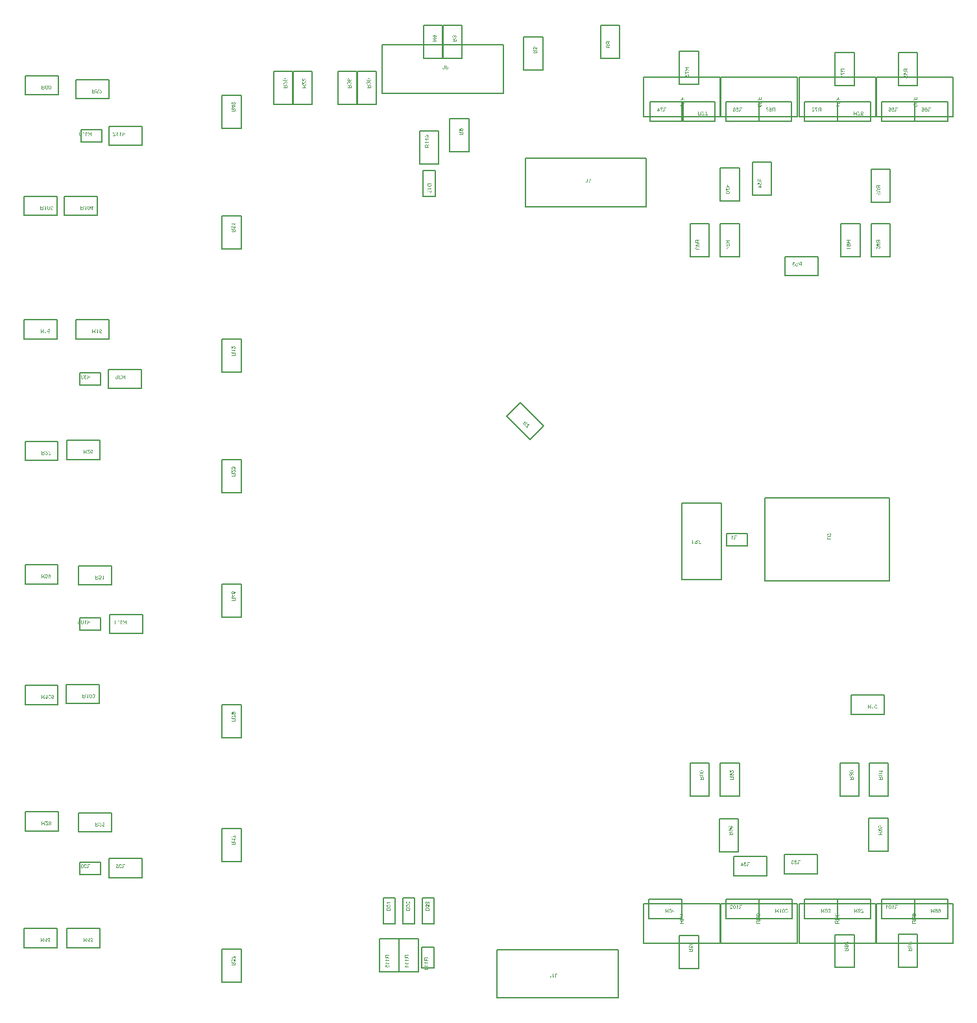
<source format=gbr>
%TF.GenerationSoftware,Altium Limited,Altium Designer,21.6.4 (81)*%
G04 Layer_Color=8388736*
%FSLAX43Y43*%
%MOMM*%
%TF.SameCoordinates,95A2699C-722C-4572-8EE5-7BEA9F810E30*%
%TF.FilePolarity,Positive*%
%TF.FileFunction,Other,Mechanical_10*%
%TF.Part,Single*%
G01*
G75*
%TA.AperFunction,NonConductor*%
%ADD94C,0.200*%
G36*
X-118153Y117186D02*
X-118140Y117185D01*
X-118128Y117183D01*
X-118118Y117181D01*
X-118107Y117178D01*
X-118098Y117175D01*
X-118089Y117171D01*
X-118081Y117168D01*
X-118074Y117164D01*
X-118068Y117161D01*
X-118063Y117157D01*
X-118058Y117155D01*
X-118055Y117152D01*
X-118052Y117150D01*
X-118051Y117149D01*
X-118050Y117149D01*
X-118042Y117142D01*
X-118035Y117134D01*
X-118029Y117125D01*
X-118024Y117116D01*
X-118019Y117107D01*
X-118015Y117098D01*
X-118009Y117080D01*
X-118007Y117072D01*
X-118005Y117064D01*
X-118003Y117057D01*
X-118002Y117051D01*
X-118001Y117046D01*
Y117042D01*
X-118001Y117040D01*
Y117039D01*
X-118065Y117032D01*
X-118067Y117050D01*
X-118069Y117064D01*
X-118074Y117077D01*
X-118079Y117088D01*
X-118084Y117096D01*
X-118089Y117103D01*
X-118091Y117106D01*
X-118093Y117108D01*
X-118103Y117117D01*
X-118115Y117124D01*
X-118128Y117128D01*
X-118139Y117132D01*
X-118149Y117134D01*
X-118154Y117134D01*
X-118158D01*
X-118160Y117135D01*
X-118165D01*
X-118180Y117134D01*
X-118194Y117131D01*
X-118206Y117127D01*
X-118216Y117122D01*
X-118224Y117117D01*
X-118230Y117113D01*
X-118234Y117110D01*
X-118235Y117109D01*
X-118244Y117099D01*
X-118251Y117088D01*
X-118256Y117078D01*
X-118259Y117068D01*
X-118261Y117060D01*
X-118262Y117052D01*
X-118262Y117050D01*
Y117048D01*
Y117047D01*
Y117046D01*
Y117040D01*
X-118261Y117033D01*
X-118258Y117019D01*
X-118253Y117006D01*
X-118248Y116995D01*
X-118242Y116985D01*
X-118239Y116981D01*
X-118237Y116977D01*
X-118235Y116974D01*
X-118234Y116972D01*
X-118233Y116971D01*
X-118232Y116970D01*
X-118226Y116962D01*
X-118219Y116954D01*
X-118211Y116946D01*
X-118202Y116937D01*
X-118184Y116919D01*
X-118165Y116901D01*
X-118156Y116893D01*
X-118148Y116886D01*
X-118140Y116879D01*
X-118133Y116873D01*
X-118128Y116869D01*
X-118123Y116865D01*
X-118120Y116863D01*
X-118120Y116862D01*
X-118101Y116846D01*
X-118084Y116831D01*
X-118070Y116818D01*
X-118059Y116807D01*
X-118049Y116797D01*
X-118043Y116790D01*
X-118041Y116787D01*
X-118039Y116785D01*
X-118038Y116785D01*
X-118037Y116784D01*
X-118027Y116771D01*
X-118019Y116760D01*
X-118012Y116748D01*
X-118006Y116738D01*
X-118001Y116729D01*
X-117999Y116722D01*
X-117997Y116720D01*
X-117997Y116718D01*
X-117996Y116717D01*
Y116716D01*
X-117993Y116708D01*
X-117991Y116701D01*
X-117990Y116694D01*
X-117989Y116687D01*
X-117989Y116681D01*
Y116677D01*
Y116674D01*
Y116673D01*
X-118327D01*
Y116734D01*
X-118076D01*
X-118085Y116746D01*
X-118089Y116752D01*
X-118093Y116756D01*
X-118097Y116761D01*
X-118100Y116764D01*
X-118102Y116766D01*
X-118103Y116767D01*
X-118106Y116770D01*
X-118111Y116775D01*
X-118115Y116779D01*
X-118120Y116784D01*
X-118132Y116795D01*
X-118145Y116805D01*
X-118156Y116815D01*
X-118162Y116820D01*
X-118166Y116824D01*
X-118170Y116827D01*
X-118172Y116829D01*
X-118174Y116831D01*
X-118175Y116831D01*
X-118187Y116842D01*
X-118199Y116852D01*
X-118209Y116861D01*
X-118219Y116869D01*
X-118228Y116877D01*
X-118236Y116885D01*
X-118243Y116892D01*
X-118249Y116898D01*
X-118255Y116903D01*
X-118260Y116908D01*
X-118264Y116912D01*
X-118267Y116915D01*
X-118269Y116918D01*
X-118271Y116920D01*
X-118272Y116921D01*
Y116921D01*
X-118282Y116933D01*
X-118291Y116945D01*
X-118298Y116956D01*
X-118304Y116965D01*
X-118309Y116972D01*
X-118311Y116978D01*
X-118313Y116982D01*
X-118314Y116984D01*
X-118318Y116995D01*
X-118321Y117006D01*
X-118323Y117016D01*
X-118325Y117025D01*
X-118326Y117033D01*
X-118327Y117039D01*
Y117043D01*
Y117044D01*
X-118326Y117056D01*
X-118325Y117066D01*
X-118323Y117076D01*
X-118320Y117086D01*
X-118313Y117103D01*
X-118309Y117111D01*
X-118305Y117118D01*
X-118301Y117124D01*
X-118298Y117130D01*
X-118294Y117134D01*
X-118290Y117138D01*
X-118288Y117142D01*
X-118286Y117143D01*
X-118284Y117145D01*
X-118284Y117145D01*
X-118275Y117153D01*
X-118266Y117159D01*
X-118257Y117165D01*
X-118247Y117169D01*
X-118237Y117173D01*
X-118228Y117177D01*
X-118209Y117181D01*
X-118200Y117183D01*
X-118192Y117185D01*
X-118185Y117185D01*
X-118178Y117186D01*
X-118174Y117187D01*
X-118166D01*
X-118153Y117186D01*
D02*
G37*
G36*
X-117392Y117174D02*
X-117383Y117162D01*
X-117374Y117150D01*
X-117365Y117140D01*
X-117357Y117131D01*
X-117350Y117124D01*
X-117347Y117122D01*
X-117345Y117120D01*
X-117344Y117119D01*
X-117343Y117118D01*
X-117328Y117106D01*
X-117313Y117094D01*
X-117297Y117084D01*
X-117283Y117075D01*
X-117270Y117068D01*
X-117265Y117065D01*
X-117260Y117063D01*
X-117257Y117061D01*
X-117254Y117060D01*
X-117252Y117058D01*
X-117251D01*
Y116997D01*
X-117263Y117002D01*
X-117274Y117007D01*
X-117285Y117012D01*
X-117295Y117018D01*
X-117304Y117022D01*
X-117311Y117026D01*
X-117314Y117028D01*
X-117316Y117029D01*
X-117317Y117030D01*
X-117317D01*
X-117331Y117038D01*
X-117342Y117046D01*
X-117353Y117053D01*
X-117361Y117060D01*
X-117368Y117065D01*
X-117373Y117070D01*
X-117376Y117072D01*
X-117377Y117073D01*
Y116673D01*
X-117440D01*
Y117187D01*
X-117399D01*
X-117392Y117174D01*
D02*
G37*
G36*
X-117789D02*
X-117780Y117162D01*
X-117771Y117150D01*
X-117762Y117140D01*
X-117754Y117131D01*
X-117747Y117124D01*
X-117744Y117122D01*
X-117743Y117120D01*
X-117741Y117119D01*
X-117741Y117118D01*
X-117725Y117106D01*
X-117710Y117094D01*
X-117694Y117084D01*
X-117680Y117075D01*
X-117667Y117068D01*
X-117662Y117065D01*
X-117657Y117063D01*
X-117654Y117061D01*
X-117651Y117060D01*
X-117649Y117058D01*
X-117649D01*
Y116997D01*
X-117660Y117002D01*
X-117671Y117007D01*
X-117683Y117012D01*
X-117693Y117018D01*
X-117701Y117022D01*
X-117709Y117026D01*
X-117711Y117028D01*
X-117713Y117029D01*
X-117714Y117030D01*
X-117715D01*
X-117728Y117038D01*
X-117739Y117046D01*
X-117750Y117053D01*
X-117758Y117060D01*
X-117765Y117065D01*
X-117770Y117070D01*
X-117773Y117072D01*
X-117774Y117073D01*
Y116673D01*
X-117837D01*
Y117187D01*
X-117796D01*
X-117789Y117174D01*
D02*
G37*
G36*
X-116713Y116673D02*
X-116781D01*
Y116900D01*
X-116869D01*
X-116876Y116899D01*
X-116883D01*
X-116888Y116899D01*
X-116892Y116898D01*
X-116895D01*
X-116896Y116897D01*
X-116897D01*
X-116908Y116893D01*
X-116913Y116891D01*
X-116918Y116889D01*
X-116922Y116887D01*
X-116925Y116885D01*
X-116927Y116884D01*
X-116927Y116883D01*
X-116933Y116879D01*
X-116939Y116874D01*
X-116945Y116868D01*
X-116951Y116862D01*
X-116955Y116857D01*
X-116959Y116853D01*
X-116961Y116850D01*
X-116962Y116849D01*
X-116970Y116839D01*
X-116978Y116827D01*
X-116986Y116816D01*
X-116994Y116805D01*
X-117000Y116795D01*
X-117004Y116790D01*
X-117006Y116786D01*
X-117008Y116783D01*
X-117010Y116781D01*
X-117011Y116779D01*
Y116779D01*
X-117078Y116673D01*
X-117164D01*
X-117075Y116811D01*
X-117065Y116826D01*
X-117055Y116839D01*
X-117046Y116851D01*
X-117037Y116861D01*
X-117029Y116869D01*
X-117024Y116875D01*
X-117020Y116878D01*
X-117019Y116879D01*
X-117018D01*
X-117012Y116884D01*
X-117006Y116889D01*
X-116993Y116897D01*
X-116987Y116901D01*
X-116983Y116903D01*
X-116979Y116905D01*
X-116978Y116905D01*
X-116991Y116907D01*
X-117004Y116910D01*
X-117015Y116913D01*
X-117026Y116917D01*
X-117036Y116921D01*
X-117045Y116925D01*
X-117053Y116929D01*
X-117060Y116933D01*
X-117066Y116937D01*
X-117072Y116941D01*
X-117076Y116944D01*
X-117080Y116947D01*
X-117083Y116949D01*
X-117086Y116951D01*
X-117086Y116952D01*
X-117087Y116952D01*
X-117093Y116960D01*
X-117099Y116967D01*
X-117104Y116975D01*
X-117108Y116982D01*
X-117114Y116998D01*
X-117118Y117012D01*
X-117120Y117025D01*
X-117121Y117030D01*
X-117122Y117035D01*
X-117122Y117039D01*
Y117042D01*
Y117044D01*
Y117044D01*
X-117122Y117060D01*
X-117119Y117074D01*
X-117116Y117088D01*
X-117112Y117099D01*
X-117108Y117108D01*
X-117104Y117116D01*
X-117103Y117118D01*
X-117102Y117120D01*
X-117101Y117121D01*
Y117122D01*
X-117092Y117134D01*
X-117083Y117144D01*
X-117074Y117153D01*
X-117064Y117159D01*
X-117056Y117165D01*
X-117050Y117168D01*
X-117047Y117169D01*
X-117045Y117170D01*
X-117044Y117171D01*
X-117044D01*
X-117037Y117173D01*
X-117029Y117175D01*
X-117012Y117179D01*
X-116995Y117181D01*
X-116979Y117183D01*
X-116971Y117183D01*
X-116963Y117184D01*
X-116957D01*
X-116951Y117185D01*
X-116713D01*
Y116673D01*
D02*
G37*
G36*
X-72844Y117626D02*
X-72829Y117625D01*
X-72815Y117623D01*
X-72802Y117621D01*
X-72791Y117620D01*
X-72780Y117618D01*
X-72770Y117616D01*
X-72761Y117613D01*
X-72754Y117611D01*
X-72748Y117610D01*
X-72743Y117608D01*
X-72739Y117607D01*
X-72735Y117605D01*
X-72734Y117605D01*
X-72733D01*
X-72715Y117596D01*
X-72700Y117586D01*
X-72688Y117575D01*
X-72676Y117565D01*
X-72668Y117556D01*
X-72662Y117549D01*
X-72660Y117546D01*
X-72658Y117544D01*
X-72657Y117543D01*
Y117542D01*
X-72648Y117526D01*
X-72641Y117510D01*
X-72636Y117495D01*
X-72633Y117481D01*
X-72631Y117469D01*
X-72630Y117463D01*
Y117459D01*
X-72630Y117455D01*
Y117451D01*
X-72630Y117438D01*
X-72632Y117426D01*
X-72634Y117414D01*
X-72637Y117404D01*
X-72641Y117394D01*
X-72645Y117384D01*
X-72649Y117375D01*
X-72654Y117368D01*
X-72658Y117360D01*
X-72662Y117354D01*
X-72666Y117348D01*
X-72670Y117344D01*
X-72673Y117340D01*
X-72676Y117338D01*
X-72677Y117336D01*
X-72678Y117336D01*
X-72687Y117328D01*
X-72696Y117321D01*
X-72707Y117315D01*
X-72717Y117310D01*
X-72727Y117305D01*
X-72738Y117302D01*
X-72758Y117296D01*
X-72767Y117294D01*
X-72775Y117293D01*
X-72783Y117292D01*
X-72790Y117291D01*
X-72795Y117290D01*
X-72799D01*
X-72802D01*
X-72803D01*
X-72817Y117291D01*
X-72829Y117292D01*
X-72842Y117294D01*
X-72853Y117297D01*
X-72864Y117300D01*
X-72874Y117304D01*
X-72883Y117308D01*
X-72891Y117312D01*
X-72898Y117316D01*
X-72905Y117320D01*
X-72911Y117324D01*
X-72915Y117328D01*
X-72919Y117330D01*
X-72922Y117332D01*
X-72923Y117334D01*
X-72924Y117334D01*
X-72932Y117343D01*
X-72939Y117352D01*
X-72945Y117360D01*
X-72950Y117370D01*
X-72955Y117379D01*
X-72958Y117388D01*
X-72962Y117396D01*
X-72964Y117404D01*
X-72966Y117412D01*
X-72967Y117419D01*
X-72968Y117426D01*
X-72969Y117431D01*
X-72970Y117436D01*
Y117442D01*
X-72969Y117455D01*
X-72967Y117469D01*
X-72964Y117481D01*
X-72960Y117491D01*
X-72957Y117500D01*
X-72954Y117506D01*
X-72953Y117509D01*
X-72952Y117511D01*
X-72951Y117511D01*
Y117512D01*
X-72944Y117523D01*
X-72936Y117534D01*
X-72928Y117543D01*
X-72920Y117550D01*
X-72913Y117556D01*
X-72907Y117561D01*
X-72904Y117563D01*
X-72902Y117564D01*
X-72908D01*
X-72912D01*
X-72914D01*
X-72915D01*
X-72930Y117563D01*
X-72944Y117563D01*
X-72957Y117561D01*
X-72968Y117559D01*
X-72978Y117557D01*
X-72982Y117557D01*
X-72986Y117556D01*
X-72988Y117555D01*
X-72990D01*
X-72992Y117555D01*
X-72992D01*
X-73006Y117551D01*
X-73018Y117547D01*
X-73028Y117543D01*
X-73036Y117539D01*
X-73043Y117536D01*
X-73048Y117534D01*
X-73051Y117532D01*
X-73052Y117531D01*
X-73060Y117526D01*
X-73067Y117520D01*
X-73073Y117514D01*
X-73078Y117508D01*
X-73082Y117503D01*
X-73085Y117499D01*
X-73087Y117496D01*
X-73087Y117495D01*
X-73091Y117487D01*
X-73095Y117478D01*
X-73097Y117469D01*
X-73099Y117462D01*
X-73099Y117455D01*
X-73100Y117449D01*
Y117445D01*
X-73099Y117433D01*
X-73097Y117422D01*
X-73094Y117412D01*
X-73091Y117404D01*
X-73087Y117398D01*
X-73084Y117393D01*
X-73082Y117390D01*
X-73081Y117389D01*
X-73073Y117382D01*
X-73064Y117376D01*
X-73054Y117370D01*
X-73044Y117367D01*
X-73035Y117364D01*
X-73027Y117362D01*
X-73024Y117361D01*
X-73022D01*
X-73021Y117360D01*
X-73020D01*
X-73025Y117300D01*
X-73036Y117302D01*
X-73046Y117304D01*
X-73056Y117306D01*
X-73065Y117310D01*
X-73073Y117314D01*
X-73081Y117317D01*
X-73088Y117321D01*
X-73095Y117325D01*
X-73100Y117329D01*
X-73105Y117332D01*
X-73109Y117336D01*
X-73113Y117339D01*
X-73115Y117342D01*
X-73117Y117344D01*
X-73118Y117344D01*
X-73119Y117345D01*
X-73125Y117352D01*
X-73129Y117360D01*
X-73134Y117368D01*
X-73138Y117376D01*
X-73144Y117393D01*
X-73148Y117408D01*
X-73149Y117416D01*
X-73150Y117422D01*
X-73151Y117428D01*
X-73151Y117433D01*
X-73152Y117437D01*
Y117443D01*
X-73151Y117453D01*
X-73151Y117463D01*
X-73147Y117482D01*
X-73143Y117499D01*
X-73137Y117513D01*
X-73134Y117519D01*
X-73131Y117525D01*
X-73129Y117530D01*
X-73127Y117534D01*
X-73125Y117537D01*
X-73123Y117539D01*
X-73122Y117541D01*
Y117541D01*
X-73109Y117557D01*
X-73095Y117569D01*
X-73081Y117581D01*
X-73066Y117589D01*
X-73054Y117597D01*
X-73048Y117599D01*
X-73043Y117601D01*
X-73039Y117603D01*
X-73036Y117605D01*
X-73034Y117605D01*
X-73034D01*
X-73022Y117609D01*
X-73010Y117613D01*
X-72985Y117618D01*
X-72958Y117621D01*
X-72946Y117623D01*
X-72934Y117624D01*
X-72922Y117625D01*
X-72911Y117625D01*
X-72902Y117626D01*
X-72893Y117627D01*
X-72886D01*
X-72881D01*
X-72879D01*
X-72877D01*
X-72860D01*
X-72844Y117626D01*
D02*
G37*
G36*
X-73005Y117162D02*
X-72990Y117152D01*
X-72977Y117142D01*
X-72965Y117133D01*
X-72956Y117124D01*
X-72948Y117116D01*
X-72942Y117111D01*
X-72938Y117107D01*
X-72937Y117106D01*
Y117105D01*
X-72932Y117099D01*
X-72928Y117093D01*
X-72919Y117080D01*
X-72916Y117074D01*
X-72913Y117070D01*
X-72912Y117066D01*
X-72911Y117065D01*
X-72909Y117078D01*
X-72906Y117091D01*
X-72903Y117102D01*
X-72900Y117113D01*
X-72896Y117123D01*
X-72892Y117132D01*
X-72888Y117140D01*
X-72884Y117147D01*
X-72880Y117153D01*
X-72876Y117159D01*
X-72873Y117163D01*
X-72870Y117167D01*
X-72867Y117170D01*
X-72865Y117173D01*
X-72865Y117173D01*
X-72864Y117174D01*
X-72857Y117180D01*
X-72849Y117186D01*
X-72841Y117191D01*
X-72834Y117195D01*
X-72819Y117201D01*
X-72804Y117205D01*
X-72791Y117207D01*
X-72786Y117208D01*
X-72781Y117209D01*
X-72777Y117209D01*
X-72775D01*
X-72773D01*
X-72772D01*
X-72757Y117209D01*
X-72742Y117206D01*
X-72729Y117203D01*
X-72717Y117199D01*
X-72708Y117195D01*
X-72701Y117191D01*
X-72698Y117190D01*
X-72696Y117189D01*
X-72696Y117188D01*
X-72695D01*
X-72683Y117179D01*
X-72672Y117170D01*
X-72664Y117161D01*
X-72657Y117151D01*
X-72652Y117143D01*
X-72648Y117137D01*
X-72647Y117134D01*
X-72646Y117132D01*
X-72646Y117131D01*
Y117131D01*
X-72643Y117124D01*
X-72641Y117116D01*
X-72638Y117099D01*
X-72635Y117082D01*
X-72634Y117066D01*
X-72633Y117058D01*
X-72632Y117050D01*
Y117044D01*
X-72632Y117038D01*
Y116800D01*
X-73143D01*
Y116868D01*
X-72916D01*
Y116956D01*
X-72917Y116963D01*
Y116970D01*
X-72918Y116975D01*
X-72918Y116979D01*
Y116982D01*
X-72919Y116983D01*
Y116984D01*
X-72923Y116995D01*
X-72925Y117000D01*
X-72928Y117005D01*
X-72930Y117009D01*
X-72932Y117012D01*
X-72932Y117014D01*
X-72933Y117014D01*
X-72938Y117020D01*
X-72942Y117026D01*
X-72948Y117032D01*
X-72954Y117038D01*
X-72959Y117042D01*
X-72964Y117046D01*
X-72966Y117048D01*
X-72968Y117049D01*
X-72978Y117057D01*
X-72989Y117065D01*
X-73000Y117073D01*
X-73012Y117081D01*
X-73022Y117087D01*
X-73026Y117091D01*
X-73030Y117093D01*
X-73033Y117095D01*
X-73036Y117097D01*
X-73037Y117098D01*
X-73038D01*
X-73143Y117165D01*
Y117251D01*
X-73005Y117162D01*
D02*
G37*
G36*
X-77331Y116769D02*
X-77321Y116769D01*
X-77311Y116768D01*
X-77299Y116767D01*
X-77287Y116766D01*
X-77274Y116765D01*
X-77247Y116761D01*
X-77222Y116756D01*
X-77210Y116753D01*
X-77199Y116749D01*
X-77198D01*
X-77196Y116748D01*
X-77193Y116747D01*
X-77189Y116745D01*
X-77184Y116743D01*
X-77179Y116740D01*
X-77166Y116733D01*
X-77152Y116724D01*
X-77137Y116713D01*
X-77123Y116700D01*
X-77110Y116685D01*
Y116684D01*
X-77109Y116683D01*
X-77108Y116681D01*
X-77106Y116678D01*
X-77104Y116674D01*
X-77101Y116669D01*
X-77098Y116663D01*
X-77096Y116657D01*
X-77090Y116642D01*
X-77085Y116626D01*
X-77082Y116607D01*
X-77081Y116597D01*
X-77080Y116586D01*
Y116580D01*
X-77081Y116576D01*
X-77082Y116571D01*
X-77082Y116566D01*
X-77083Y116559D01*
X-77084Y116552D01*
X-77088Y116537D01*
X-77094Y116520D01*
X-77098Y116512D01*
X-77103Y116504D01*
X-77108Y116496D01*
X-77114Y116489D01*
X-77114Y116488D01*
X-77115Y116487D01*
X-77117Y116485D01*
X-77120Y116483D01*
X-77123Y116479D01*
X-77128Y116476D01*
X-77132Y116473D01*
X-77138Y116469D01*
X-77144Y116465D01*
X-77151Y116461D01*
X-77159Y116457D01*
X-77168Y116453D01*
X-77176Y116450D01*
X-77186Y116447D01*
X-77196Y116445D01*
X-77207Y116443D01*
X-77212Y116504D01*
X-77211D01*
X-77210Y116505D01*
X-77208D01*
X-77205Y116505D01*
X-77197Y116507D01*
X-77189Y116511D01*
X-77178Y116514D01*
X-77168Y116519D01*
X-77159Y116525D01*
X-77151Y116533D01*
X-77150Y116534D01*
X-77148Y116537D01*
X-77145Y116541D01*
X-77142Y116548D01*
X-77138Y116556D01*
X-77135Y116565D01*
X-77133Y116576D01*
X-77132Y116588D01*
Y116593D01*
X-77133Y116598D01*
X-77134Y116606D01*
X-77136Y116613D01*
X-77138Y116622D01*
X-77141Y116630D01*
X-77145Y116639D01*
X-77146Y116640D01*
X-77148Y116643D01*
X-77150Y116647D01*
X-77154Y116652D01*
X-77160Y116658D01*
X-77166Y116664D01*
X-77172Y116670D01*
X-77180Y116675D01*
X-77182Y116676D01*
X-77184Y116678D01*
X-77189Y116680D01*
X-77196Y116683D01*
X-77205Y116687D01*
X-77215Y116691D01*
X-77227Y116695D01*
X-77240Y116698D01*
X-77241D01*
X-77242Y116699D01*
X-77244D01*
X-77247Y116700D01*
X-77250Y116700D01*
X-77254Y116701D01*
X-77264Y116703D01*
X-77275Y116705D01*
X-77289Y116706D01*
X-77303Y116707D01*
X-77317Y116708D01*
X-77318D01*
X-77321D01*
X-77325D01*
X-77330D01*
X-77329Y116707D01*
X-77325Y116704D01*
X-77319Y116700D01*
X-77313Y116694D01*
X-77305Y116686D01*
X-77297Y116678D01*
X-77289Y116667D01*
X-77281Y116656D01*
Y116655D01*
X-77281Y116654D01*
X-77279Y116652D01*
X-77279Y116650D01*
X-77275Y116644D01*
X-77272Y116634D01*
X-77269Y116624D01*
X-77265Y116612D01*
X-77263Y116599D01*
X-77263Y116585D01*
Y116579D01*
X-77263Y116574D01*
X-77264Y116569D01*
X-77265Y116562D01*
X-77267Y116556D01*
X-77269Y116548D01*
X-77271Y116540D01*
X-77274Y116531D01*
X-77277Y116523D01*
X-77282Y116513D01*
X-77287Y116504D01*
X-77293Y116495D01*
X-77301Y116487D01*
X-77309Y116478D01*
X-77309Y116477D01*
X-77311Y116476D01*
X-77313Y116474D01*
X-77317Y116471D01*
X-77321Y116468D01*
X-77327Y116464D01*
X-77334Y116460D01*
X-77341Y116456D01*
X-77349Y116452D01*
X-77359Y116448D01*
X-77369Y116444D01*
X-77379Y116441D01*
X-77390Y116438D01*
X-77403Y116436D01*
X-77416Y116435D01*
X-77430Y116434D01*
X-77430D01*
X-77433D01*
X-77437D01*
X-77442Y116435D01*
X-77449Y116435D01*
X-77457Y116437D01*
X-77466Y116438D01*
X-77474Y116440D01*
X-77494Y116445D01*
X-77505Y116449D01*
X-77516Y116453D01*
X-77526Y116459D01*
X-77536Y116465D01*
X-77546Y116471D01*
X-77555Y116479D01*
X-77556Y116480D01*
X-77557Y116481D01*
X-77560Y116484D01*
X-77562Y116487D01*
X-77566Y116492D01*
X-77570Y116497D01*
X-77574Y116504D01*
X-77579Y116511D01*
X-77583Y116519D01*
X-77587Y116528D01*
X-77591Y116537D01*
X-77595Y116547D01*
X-77598Y116558D01*
X-77601Y116570D01*
X-77602Y116582D01*
X-77603Y116594D01*
Y116599D01*
X-77602Y116603D01*
Y116607D01*
X-77601Y116612D01*
X-77599Y116624D01*
X-77596Y116638D01*
X-77591Y116654D01*
X-77585Y116670D01*
X-77575Y116686D01*
Y116686D01*
X-77574Y116688D01*
X-77573Y116690D01*
X-77571Y116692D01*
X-77564Y116700D01*
X-77556Y116709D01*
X-77545Y116719D01*
X-77532Y116730D01*
X-77517Y116740D01*
X-77499Y116748D01*
X-77498D01*
X-77497Y116749D01*
X-77494Y116750D01*
X-77490Y116751D01*
X-77484Y116753D01*
X-77478Y116755D01*
X-77471Y116757D01*
X-77462Y116759D01*
X-77452Y116761D01*
X-77442Y116763D01*
X-77430Y116765D01*
X-77417Y116767D01*
X-77403Y116768D01*
X-77388Y116769D01*
X-77372Y116770D01*
X-77355D01*
X-77354D01*
X-77351D01*
X-77346D01*
X-77339D01*
X-77331Y116769D01*
D02*
G37*
G36*
X-77089Y116210D02*
X-77489D01*
X-77488Y116209D01*
X-77486Y116206D01*
X-77481Y116201D01*
X-77476Y116194D01*
X-77469Y116186D01*
X-77462Y116175D01*
X-77454Y116164D01*
X-77446Y116151D01*
Y116150D01*
X-77445Y116149D01*
X-77444Y116147D01*
X-77442Y116145D01*
X-77438Y116137D01*
X-77434Y116129D01*
X-77428Y116119D01*
X-77423Y116107D01*
X-77418Y116096D01*
X-77413Y116085D01*
X-77474D01*
Y116085D01*
X-77476Y116087D01*
X-77477Y116090D01*
X-77479Y116093D01*
X-77481Y116098D01*
X-77484Y116103D01*
X-77491Y116116D01*
X-77500Y116130D01*
X-77510Y116146D01*
X-77522Y116161D01*
X-77534Y116176D01*
X-77535Y116177D01*
X-77536Y116178D01*
X-77538Y116180D01*
X-77540Y116183D01*
X-77547Y116190D01*
X-77556Y116198D01*
X-77566Y116207D01*
X-77578Y116216D01*
X-77590Y116225D01*
X-77603Y116232D01*
Y116273D01*
X-77089D01*
Y116210D01*
D02*
G37*
G36*
Y115813D02*
X-77489D01*
X-77488Y115812D01*
X-77486Y115809D01*
X-77481Y115804D01*
X-77476Y115797D01*
X-77469Y115789D01*
X-77462Y115778D01*
X-77454Y115767D01*
X-77446Y115753D01*
Y115753D01*
X-77445Y115752D01*
X-77444Y115750D01*
X-77442Y115747D01*
X-77438Y115740D01*
X-77434Y115731D01*
X-77428Y115721D01*
X-77423Y115710D01*
X-77418Y115699D01*
X-77413Y115687D01*
X-77474D01*
Y115688D01*
X-77476Y115690D01*
X-77477Y115693D01*
X-77479Y115696D01*
X-77481Y115701D01*
X-77484Y115706D01*
X-77491Y115719D01*
X-77500Y115733D01*
X-77510Y115749D01*
X-77522Y115764D01*
X-77534Y115779D01*
X-77535Y115780D01*
X-77536Y115781D01*
X-77538Y115783D01*
X-77540Y115786D01*
X-77547Y115793D01*
X-77556Y115801D01*
X-77566Y115810D01*
X-77578Y115819D01*
X-77590Y115828D01*
X-77603Y115835D01*
Y115876D01*
X-77089D01*
Y115813D01*
D02*
G37*
G36*
Y115514D02*
X-77195Y115447D01*
X-77195D01*
X-77197Y115446D01*
X-77199Y115444D01*
X-77202Y115442D01*
X-77206Y115440D01*
X-77211Y115436D01*
X-77221Y115430D01*
X-77232Y115422D01*
X-77243Y115414D01*
X-77255Y115406D01*
X-77265Y115398D01*
X-77266Y115397D01*
X-77269Y115395D01*
X-77273Y115391D01*
X-77278Y115387D01*
X-77284Y115381D01*
X-77290Y115375D01*
X-77295Y115369D01*
X-77299Y115363D01*
X-77300Y115363D01*
X-77301Y115361D01*
X-77303Y115358D01*
X-77305Y115354D01*
X-77307Y115349D01*
X-77309Y115344D01*
X-77313Y115333D01*
Y115332D01*
X-77314Y115331D01*
Y115328D01*
X-77315Y115324D01*
X-77315Y115319D01*
Y115312D01*
X-77316Y115305D01*
Y115217D01*
X-77089D01*
Y115149D01*
X-77601D01*
Y115387D01*
X-77600Y115393D01*
Y115399D01*
X-77599Y115407D01*
X-77599Y115415D01*
X-77597Y115431D01*
X-77595Y115448D01*
X-77591Y115465D01*
X-77589Y115473D01*
X-77587Y115480D01*
Y115480D01*
X-77586Y115481D01*
X-77585Y115483D01*
X-77584Y115486D01*
X-77581Y115492D01*
X-77575Y115500D01*
X-77569Y115510D01*
X-77560Y115519D01*
X-77550Y115528D01*
X-77538Y115537D01*
X-77537D01*
X-77536Y115538D01*
X-77534Y115539D01*
X-77532Y115540D01*
X-77524Y115544D01*
X-77515Y115548D01*
X-77504Y115552D01*
X-77490Y115555D01*
X-77476Y115558D01*
X-77460Y115558D01*
X-77460D01*
X-77458D01*
X-77455D01*
X-77451Y115558D01*
X-77446Y115557D01*
X-77441Y115556D01*
X-77428Y115554D01*
X-77414Y115550D01*
X-77398Y115544D01*
X-77391Y115540D01*
X-77383Y115535D01*
X-77376Y115529D01*
X-77369Y115523D01*
X-77368Y115522D01*
X-77367Y115522D01*
X-77365Y115519D01*
X-77363Y115516D01*
X-77360Y115512D01*
X-77357Y115508D01*
X-77353Y115502D01*
X-77349Y115496D01*
X-77345Y115489D01*
X-77341Y115481D01*
X-77337Y115472D01*
X-77333Y115462D01*
X-77329Y115451D01*
X-77326Y115440D01*
X-77323Y115427D01*
X-77321Y115414D01*
X-77321Y115415D01*
X-77319Y115419D01*
X-77317Y115423D01*
X-77313Y115429D01*
X-77305Y115442D01*
X-77300Y115448D01*
X-77295Y115454D01*
Y115455D01*
X-77294Y115456D01*
X-77291Y115460D01*
X-77285Y115465D01*
X-77277Y115473D01*
X-77267Y115482D01*
X-77255Y115491D01*
X-77242Y115501D01*
X-77227Y115511D01*
X-77089Y115600D01*
Y115514D01*
D02*
G37*
G36*
X-76766Y110259D02*
X-76766Y110253D01*
Y110240D01*
X-76767Y110226D01*
X-76769Y110210D01*
X-76771Y110196D01*
X-76773Y110183D01*
Y110182D01*
X-76774Y110181D01*
X-76775Y110178D01*
X-76775Y110176D01*
X-76777Y110172D01*
X-76778Y110167D01*
X-76781Y110157D01*
X-76787Y110145D01*
X-76793Y110133D01*
X-76801Y110120D01*
X-76810Y110108D01*
X-76811Y110107D01*
X-76811Y110106D01*
X-76813Y110104D01*
X-76816Y110101D01*
X-76819Y110098D01*
X-76823Y110094D01*
X-76828Y110090D01*
X-76833Y110085D01*
X-76846Y110075D01*
X-76861Y110065D01*
X-76878Y110055D01*
X-76897Y110047D01*
X-76898D01*
X-76900Y110047D01*
X-76903Y110045D01*
X-76907Y110044D01*
X-76912Y110043D01*
X-76918Y110041D01*
X-76925Y110039D01*
X-76933Y110037D01*
X-76941Y110035D01*
X-76951Y110033D01*
X-76960Y110031D01*
X-76971Y110030D01*
X-76994Y110027D01*
X-77019Y110027D01*
X-77020D01*
X-77022D01*
X-77024D01*
X-77029D01*
X-77034Y110027D01*
X-77040D01*
X-77046Y110028D01*
X-77054Y110029D01*
X-77070Y110030D01*
X-77087Y110033D01*
X-77105Y110036D01*
X-77122Y110041D01*
X-77123D01*
X-77124Y110041D01*
X-77127Y110042D01*
X-77130Y110043D01*
X-77134Y110045D01*
X-77138Y110046D01*
X-77148Y110050D01*
X-77160Y110055D01*
X-77173Y110061D01*
X-77185Y110068D01*
X-77197Y110075D01*
X-77198Y110076D01*
X-77201Y110079D01*
X-77207Y110083D01*
X-77213Y110089D01*
X-77221Y110096D01*
X-77229Y110104D01*
X-77236Y110113D01*
X-77243Y110123D01*
X-77244Y110124D01*
X-77246Y110127D01*
X-77249Y110133D01*
X-77253Y110140D01*
X-77257Y110149D01*
X-77261Y110159D01*
X-77265Y110171D01*
X-77269Y110184D01*
Y110184D01*
X-77269Y110185D01*
Y110187D01*
X-77270Y110190D01*
X-77271Y110193D01*
X-77271Y110197D01*
X-77273Y110207D01*
X-77275Y110219D01*
X-77276Y110233D01*
X-77277Y110249D01*
X-77277Y110266D01*
Y110450D01*
X-76766D01*
Y110259D01*
D02*
G37*
G36*
Y109747D02*
Y109695D01*
X-77097D01*
Y109626D01*
X-77155D01*
Y109695D01*
X-77277D01*
Y109758D01*
X-77155D01*
Y109980D01*
X-77097D01*
X-76766Y109747D01*
D02*
G37*
G36*
X-76772Y109227D02*
X-76821D01*
X-76822Y109228D01*
X-76824Y109229D01*
X-76827Y109232D01*
X-76831Y109235D01*
X-76836Y109239D01*
X-76843Y109245D01*
X-76850Y109251D01*
X-76858Y109257D01*
X-76867Y109265D01*
X-76878Y109272D01*
X-76889Y109280D01*
X-76902Y109289D01*
X-76915Y109297D01*
X-76929Y109306D01*
X-76944Y109315D01*
X-76960Y109324D01*
X-76960Y109325D01*
X-76964Y109326D01*
X-76968Y109329D01*
X-76974Y109332D01*
X-76982Y109336D01*
X-76992Y109340D01*
X-77002Y109345D01*
X-77014Y109351D01*
X-77027Y109357D01*
X-77041Y109363D01*
X-77056Y109369D01*
X-77071Y109375D01*
X-77103Y109387D01*
X-77137Y109397D01*
X-77137D01*
X-77140Y109398D01*
X-77143Y109399D01*
X-77148Y109401D01*
X-77154Y109402D01*
X-77161Y109404D01*
X-77169Y109405D01*
X-77179Y109407D01*
X-77189Y109409D01*
X-77199Y109412D01*
X-77211Y109414D01*
X-77223Y109415D01*
X-77249Y109419D01*
X-77277Y109421D01*
Y109486D01*
X-77277D01*
X-77275D01*
X-77271D01*
X-77267Y109485D01*
X-77261D01*
X-77254Y109484D01*
X-77246Y109484D01*
X-77237Y109482D01*
X-77227Y109481D01*
X-77215Y109480D01*
X-77203Y109478D01*
X-77191Y109476D01*
X-77177Y109473D01*
X-77163Y109470D01*
X-77148Y109466D01*
X-77132Y109462D01*
X-77131D01*
X-77128Y109461D01*
X-77124Y109460D01*
X-77118Y109458D01*
X-77110Y109456D01*
X-77101Y109453D01*
X-77091Y109450D01*
X-77080Y109446D01*
X-77067Y109442D01*
X-77054Y109436D01*
X-77026Y109426D01*
X-76997Y109413D01*
X-76967Y109398D01*
X-76966Y109397D01*
X-76964Y109396D01*
X-76959Y109394D01*
X-76954Y109391D01*
X-76947Y109387D01*
X-76939Y109382D01*
X-76930Y109377D01*
X-76921Y109371D01*
X-76899Y109357D01*
X-76877Y109342D01*
X-76854Y109325D01*
X-76833Y109307D01*
Y109558D01*
X-76772D01*
Y109227D01*
D02*
G37*
G36*
X-102562Y121071D02*
X-102547Y121070D01*
X-102533Y121068D01*
X-102520Y121066D01*
X-102509Y121065D01*
X-102498Y121063D01*
X-102488Y121061D01*
X-102479Y121058D01*
X-102472Y121056D01*
X-102466Y121055D01*
X-102461Y121053D01*
X-102457Y121052D01*
X-102453Y121050D01*
X-102452Y121050D01*
X-102451D01*
X-102433Y121041D01*
X-102418Y121031D01*
X-102406Y121021D01*
X-102394Y121011D01*
X-102386Y121001D01*
X-102380Y120994D01*
X-102378Y120991D01*
X-102376Y120989D01*
X-102375Y120988D01*
Y120987D01*
X-102366Y120971D01*
X-102359Y120955D01*
X-102354Y120940D01*
X-102351Y120926D01*
X-102349Y120914D01*
X-102348Y120909D01*
Y120905D01*
X-102348Y120901D01*
Y120896D01*
X-102348Y120883D01*
X-102350Y120871D01*
X-102352Y120860D01*
X-102355Y120849D01*
X-102359Y120839D01*
X-102363Y120830D01*
X-102367Y120820D01*
X-102372Y120813D01*
X-102376Y120806D01*
X-102380Y120799D01*
X-102384Y120794D01*
X-102388Y120789D01*
X-102391Y120786D01*
X-102394Y120783D01*
X-102395Y120782D01*
X-102396Y120781D01*
X-102405Y120773D01*
X-102414Y120766D01*
X-102425Y120760D01*
X-102435Y120755D01*
X-102445Y120750D01*
X-102456Y120747D01*
X-102476Y120742D01*
X-102485Y120740D01*
X-102493Y120738D01*
X-102501Y120737D01*
X-102508Y120736D01*
X-102513Y120736D01*
X-102517D01*
X-102520D01*
X-102521D01*
X-102535Y120736D01*
X-102547Y120738D01*
X-102560Y120740D01*
X-102571Y120742D01*
X-102582Y120746D01*
X-102592Y120750D01*
X-102601Y120754D01*
X-102609Y120758D01*
X-102616Y120762D01*
X-102623Y120766D01*
X-102629Y120770D01*
X-102633Y120773D01*
X-102637Y120776D01*
X-102640Y120778D01*
X-102641Y120779D01*
X-102642Y120780D01*
X-102650Y120788D01*
X-102657Y120797D01*
X-102663Y120806D01*
X-102668Y120815D01*
X-102673Y120824D01*
X-102676Y120833D01*
X-102680Y120842D01*
X-102682Y120850D01*
X-102684Y120858D01*
X-102685Y120864D01*
X-102686Y120871D01*
X-102687Y120876D01*
X-102688Y120881D01*
Y120887D01*
X-102687Y120901D01*
X-102685Y120914D01*
X-102682Y120926D01*
X-102678Y120936D01*
X-102675Y120945D01*
X-102672Y120951D01*
X-102671Y120954D01*
X-102670Y120956D01*
X-102669Y120957D01*
Y120957D01*
X-102662Y120969D01*
X-102654Y120979D01*
X-102646Y120988D01*
X-102638Y120995D01*
X-102631Y121001D01*
X-102625Y121006D01*
X-102622Y121009D01*
X-102620Y121009D01*
X-102626D01*
X-102630D01*
X-102632D01*
X-102633D01*
X-102648Y121009D01*
X-102662Y121008D01*
X-102675Y121007D01*
X-102686Y121005D01*
X-102696Y121003D01*
X-102700Y121002D01*
X-102704Y121001D01*
X-102706Y121001D01*
X-102708D01*
X-102710Y121000D01*
X-102710D01*
X-102724Y120997D01*
X-102736Y120993D01*
X-102746Y120989D01*
X-102754Y120985D01*
X-102761Y120981D01*
X-102766Y120979D01*
X-102769Y120977D01*
X-102770Y120977D01*
X-102778Y120971D01*
X-102785Y120965D01*
X-102791Y120959D01*
X-102796Y120953D01*
X-102800Y120949D01*
X-102803Y120945D01*
X-102805Y120941D01*
X-102805Y120941D01*
X-102809Y120932D01*
X-102813Y120923D01*
X-102815Y120915D01*
X-102817Y120907D01*
X-102817Y120900D01*
X-102818Y120895D01*
Y120890D01*
X-102817Y120878D01*
X-102815Y120867D01*
X-102812Y120858D01*
X-102809Y120850D01*
X-102805Y120843D01*
X-102802Y120838D01*
X-102800Y120836D01*
X-102799Y120834D01*
X-102791Y120827D01*
X-102782Y120821D01*
X-102772Y120816D01*
X-102762Y120812D01*
X-102753Y120809D01*
X-102745Y120807D01*
X-102742Y120806D01*
X-102740D01*
X-102739Y120806D01*
X-102738D01*
X-102743Y120745D01*
X-102754Y120747D01*
X-102764Y120749D01*
X-102774Y120752D01*
X-102783Y120755D01*
X-102791Y120759D01*
X-102799Y120762D01*
X-102806Y120766D01*
X-102813Y120770D01*
X-102818Y120774D01*
X-102823Y120778D01*
X-102827Y120781D01*
X-102831Y120784D01*
X-102833Y120787D01*
X-102835Y120789D01*
X-102836Y120790D01*
X-102837Y120790D01*
X-102843Y120798D01*
X-102847Y120806D01*
X-102852Y120814D01*
X-102856Y120822D01*
X-102862Y120838D01*
X-102866Y120854D01*
X-102867Y120861D01*
X-102868Y120868D01*
X-102869Y120873D01*
X-102869Y120878D01*
X-102870Y120882D01*
Y120888D01*
X-102869Y120899D01*
X-102869Y120909D01*
X-102865Y120927D01*
X-102861Y120944D01*
X-102855Y120959D01*
X-102852Y120965D01*
X-102849Y120971D01*
X-102847Y120975D01*
X-102845Y120979D01*
X-102843Y120983D01*
X-102841Y120985D01*
X-102840Y120986D01*
Y120987D01*
X-102827Y121002D01*
X-102813Y121015D01*
X-102799Y121026D01*
X-102784Y121035D01*
X-102772Y121042D01*
X-102766Y121045D01*
X-102761Y121047D01*
X-102757Y121049D01*
X-102754Y121050D01*
X-102752Y121050D01*
X-102752D01*
X-102740Y121054D01*
X-102728Y121058D01*
X-102703Y121063D01*
X-102676Y121066D01*
X-102664Y121068D01*
X-102652Y121069D01*
X-102640Y121070D01*
X-102629Y121070D01*
X-102620Y121071D01*
X-102611Y121072D01*
X-102604D01*
X-102599D01*
X-102597D01*
X-102595D01*
X-102578D01*
X-102562Y121071D01*
D02*
G37*
G36*
X-102681Y120602D02*
X-102350D01*
Y120551D01*
X-102681Y120317D01*
X-102739D01*
Y120539D01*
X-102861D01*
Y120602D01*
X-102739D01*
Y120671D01*
X-102681D01*
Y120602D01*
D02*
G37*
G36*
X-102723Y120210D02*
X-102708Y120200D01*
X-102695Y120190D01*
X-102683Y120181D01*
X-102674Y120172D01*
X-102666Y120164D01*
X-102660Y120159D01*
X-102656Y120155D01*
X-102655Y120154D01*
Y120153D01*
X-102650Y120147D01*
X-102646Y120141D01*
X-102637Y120128D01*
X-102634Y120122D01*
X-102631Y120118D01*
X-102630Y120114D01*
X-102629Y120113D01*
X-102627Y120126D01*
X-102624Y120139D01*
X-102621Y120150D01*
X-102618Y120161D01*
X-102614Y120171D01*
X-102610Y120180D01*
X-102606Y120188D01*
X-102602Y120195D01*
X-102598Y120201D01*
X-102594Y120207D01*
X-102591Y120211D01*
X-102588Y120215D01*
X-102585Y120218D01*
X-102583Y120221D01*
X-102583Y120221D01*
X-102582Y120222D01*
X-102575Y120228D01*
X-102567Y120234D01*
X-102559Y120239D01*
X-102552Y120243D01*
X-102537Y120249D01*
X-102522Y120253D01*
X-102509Y120255D01*
X-102504Y120256D01*
X-102499Y120257D01*
X-102495Y120257D01*
X-102493D01*
X-102491D01*
X-102490D01*
X-102475Y120257D01*
X-102460Y120254D01*
X-102447Y120251D01*
X-102435Y120247D01*
X-102426Y120243D01*
X-102419Y120239D01*
X-102416Y120238D01*
X-102414Y120237D01*
X-102413Y120236D01*
X-102413D01*
X-102401Y120227D01*
X-102390Y120218D01*
X-102382Y120209D01*
X-102375Y120199D01*
X-102370Y120191D01*
X-102366Y120185D01*
X-102365Y120182D01*
X-102364Y120180D01*
X-102364Y120179D01*
Y120179D01*
X-102361Y120172D01*
X-102359Y120164D01*
X-102356Y120147D01*
X-102353Y120130D01*
X-102352Y120114D01*
X-102351Y120106D01*
X-102350Y120098D01*
Y120092D01*
X-102350Y120086D01*
Y119848D01*
X-102861D01*
Y119916D01*
X-102634D01*
Y120004D01*
X-102635Y120011D01*
Y120018D01*
X-102636Y120023D01*
X-102636Y120027D01*
Y120030D01*
X-102637Y120031D01*
Y120032D01*
X-102641Y120043D01*
X-102643Y120048D01*
X-102646Y120053D01*
X-102648Y120057D01*
X-102650Y120060D01*
X-102650Y120062D01*
X-102651Y120062D01*
X-102656Y120068D01*
X-102660Y120074D01*
X-102666Y120080D01*
X-102672Y120086D01*
X-102677Y120090D01*
X-102682Y120094D01*
X-102684Y120096D01*
X-102686Y120097D01*
X-102696Y120105D01*
X-102707Y120113D01*
X-102718Y120121D01*
X-102730Y120129D01*
X-102740Y120135D01*
X-102744Y120139D01*
X-102748Y120141D01*
X-102751Y120143D01*
X-102754Y120145D01*
X-102755Y120146D01*
X-102756D01*
X-102861Y120213D01*
Y120299D01*
X-102723Y120210D01*
D02*
G37*
G36*
X-102562Y41442D02*
X-102547Y41441D01*
X-102533Y41439D01*
X-102520Y41437D01*
X-102509Y41436D01*
X-102498Y41434D01*
X-102488Y41432D01*
X-102479Y41429D01*
X-102472Y41427D01*
X-102466Y41426D01*
X-102461Y41424D01*
X-102457Y41423D01*
X-102453Y41422D01*
X-102452Y41421D01*
X-102451D01*
X-102433Y41412D01*
X-102418Y41402D01*
X-102406Y41392D01*
X-102394Y41382D01*
X-102386Y41372D01*
X-102380Y41365D01*
X-102378Y41362D01*
X-102376Y41360D01*
X-102375Y41359D01*
Y41358D01*
X-102366Y41342D01*
X-102359Y41326D01*
X-102354Y41311D01*
X-102351Y41297D01*
X-102349Y41285D01*
X-102348Y41280D01*
Y41276D01*
X-102348Y41272D01*
Y41267D01*
X-102348Y41254D01*
X-102350Y41242D01*
X-102352Y41231D01*
X-102355Y41220D01*
X-102359Y41210D01*
X-102363Y41201D01*
X-102367Y41191D01*
X-102372Y41184D01*
X-102376Y41177D01*
X-102380Y41170D01*
X-102384Y41165D01*
X-102388Y41160D01*
X-102391Y41157D01*
X-102394Y41154D01*
X-102395Y41153D01*
X-102396Y41152D01*
X-102405Y41144D01*
X-102414Y41137D01*
X-102425Y41131D01*
X-102435Y41126D01*
X-102445Y41121D01*
X-102456Y41118D01*
X-102476Y41113D01*
X-102485Y41111D01*
X-102493Y41109D01*
X-102501Y41108D01*
X-102508Y41107D01*
X-102513Y41107D01*
X-102517D01*
X-102520D01*
X-102521D01*
X-102535Y41107D01*
X-102547Y41109D01*
X-102560Y41111D01*
X-102571Y41113D01*
X-102582Y41117D01*
X-102592Y41121D01*
X-102601Y41125D01*
X-102609Y41129D01*
X-102616Y41133D01*
X-102623Y41137D01*
X-102629Y41141D01*
X-102633Y41144D01*
X-102637Y41147D01*
X-102640Y41149D01*
X-102641Y41150D01*
X-102642Y41151D01*
X-102650Y41159D01*
X-102657Y41168D01*
X-102663Y41177D01*
X-102668Y41186D01*
X-102673Y41195D01*
X-102676Y41204D01*
X-102680Y41213D01*
X-102682Y41221D01*
X-102684Y41229D01*
X-102685Y41235D01*
X-102686Y41242D01*
X-102687Y41247D01*
X-102688Y41252D01*
Y41258D01*
X-102687Y41272D01*
X-102685Y41285D01*
X-102682Y41297D01*
X-102678Y41307D01*
X-102675Y41316D01*
X-102672Y41322D01*
X-102671Y41325D01*
X-102670Y41327D01*
X-102669Y41328D01*
Y41328D01*
X-102662Y41340D01*
X-102654Y41350D01*
X-102646Y41359D01*
X-102638Y41366D01*
X-102631Y41372D01*
X-102625Y41377D01*
X-102622Y41380D01*
X-102620Y41380D01*
X-102626D01*
X-102630D01*
X-102632D01*
X-102633D01*
X-102648Y41380D01*
X-102662Y41379D01*
X-102675Y41378D01*
X-102686Y41376D01*
X-102696Y41374D01*
X-102700Y41373D01*
X-102704Y41372D01*
X-102706Y41372D01*
X-102708D01*
X-102710Y41371D01*
X-102710D01*
X-102724Y41368D01*
X-102736Y41364D01*
X-102746Y41360D01*
X-102754Y41356D01*
X-102761Y41352D01*
X-102766Y41350D01*
X-102769Y41348D01*
X-102770Y41348D01*
X-102778Y41342D01*
X-102785Y41336D01*
X-102791Y41330D01*
X-102796Y41324D01*
X-102800Y41320D01*
X-102803Y41316D01*
X-102805Y41312D01*
X-102805Y41312D01*
X-102809Y41303D01*
X-102813Y41294D01*
X-102815Y41286D01*
X-102817Y41278D01*
X-102817Y41271D01*
X-102818Y41266D01*
Y41261D01*
X-102817Y41249D01*
X-102815Y41238D01*
X-102812Y41229D01*
X-102809Y41221D01*
X-102805Y41214D01*
X-102802Y41209D01*
X-102800Y41207D01*
X-102799Y41205D01*
X-102791Y41198D01*
X-102782Y41192D01*
X-102772Y41187D01*
X-102762Y41183D01*
X-102753Y41180D01*
X-102745Y41178D01*
X-102742Y41177D01*
X-102740D01*
X-102739Y41177D01*
X-102738D01*
X-102743Y41116D01*
X-102754Y41118D01*
X-102764Y41120D01*
X-102774Y41123D01*
X-102783Y41126D01*
X-102791Y41130D01*
X-102799Y41133D01*
X-102806Y41137D01*
X-102813Y41141D01*
X-102818Y41145D01*
X-102823Y41149D01*
X-102827Y41152D01*
X-102831Y41155D01*
X-102833Y41158D01*
X-102835Y41160D01*
X-102836Y41161D01*
X-102837Y41161D01*
X-102843Y41169D01*
X-102847Y41177D01*
X-102852Y41185D01*
X-102856Y41193D01*
X-102862Y41209D01*
X-102866Y41225D01*
X-102867Y41232D01*
X-102868Y41238D01*
X-102869Y41244D01*
X-102869Y41249D01*
X-102870Y41253D01*
Y41259D01*
X-102869Y41270D01*
X-102869Y41280D01*
X-102865Y41298D01*
X-102861Y41315D01*
X-102855Y41330D01*
X-102852Y41336D01*
X-102849Y41342D01*
X-102847Y41346D01*
X-102845Y41350D01*
X-102843Y41354D01*
X-102841Y41356D01*
X-102840Y41357D01*
Y41358D01*
X-102827Y41373D01*
X-102813Y41386D01*
X-102799Y41397D01*
X-102784Y41406D01*
X-102772Y41413D01*
X-102766Y41416D01*
X-102761Y41418D01*
X-102757Y41420D01*
X-102754Y41421D01*
X-102752Y41422D01*
X-102752D01*
X-102740Y41425D01*
X-102728Y41429D01*
X-102703Y41434D01*
X-102676Y41437D01*
X-102664Y41439D01*
X-102652Y41440D01*
X-102640Y41441D01*
X-102629Y41441D01*
X-102620Y41442D01*
X-102611Y41443D01*
X-102604D01*
X-102599D01*
X-102597D01*
X-102595D01*
X-102578D01*
X-102562Y41442D01*
D02*
G37*
G36*
X-102356Y40713D02*
X-102417D01*
Y40964D01*
X-102438Y40946D01*
X-102461Y40929D01*
X-102483Y40914D01*
X-102505Y40900D01*
X-102514Y40894D01*
X-102523Y40889D01*
X-102531Y40884D01*
X-102538Y40880D01*
X-102543Y40877D01*
X-102548Y40875D01*
X-102551Y40874D01*
X-102551Y40873D01*
X-102581Y40859D01*
X-102610Y40845D01*
X-102638Y40835D01*
X-102651Y40829D01*
X-102664Y40825D01*
X-102675Y40821D01*
X-102685Y40818D01*
X-102694Y40815D01*
X-102702Y40813D01*
X-102708Y40811D01*
X-102712Y40810D01*
X-102715Y40809D01*
X-102716D01*
X-102732Y40805D01*
X-102747Y40801D01*
X-102762Y40798D01*
X-102775Y40795D01*
X-102787Y40793D01*
X-102799Y40791D01*
X-102811Y40790D01*
X-102821Y40789D01*
X-102830Y40787D01*
X-102838Y40787D01*
X-102845Y40786D01*
X-102851D01*
X-102855Y40785D01*
X-102859D01*
X-102861D01*
X-102861D01*
Y40850D01*
X-102833Y40853D01*
X-102807Y40856D01*
X-102795Y40857D01*
X-102784Y40859D01*
X-102773Y40862D01*
X-102763Y40864D01*
X-102754Y40866D01*
X-102746Y40867D01*
X-102738Y40869D01*
X-102732Y40870D01*
X-102728Y40872D01*
X-102724Y40873D01*
X-102722Y40874D01*
X-102721D01*
X-102687Y40884D01*
X-102655Y40896D01*
X-102640Y40902D01*
X-102625Y40908D01*
X-102611Y40914D01*
X-102599Y40920D01*
X-102587Y40926D01*
X-102576Y40931D01*
X-102567Y40935D01*
X-102559Y40939D01*
X-102553Y40942D01*
X-102548Y40945D01*
X-102545Y40946D01*
X-102544Y40947D01*
X-102528Y40956D01*
X-102513Y40965D01*
X-102499Y40974D01*
X-102486Y40982D01*
X-102473Y40991D01*
X-102462Y40999D01*
X-102451Y41006D01*
X-102442Y41014D01*
X-102434Y41020D01*
X-102427Y41026D01*
X-102420Y41032D01*
X-102415Y41036D01*
X-102411Y41040D01*
X-102408Y41042D01*
X-102406Y41044D01*
X-102406Y41044D01*
X-102356D01*
Y40713D01*
D02*
G37*
G36*
X-102723Y40581D02*
X-102708Y40571D01*
X-102695Y40561D01*
X-102683Y40552D01*
X-102674Y40543D01*
X-102666Y40535D01*
X-102660Y40530D01*
X-102656Y40526D01*
X-102655Y40525D01*
Y40524D01*
X-102650Y40518D01*
X-102646Y40512D01*
X-102637Y40499D01*
X-102634Y40493D01*
X-102631Y40488D01*
X-102630Y40485D01*
X-102629Y40484D01*
X-102627Y40497D01*
X-102624Y40510D01*
X-102621Y40521D01*
X-102618Y40532D01*
X-102614Y40542D01*
X-102610Y40551D01*
X-102606Y40559D01*
X-102602Y40566D01*
X-102598Y40572D01*
X-102594Y40578D01*
X-102591Y40582D01*
X-102588Y40586D01*
X-102585Y40589D01*
X-102583Y40592D01*
X-102583Y40592D01*
X-102582Y40593D01*
X-102575Y40599D01*
X-102567Y40605D01*
X-102559Y40610D01*
X-102552Y40614D01*
X-102537Y40620D01*
X-102522Y40624D01*
X-102509Y40626D01*
X-102504Y40627D01*
X-102499Y40628D01*
X-102495Y40628D01*
X-102493D01*
X-102491D01*
X-102490D01*
X-102475Y40628D01*
X-102460Y40625D01*
X-102447Y40622D01*
X-102435Y40618D01*
X-102426Y40614D01*
X-102419Y40610D01*
X-102416Y40609D01*
X-102414Y40608D01*
X-102413Y40607D01*
X-102413D01*
X-102401Y40598D01*
X-102390Y40589D01*
X-102382Y40580D01*
X-102375Y40570D01*
X-102370Y40562D01*
X-102366Y40556D01*
X-102365Y40553D01*
X-102364Y40551D01*
X-102364Y40550D01*
Y40550D01*
X-102361Y40543D01*
X-102359Y40535D01*
X-102356Y40518D01*
X-102353Y40501D01*
X-102352Y40485D01*
X-102351Y40477D01*
X-102350Y40469D01*
Y40463D01*
X-102350Y40457D01*
Y40219D01*
X-102861D01*
Y40287D01*
X-102634D01*
Y40375D01*
X-102635Y40382D01*
Y40389D01*
X-102636Y40394D01*
X-102636Y40398D01*
Y40401D01*
X-102637Y40402D01*
Y40403D01*
X-102641Y40414D01*
X-102643Y40419D01*
X-102646Y40424D01*
X-102648Y40428D01*
X-102650Y40431D01*
X-102650Y40433D01*
X-102651Y40433D01*
X-102656Y40439D01*
X-102660Y40445D01*
X-102666Y40451D01*
X-102672Y40457D01*
X-102677Y40461D01*
X-102682Y40465D01*
X-102684Y40467D01*
X-102686Y40468D01*
X-102696Y40476D01*
X-102707Y40484D01*
X-102718Y40492D01*
X-102730Y40500D01*
X-102740Y40506D01*
X-102744Y40510D01*
X-102748Y40512D01*
X-102751Y40514D01*
X-102754Y40516D01*
X-102755Y40517D01*
X-102756D01*
X-102861Y40584D01*
Y40670D01*
X-102723Y40581D01*
D02*
G37*
G36*
X-102365Y24982D02*
X-102425D01*
Y25232D01*
X-102447Y25215D01*
X-102469Y25197D01*
X-102492Y25182D01*
X-102513Y25169D01*
X-102523Y25163D01*
X-102532Y25157D01*
X-102540Y25153D01*
X-102547Y25149D01*
X-102552Y25145D01*
X-102557Y25143D01*
X-102559Y25142D01*
X-102560Y25141D01*
X-102590Y25127D01*
X-102619Y25113D01*
X-102647Y25103D01*
X-102660Y25098D01*
X-102672Y25094D01*
X-102684Y25090D01*
X-102694Y25086D01*
X-102702Y25084D01*
X-102710Y25081D01*
X-102716Y25080D01*
X-102721Y25078D01*
X-102724Y25077D01*
X-102725D01*
X-102741Y25073D01*
X-102756Y25070D01*
X-102770Y25066D01*
X-102784Y25064D01*
X-102796Y25062D01*
X-102808Y25060D01*
X-102819Y25058D01*
X-102829Y25057D01*
X-102839Y25056D01*
X-102847Y25055D01*
X-102853Y25054D01*
X-102859D01*
X-102864Y25054D01*
X-102867D01*
X-102869D01*
X-102870D01*
Y25118D01*
X-102842Y25121D01*
X-102816Y25124D01*
X-102804Y25125D01*
X-102792Y25127D01*
X-102782Y25130D01*
X-102772Y25132D01*
X-102762Y25134D01*
X-102754Y25135D01*
X-102747Y25137D01*
X-102741Y25139D01*
X-102736Y25140D01*
X-102732Y25141D01*
X-102730Y25142D01*
X-102730D01*
X-102696Y25153D01*
X-102664Y25165D01*
X-102648Y25171D01*
X-102634Y25177D01*
X-102620Y25183D01*
X-102607Y25189D01*
X-102595Y25194D01*
X-102585Y25199D01*
X-102575Y25203D01*
X-102567Y25207D01*
X-102561Y25211D01*
X-102557Y25213D01*
X-102553Y25215D01*
X-102553Y25215D01*
X-102537Y25225D01*
X-102522Y25233D01*
X-102507Y25242D01*
X-102495Y25251D01*
X-102482Y25259D01*
X-102471Y25267D01*
X-102460Y25275D01*
X-102451Y25282D01*
X-102443Y25289D01*
X-102435Y25295D01*
X-102429Y25300D01*
X-102423Y25304D01*
X-102419Y25308D01*
X-102417Y25310D01*
X-102415Y25312D01*
X-102414Y25312D01*
X-102365D01*
Y24982D01*
D02*
G37*
G36*
X-102356Y24776D02*
X-102369Y24769D01*
X-102381Y24760D01*
X-102393Y24751D01*
X-102403Y24742D01*
X-102412Y24733D01*
X-102419Y24727D01*
X-102421Y24724D01*
X-102423Y24722D01*
X-102424Y24721D01*
X-102425Y24720D01*
X-102437Y24705D01*
X-102449Y24690D01*
X-102459Y24674D01*
X-102468Y24660D01*
X-102475Y24647D01*
X-102478Y24642D01*
X-102480Y24637D01*
X-102482Y24634D01*
X-102483Y24631D01*
X-102485Y24629D01*
Y24628D01*
X-102546D01*
X-102541Y24640D01*
X-102536Y24651D01*
X-102531Y24662D01*
X-102525Y24672D01*
X-102521Y24681D01*
X-102517Y24688D01*
X-102515Y24691D01*
X-102514Y24693D01*
X-102513Y24694D01*
Y24694D01*
X-102505Y24708D01*
X-102497Y24719D01*
X-102490Y24730D01*
X-102483Y24738D01*
X-102478Y24745D01*
X-102473Y24750D01*
X-102471Y24753D01*
X-102470Y24754D01*
X-102870D01*
Y24817D01*
X-102356D01*
Y24776D01*
D02*
G37*
G36*
X-102732Y24452D02*
X-102717Y24442D01*
X-102704Y24432D01*
X-102692Y24423D01*
X-102682Y24414D01*
X-102674Y24406D01*
X-102668Y24401D01*
X-102665Y24397D01*
X-102664Y24396D01*
Y24395D01*
X-102659Y24389D01*
X-102654Y24383D01*
X-102646Y24370D01*
X-102642Y24364D01*
X-102640Y24360D01*
X-102638Y24356D01*
X-102638Y24355D01*
X-102636Y24368D01*
X-102633Y24381D01*
X-102630Y24392D01*
X-102626Y24403D01*
X-102622Y24413D01*
X-102618Y24422D01*
X-102614Y24430D01*
X-102610Y24437D01*
X-102606Y24443D01*
X-102602Y24449D01*
X-102599Y24453D01*
X-102597Y24457D01*
X-102594Y24460D01*
X-102592Y24463D01*
X-102591Y24463D01*
X-102591Y24464D01*
X-102583Y24470D01*
X-102576Y24476D01*
X-102568Y24481D01*
X-102561Y24485D01*
X-102545Y24491D01*
X-102531Y24495D01*
X-102518Y24497D01*
X-102513Y24498D01*
X-102508Y24499D01*
X-102504Y24499D01*
X-102501D01*
X-102499D01*
X-102499D01*
X-102483Y24499D01*
X-102469Y24496D01*
X-102455Y24493D01*
X-102444Y24489D01*
X-102435Y24485D01*
X-102427Y24481D01*
X-102425Y24480D01*
X-102423Y24479D01*
X-102422Y24478D01*
X-102421D01*
X-102410Y24469D01*
X-102399Y24460D01*
X-102390Y24451D01*
X-102384Y24441D01*
X-102378Y24433D01*
X-102375Y24427D01*
X-102374Y24424D01*
X-102373Y24422D01*
X-102372Y24421D01*
Y24421D01*
X-102370Y24414D01*
X-102368Y24406D01*
X-102364Y24389D01*
X-102362Y24372D01*
X-102360Y24356D01*
X-102360Y24348D01*
X-102359Y24340D01*
Y24334D01*
X-102358Y24328D01*
Y24090D01*
X-102870D01*
Y24158D01*
X-102643D01*
Y24246D01*
X-102644Y24253D01*
Y24260D01*
X-102644Y24265D01*
X-102645Y24269D01*
Y24272D01*
X-102646Y24273D01*
Y24274D01*
X-102650Y24285D01*
X-102652Y24290D01*
X-102654Y24295D01*
X-102656Y24299D01*
X-102658Y24302D01*
X-102659Y24304D01*
X-102660Y24304D01*
X-102664Y24310D01*
X-102669Y24316D01*
X-102675Y24322D01*
X-102681Y24328D01*
X-102686Y24332D01*
X-102690Y24336D01*
X-102693Y24338D01*
X-102694Y24339D01*
X-102704Y24347D01*
X-102716Y24355D01*
X-102727Y24363D01*
X-102738Y24371D01*
X-102748Y24377D01*
X-102753Y24381D01*
X-102757Y24383D01*
X-102760Y24385D01*
X-102762Y24387D01*
X-102764Y24388D01*
X-102764D01*
X-102870Y24455D01*
Y24541D01*
X-102732Y24452D01*
D02*
G37*
G36*
X-102356Y9234D02*
X-102417D01*
Y9484D01*
X-102438Y9467D01*
X-102461Y9449D01*
X-102483Y9434D01*
X-102505Y9421D01*
X-102514Y9415D01*
X-102523Y9409D01*
X-102531Y9405D01*
X-102538Y9401D01*
X-102543Y9397D01*
X-102548Y9395D01*
X-102551Y9394D01*
X-102551Y9393D01*
X-102581Y9379D01*
X-102610Y9365D01*
X-102638Y9355D01*
X-102651Y9350D01*
X-102664Y9346D01*
X-102675Y9342D01*
X-102685Y9338D01*
X-102694Y9336D01*
X-102702Y9333D01*
X-102708Y9332D01*
X-102712Y9330D01*
X-102715Y9329D01*
X-102716D01*
X-102732Y9325D01*
X-102747Y9322D01*
X-102762Y9318D01*
X-102775Y9316D01*
X-102787Y9314D01*
X-102799Y9312D01*
X-102811Y9310D01*
X-102821Y9309D01*
X-102830Y9308D01*
X-102838Y9307D01*
X-102845Y9306D01*
X-102851D01*
X-102855Y9306D01*
X-102859D01*
X-102861D01*
X-102861D01*
Y9370D01*
X-102833Y9373D01*
X-102807Y9376D01*
X-102795Y9377D01*
X-102784Y9379D01*
X-102773Y9382D01*
X-102763Y9384D01*
X-102754Y9386D01*
X-102746Y9387D01*
X-102738Y9389D01*
X-102732Y9391D01*
X-102728Y9392D01*
X-102724Y9393D01*
X-102722Y9394D01*
X-102721D01*
X-102687Y9405D01*
X-102655Y9417D01*
X-102640Y9423D01*
X-102625Y9429D01*
X-102611Y9435D01*
X-102599Y9441D01*
X-102587Y9446D01*
X-102576Y9451D01*
X-102567Y9455D01*
X-102559Y9459D01*
X-102553Y9463D01*
X-102548Y9465D01*
X-102545Y9467D01*
X-102544Y9467D01*
X-102528Y9477D01*
X-102513Y9485D01*
X-102499Y9494D01*
X-102486Y9503D01*
X-102473Y9511D01*
X-102462Y9519D01*
X-102451Y9527D01*
X-102442Y9534D01*
X-102434Y9541D01*
X-102427Y9547D01*
X-102420Y9552D01*
X-102415Y9556D01*
X-102411Y9560D01*
X-102408Y9562D01*
X-102406Y9564D01*
X-102406Y9564D01*
X-102356D01*
Y9234D01*
D02*
G37*
G36*
X-102692Y9166D02*
X-102677Y9163D01*
X-102663Y9159D01*
X-102651Y9155D01*
X-102641Y9150D01*
X-102638Y9148D01*
X-102634Y9146D01*
X-102632Y9145D01*
X-102630Y9143D01*
X-102629Y9142D01*
X-102628D01*
X-102617Y9132D01*
X-102608Y9120D01*
X-102600Y9109D01*
X-102594Y9097D01*
X-102590Y9087D01*
X-102588Y9083D01*
X-102587Y9079D01*
X-102586Y9076D01*
X-102585Y9073D01*
X-102585Y9072D01*
Y9071D01*
X-102578Y9083D01*
X-102571Y9094D01*
X-102564Y9103D01*
X-102557Y9111D01*
X-102551Y9117D01*
X-102546Y9121D01*
X-102543Y9123D01*
X-102541Y9124D01*
X-102531Y9130D01*
X-102520Y9135D01*
X-102510Y9137D01*
X-102501Y9140D01*
X-102493Y9141D01*
X-102486Y9142D01*
X-102482D01*
X-102481D01*
X-102481D01*
X-102468Y9141D01*
X-102456Y9139D01*
X-102445Y9136D01*
X-102435Y9133D01*
X-102427Y9129D01*
X-102420Y9126D01*
X-102416Y9123D01*
X-102415Y9123D01*
X-102415D01*
X-102404Y9115D01*
X-102394Y9107D01*
X-102386Y9097D01*
X-102378Y9089D01*
X-102373Y9081D01*
X-102369Y9075D01*
X-102368Y9072D01*
X-102366Y9070D01*
X-102366Y9069D01*
Y9069D01*
X-102360Y9055D01*
X-102355Y9042D01*
X-102352Y9029D01*
X-102350Y9017D01*
X-102348Y9007D01*
Y9003D01*
X-102348Y8999D01*
Y8992D01*
X-102348Y8981D01*
X-102349Y8970D01*
X-102353Y8950D01*
X-102359Y8933D01*
X-102362Y8926D01*
X-102365Y8918D01*
X-102368Y8912D01*
X-102372Y8906D01*
X-102375Y8902D01*
X-102378Y8898D01*
X-102380Y8894D01*
X-102382Y8892D01*
X-102382Y8891D01*
X-102383Y8890D01*
X-102390Y8883D01*
X-102397Y8876D01*
X-102413Y8865D01*
X-102429Y8856D01*
X-102444Y8849D01*
X-102451Y8846D01*
X-102458Y8844D01*
X-102465Y8842D01*
X-102469Y8841D01*
X-102474Y8840D01*
X-102477Y8839D01*
X-102479Y8838D01*
X-102480D01*
X-102491Y8901D01*
X-102475Y8904D01*
X-102461Y8908D01*
X-102449Y8914D01*
X-102440Y8919D01*
X-102432Y8924D01*
X-102427Y8928D01*
X-102424Y8930D01*
X-102423Y8932D01*
X-102415Y8942D01*
X-102410Y8952D01*
X-102406Y8962D01*
X-102402Y8972D01*
X-102401Y8980D01*
X-102400Y8988D01*
X-102400Y8990D01*
Y8993D01*
X-102400Y9007D01*
X-102403Y9018D01*
X-102407Y9029D01*
X-102411Y9037D01*
X-102415Y9044D01*
X-102419Y9049D01*
X-102421Y9052D01*
X-102423Y9053D01*
X-102431Y9061D01*
X-102441Y9067D01*
X-102451Y9071D01*
X-102459Y9075D01*
X-102467Y9076D01*
X-102473Y9077D01*
X-102478Y9077D01*
X-102479D01*
X-102479D01*
X-102487Y9077D01*
X-102495Y9076D01*
X-102508Y9072D01*
X-102519Y9067D01*
X-102529Y9061D01*
X-102535Y9055D01*
X-102541Y9050D01*
X-102543Y9046D01*
X-102545Y9045D01*
Y9045D01*
X-102551Y9033D01*
X-102557Y9020D01*
X-102560Y9008D01*
X-102563Y8997D01*
X-102564Y8988D01*
X-102565Y8980D01*
X-102565Y8977D01*
Y8970D01*
X-102565Y8966D01*
X-102564Y8964D01*
Y8963D01*
X-102619Y8956D01*
X-102617Y8965D01*
X-102615Y8974D01*
X-102614Y8982D01*
X-102613Y8988D01*
X-102612Y8993D01*
Y9000D01*
X-102614Y9016D01*
X-102617Y9030D01*
X-102621Y9042D01*
X-102626Y9053D01*
X-102632Y9061D01*
X-102636Y9067D01*
X-102639Y9071D01*
X-102640Y9072D01*
X-102646Y9077D01*
X-102652Y9081D01*
X-102663Y9089D01*
X-102675Y9094D01*
X-102686Y9097D01*
X-102696Y9099D01*
X-102701Y9100D01*
X-102704D01*
X-102708Y9101D01*
X-102710D01*
X-102711D01*
X-102712D01*
X-102720D01*
X-102728Y9099D01*
X-102742Y9096D01*
X-102756Y9091D01*
X-102766Y9085D01*
X-102776Y9080D01*
X-102782Y9075D01*
X-102784Y9073D01*
X-102786Y9071D01*
X-102787Y9071D01*
X-102787Y9070D01*
X-102793Y9064D01*
X-102797Y9058D01*
X-102805Y9045D01*
X-102811Y9033D01*
X-102814Y9021D01*
X-102817Y9011D01*
X-102817Y9006D01*
Y9002D01*
X-102818Y8999D01*
Y8995D01*
X-102817Y8982D01*
X-102814Y8969D01*
X-102811Y8958D01*
X-102806Y8949D01*
X-102802Y8941D01*
X-102798Y8936D01*
X-102795Y8932D01*
X-102795Y8931D01*
X-102790Y8926D01*
X-102785Y8922D01*
X-102772Y8915D01*
X-102760Y8908D01*
X-102747Y8904D01*
X-102735Y8900D01*
X-102730Y8898D01*
X-102726Y8897D01*
X-102722Y8896D01*
X-102720Y8896D01*
X-102718Y8895D01*
X-102717D01*
X-102726Y8832D01*
X-102738Y8834D01*
X-102749Y8836D01*
X-102759Y8839D01*
X-102769Y8843D01*
X-102778Y8847D01*
X-102787Y8851D01*
X-102795Y8856D01*
X-102802Y8860D01*
X-102808Y8864D01*
X-102814Y8868D01*
X-102819Y8872D01*
X-102823Y8876D01*
X-102826Y8879D01*
X-102828Y8881D01*
X-102829Y8882D01*
X-102830Y8883D01*
X-102837Y8892D01*
X-102843Y8900D01*
X-102849Y8910D01*
X-102853Y8920D01*
X-102857Y8929D01*
X-102860Y8938D01*
X-102865Y8956D01*
X-102867Y8964D01*
X-102868Y8972D01*
X-102869Y8978D01*
X-102869Y8984D01*
X-102870Y8988D01*
Y8995D01*
X-102869Y9009D01*
X-102868Y9021D01*
X-102866Y9034D01*
X-102863Y9045D01*
X-102859Y9057D01*
X-102855Y9067D01*
X-102851Y9076D01*
X-102847Y9085D01*
X-102843Y9092D01*
X-102839Y9099D01*
X-102835Y9105D01*
X-102831Y9109D01*
X-102828Y9113D01*
X-102826Y9116D01*
X-102825Y9117D01*
X-102824Y9118D01*
X-102815Y9127D01*
X-102806Y9134D01*
X-102796Y9141D01*
X-102787Y9147D01*
X-102777Y9151D01*
X-102768Y9155D01*
X-102758Y9159D01*
X-102750Y9161D01*
X-102742Y9163D01*
X-102734Y9165D01*
X-102728Y9166D01*
X-102722Y9167D01*
X-102717Y9167D01*
X-102713D01*
X-102711D01*
X-102710D01*
X-102692Y9166D01*
D02*
G37*
G36*
X-102723Y8704D02*
X-102708Y8694D01*
X-102695Y8684D01*
X-102683Y8675D01*
X-102674Y8666D01*
X-102666Y8658D01*
X-102660Y8653D01*
X-102656Y8649D01*
X-102655Y8648D01*
Y8647D01*
X-102650Y8641D01*
X-102646Y8635D01*
X-102637Y8622D01*
X-102634Y8616D01*
X-102631Y8611D01*
X-102630Y8608D01*
X-102629Y8607D01*
X-102627Y8620D01*
X-102624Y8633D01*
X-102621Y8644D01*
X-102618Y8655D01*
X-102614Y8665D01*
X-102610Y8674D01*
X-102606Y8682D01*
X-102602Y8689D01*
X-102598Y8695D01*
X-102594Y8701D01*
X-102591Y8705D01*
X-102588Y8709D01*
X-102585Y8712D01*
X-102583Y8715D01*
X-102583Y8715D01*
X-102582Y8716D01*
X-102575Y8722D01*
X-102567Y8728D01*
X-102559Y8733D01*
X-102552Y8737D01*
X-102537Y8743D01*
X-102522Y8747D01*
X-102509Y8749D01*
X-102504Y8750D01*
X-102499Y8751D01*
X-102495Y8751D01*
X-102493D01*
X-102491D01*
X-102490D01*
X-102475Y8751D01*
X-102460Y8748D01*
X-102447Y8745D01*
X-102435Y8741D01*
X-102426Y8737D01*
X-102419Y8733D01*
X-102416Y8732D01*
X-102414Y8731D01*
X-102413Y8730D01*
X-102413D01*
X-102401Y8721D01*
X-102390Y8712D01*
X-102382Y8703D01*
X-102375Y8693D01*
X-102370Y8685D01*
X-102366Y8679D01*
X-102365Y8676D01*
X-102364Y8674D01*
X-102364Y8673D01*
Y8673D01*
X-102361Y8666D01*
X-102359Y8658D01*
X-102356Y8641D01*
X-102353Y8624D01*
X-102352Y8608D01*
X-102351Y8600D01*
X-102350Y8592D01*
Y8586D01*
X-102350Y8580D01*
Y8342D01*
X-102861D01*
Y8410D01*
X-102634D01*
Y8498D01*
X-102635Y8505D01*
Y8512D01*
X-102636Y8517D01*
X-102636Y8521D01*
Y8524D01*
X-102637Y8525D01*
Y8526D01*
X-102641Y8537D01*
X-102643Y8542D01*
X-102646Y8547D01*
X-102648Y8551D01*
X-102650Y8554D01*
X-102650Y8556D01*
X-102651Y8556D01*
X-102656Y8562D01*
X-102660Y8568D01*
X-102666Y8574D01*
X-102672Y8580D01*
X-102677Y8584D01*
X-102682Y8588D01*
X-102684Y8590D01*
X-102686Y8591D01*
X-102696Y8599D01*
X-102707Y8607D01*
X-102718Y8615D01*
X-102730Y8623D01*
X-102740Y8629D01*
X-102744Y8633D01*
X-102748Y8635D01*
X-102751Y8637D01*
X-102754Y8639D01*
X-102755Y8640D01*
X-102756D01*
X-102861Y8707D01*
Y8793D01*
X-102723Y8704D01*
D02*
G37*
G36*
X-121812Y11751D02*
X-121822Y11736D01*
X-121832Y11723D01*
X-121841Y11711D01*
X-121850Y11702D01*
X-121858Y11694D01*
X-121863Y11688D01*
X-121867Y11684D01*
X-121868Y11683D01*
X-121869D01*
X-121875Y11678D01*
X-121881Y11674D01*
X-121894Y11665D01*
X-121900Y11662D01*
X-121905Y11659D01*
X-121908Y11658D01*
X-121909Y11657D01*
X-121896Y11655D01*
X-121883Y11652D01*
X-121872Y11649D01*
X-121861Y11646D01*
X-121851Y11642D01*
X-121842Y11638D01*
X-121834Y11634D01*
X-121827Y11630D01*
X-121821Y11626D01*
X-121815Y11622D01*
X-121811Y11619D01*
X-121807Y11616D01*
X-121804Y11613D01*
X-121801Y11611D01*
X-121801Y11611D01*
X-121800Y11610D01*
X-121794Y11603D01*
X-121788Y11595D01*
X-121783Y11587D01*
X-121779Y11580D01*
X-121773Y11565D01*
X-121769Y11550D01*
X-121767Y11537D01*
X-121766Y11532D01*
X-121765Y11527D01*
X-121765Y11523D01*
Y11521D01*
Y11519D01*
Y11518D01*
X-121765Y11503D01*
X-121768Y11488D01*
X-121771Y11475D01*
X-121775Y11463D01*
X-121779Y11454D01*
X-121783Y11447D01*
X-121784Y11444D01*
X-121785Y11442D01*
X-121786Y11441D01*
Y11441D01*
X-121795Y11429D01*
X-121804Y11418D01*
X-121813Y11410D01*
X-121823Y11403D01*
X-121831Y11398D01*
X-121837Y11394D01*
X-121840Y11393D01*
X-121842Y11392D01*
X-121843Y11392D01*
X-121843D01*
X-121850Y11389D01*
X-121858Y11387D01*
X-121875Y11384D01*
X-121892Y11381D01*
X-121909Y11380D01*
X-121916Y11379D01*
X-121924Y11378D01*
X-121930D01*
X-121936Y11378D01*
X-122174D01*
Y11889D01*
X-122106D01*
Y11662D01*
X-122018D01*
X-122011Y11663D01*
X-122004D01*
X-121999Y11664D01*
X-121995Y11664D01*
X-121992D01*
X-121991Y11665D01*
X-121990D01*
X-121979Y11669D01*
X-121974Y11671D01*
X-121969Y11674D01*
X-121965Y11676D01*
X-121962Y11678D01*
X-121960Y11678D01*
X-121960Y11679D01*
X-121954Y11684D01*
X-121948Y11688D01*
X-121942Y11694D01*
X-121936Y11700D01*
X-121932Y11705D01*
X-121928Y11710D01*
X-121926Y11712D01*
X-121925Y11714D01*
X-121917Y11724D01*
X-121909Y11735D01*
X-121901Y11746D01*
X-121893Y11758D01*
X-121887Y11768D01*
X-121883Y11772D01*
X-121881Y11776D01*
X-121879Y11779D01*
X-121877Y11782D01*
X-121876Y11783D01*
Y11784D01*
X-121809Y11889D01*
X-121723D01*
X-121812Y11751D01*
D02*
G37*
G36*
X-121107Y11897D02*
X-121093Y11895D01*
X-121079Y11892D01*
X-121065Y11888D01*
X-121053Y11883D01*
X-121043Y11879D01*
X-121033Y11873D01*
X-121023Y11867D01*
X-121015Y11861D01*
X-121008Y11855D01*
X-121002Y11851D01*
X-120997Y11845D01*
X-120993Y11842D01*
X-120990Y11839D01*
X-120989Y11837D01*
X-120988Y11836D01*
X-120981Y11826D01*
X-120975Y11816D01*
X-120969Y11806D01*
X-120965Y11796D01*
X-120961Y11786D01*
X-120958Y11776D01*
X-120953Y11757D01*
X-120951Y11749D01*
X-120950Y11741D01*
X-120949Y11734D01*
X-120948Y11728D01*
X-120948Y11723D01*
Y11720D01*
Y11717D01*
Y11716D01*
X-120948Y11703D01*
X-120950Y11690D01*
X-120952Y11678D01*
X-120955Y11666D01*
X-120958Y11656D01*
X-120962Y11646D01*
X-120966Y11637D01*
X-120971Y11629D01*
X-120975Y11622D01*
X-120979Y11615D01*
X-120983Y11610D01*
X-120987Y11605D01*
X-120990Y11601D01*
X-120992Y11599D01*
X-120993Y11597D01*
X-120994Y11597D01*
X-121003Y11589D01*
X-121012Y11581D01*
X-121021Y11575D01*
X-121031Y11569D01*
X-121041Y11565D01*
X-121050Y11561D01*
X-121059Y11558D01*
X-121067Y11556D01*
X-121076Y11554D01*
X-121083Y11553D01*
X-121090Y11551D01*
X-121095Y11551D01*
X-121100Y11550D01*
X-121107D01*
X-121116Y11551D01*
X-121125Y11551D01*
X-121143Y11555D01*
X-121159Y11560D01*
X-121174Y11566D01*
X-121180Y11569D01*
X-121186Y11572D01*
X-121191Y11575D01*
X-121195Y11577D01*
X-121198Y11579D01*
X-121201Y11581D01*
X-121202Y11582D01*
X-121203Y11583D01*
X-121176Y11444D01*
X-120971D01*
Y11384D01*
X-121226D01*
X-121275Y11647D01*
X-121216Y11656D01*
X-121210Y11648D01*
X-121204Y11641D01*
X-121198Y11634D01*
X-121192Y11630D01*
X-121186Y11625D01*
X-121182Y11623D01*
X-121180Y11620D01*
X-121178Y11620D01*
X-121169Y11615D01*
X-121159Y11611D01*
X-121150Y11609D01*
X-121142Y11607D01*
X-121134Y11606D01*
X-121129Y11605D01*
X-121114D01*
X-121106Y11607D01*
X-121090Y11610D01*
X-121077Y11615D01*
X-121065Y11620D01*
X-121056Y11626D01*
X-121049Y11632D01*
X-121047Y11634D01*
X-121045Y11635D01*
X-121044Y11636D01*
Y11636D01*
X-121039Y11642D01*
X-121034Y11649D01*
X-121027Y11663D01*
X-121021Y11677D01*
X-121018Y11691D01*
X-121015Y11703D01*
X-121015Y11708D01*
Y11713D01*
X-121014Y11716D01*
Y11719D01*
Y11721D01*
Y11722D01*
Y11732D01*
X-121015Y11742D01*
X-121019Y11760D01*
X-121024Y11775D01*
X-121029Y11788D01*
X-121033Y11794D01*
X-121035Y11798D01*
X-121038Y11803D01*
X-121041Y11806D01*
X-121043Y11809D01*
X-121044Y11811D01*
X-121045Y11811D01*
X-121045Y11812D01*
X-121051Y11818D01*
X-121057Y11823D01*
X-121064Y11828D01*
X-121071Y11831D01*
X-121083Y11838D01*
X-121096Y11842D01*
X-121107Y11844D01*
X-121111Y11845D01*
X-121115Y11845D01*
X-121118Y11846D01*
X-121123D01*
X-121137Y11845D01*
X-121149Y11842D01*
X-121160Y11839D01*
X-121169Y11834D01*
X-121176Y11830D01*
X-121182Y11826D01*
X-121186Y11823D01*
X-121187Y11823D01*
X-121196Y11813D01*
X-121203Y11802D01*
X-121209Y11790D01*
X-121214Y11778D01*
X-121216Y11768D01*
X-121218Y11763D01*
X-121219Y11759D01*
X-121220Y11756D01*
Y11753D01*
X-121220Y11752D01*
Y11751D01*
X-121286Y11756D01*
X-121285Y11768D01*
X-121282Y11779D01*
X-121280Y11789D01*
X-121276Y11799D01*
X-121272Y11808D01*
X-121268Y11817D01*
X-121264Y11825D01*
X-121259Y11831D01*
X-121255Y11838D01*
X-121250Y11843D01*
X-121247Y11848D01*
X-121243Y11852D01*
X-121240Y11855D01*
X-121238Y11857D01*
X-121237Y11859D01*
X-121236Y11859D01*
X-121228Y11866D01*
X-121219Y11872D01*
X-121210Y11877D01*
X-121200Y11881D01*
X-121190Y11885D01*
X-121181Y11889D01*
X-121163Y11893D01*
X-121155Y11895D01*
X-121147Y11896D01*
X-121140Y11897D01*
X-121134Y11897D01*
X-121129Y11898D01*
X-121123D01*
X-121107Y11897D01*
D02*
G37*
G36*
X-121420Y11767D02*
X-121351D01*
Y11709D01*
X-121420D01*
Y11378D01*
X-121471D01*
X-121705Y11709D01*
Y11767D01*
X-121483D01*
Y11889D01*
X-121420D01*
Y11767D01*
D02*
G37*
G36*
X-121924Y21555D02*
X-121913Y21554D01*
X-121893Y21550D01*
X-121876Y21544D01*
X-121869Y21541D01*
X-121861Y21538D01*
X-121855Y21535D01*
X-121849Y21532D01*
X-121845Y21528D01*
X-121841Y21526D01*
X-121837Y21524D01*
X-121835Y21522D01*
X-121834Y21521D01*
X-121833Y21520D01*
X-121826Y21514D01*
X-121819Y21507D01*
X-121808Y21491D01*
X-121799Y21475D01*
X-121792Y21459D01*
X-121789Y21452D01*
X-121787Y21445D01*
X-121785Y21439D01*
X-121784Y21434D01*
X-121783Y21429D01*
X-121782Y21426D01*
X-121781Y21424D01*
Y21423D01*
X-121844Y21412D01*
X-121847Y21428D01*
X-121851Y21442D01*
X-121857Y21454D01*
X-121862Y21463D01*
X-121867Y21471D01*
X-121871Y21477D01*
X-121873Y21479D01*
X-121875Y21481D01*
X-121885Y21489D01*
X-121895Y21494D01*
X-121905Y21498D01*
X-121915Y21501D01*
X-121923Y21503D01*
X-121931Y21503D01*
X-121933Y21504D01*
X-121937D01*
X-121950Y21503D01*
X-121961Y21501D01*
X-121972Y21497D01*
X-121980Y21493D01*
X-121987Y21488D01*
X-121992Y21485D01*
X-121995Y21482D01*
X-121996Y21481D01*
X-122004Y21472D01*
X-122010Y21462D01*
X-122014Y21453D01*
X-122018Y21444D01*
X-122019Y21436D01*
X-122020Y21430D01*
X-122020Y21425D01*
Y21425D01*
Y21424D01*
X-122020Y21416D01*
X-122019Y21409D01*
X-122015Y21395D01*
X-122010Y21384D01*
X-122004Y21375D01*
X-121998Y21368D01*
X-121993Y21363D01*
X-121989Y21360D01*
X-121988Y21359D01*
X-121988D01*
X-121976Y21352D01*
X-121963Y21347D01*
X-121951Y21343D01*
X-121940Y21341D01*
X-121931Y21339D01*
X-121923Y21339D01*
X-121920Y21338D01*
X-121913D01*
X-121909Y21339D01*
X-121907Y21339D01*
X-121906D01*
X-121899Y21284D01*
X-121908Y21286D01*
X-121917Y21288D01*
X-121925Y21290D01*
X-121931Y21290D01*
X-121936Y21291D01*
X-121943D01*
X-121959Y21290D01*
X-121973Y21286D01*
X-121985Y21282D01*
X-121996Y21277D01*
X-122004Y21272D01*
X-122010Y21268D01*
X-122014Y21264D01*
X-122015Y21263D01*
X-122020Y21258D01*
X-122024Y21252D01*
X-122032Y21240D01*
X-122037Y21228D01*
X-122040Y21217D01*
X-122042Y21207D01*
X-122043Y21202D01*
Y21199D01*
X-122044Y21196D01*
Y21194D01*
Y21192D01*
Y21192D01*
Y21184D01*
X-122042Y21176D01*
X-122039Y21161D01*
X-122034Y21148D01*
X-122028Y21137D01*
X-122023Y21128D01*
X-122018Y21121D01*
X-122016Y21119D01*
X-122014Y21117D01*
X-122014Y21117D01*
X-122013Y21116D01*
X-122007Y21111D01*
X-122001Y21106D01*
X-121988Y21098D01*
X-121976Y21093D01*
X-121964Y21089D01*
X-121954Y21087D01*
X-121949Y21086D01*
X-121945D01*
X-121942Y21085D01*
X-121938D01*
X-121925Y21087D01*
X-121912Y21089D01*
X-121901Y21093D01*
X-121892Y21097D01*
X-121884Y21101D01*
X-121879Y21105D01*
X-121875Y21108D01*
X-121874Y21109D01*
X-121869Y21113D01*
X-121865Y21119D01*
X-121858Y21131D01*
X-121851Y21144D01*
X-121847Y21156D01*
X-121843Y21168D01*
X-121841Y21173D01*
X-121840Y21178D01*
X-121839Y21181D01*
X-121839Y21184D01*
X-121838Y21186D01*
Y21186D01*
X-121775Y21178D01*
X-121777Y21166D01*
X-121779Y21154D01*
X-121782Y21144D01*
X-121786Y21135D01*
X-121790Y21125D01*
X-121794Y21117D01*
X-121799Y21109D01*
X-121803Y21101D01*
X-121807Y21095D01*
X-121811Y21089D01*
X-121815Y21085D01*
X-121819Y21081D01*
X-121822Y21077D01*
X-121824Y21075D01*
X-121825Y21074D01*
X-121826Y21073D01*
X-121835Y21066D01*
X-121843Y21060D01*
X-121853Y21055D01*
X-121863Y21050D01*
X-121872Y21047D01*
X-121881Y21043D01*
X-121899Y21039D01*
X-121907Y21037D01*
X-121915Y21035D01*
X-121921Y21035D01*
X-121927Y21034D01*
X-121931Y21033D01*
X-121938D01*
X-121952Y21034D01*
X-121964Y21035D01*
X-121977Y21037D01*
X-121988Y21041D01*
X-122000Y21044D01*
X-122010Y21048D01*
X-122019Y21052D01*
X-122028Y21057D01*
X-122035Y21061D01*
X-122042Y21065D01*
X-122048Y21069D01*
X-122052Y21072D01*
X-122056Y21075D01*
X-122059Y21077D01*
X-122060Y21079D01*
X-122061Y21079D01*
X-122070Y21088D01*
X-122077Y21097D01*
X-122084Y21107D01*
X-122090Y21117D01*
X-122094Y21127D01*
X-122098Y21136D01*
X-122102Y21145D01*
X-122104Y21154D01*
X-122106Y21162D01*
X-122108Y21169D01*
X-122109Y21176D01*
X-122110Y21182D01*
X-122110Y21186D01*
Y21190D01*
Y21192D01*
Y21193D01*
X-122109Y21211D01*
X-122106Y21226D01*
X-122102Y21240D01*
X-122098Y21252D01*
X-122093Y21262D01*
X-122091Y21266D01*
X-122089Y21269D01*
X-122088Y21272D01*
X-122086Y21274D01*
X-122085Y21274D01*
Y21275D01*
X-122075Y21286D01*
X-122063Y21296D01*
X-122052Y21304D01*
X-122040Y21310D01*
X-122030Y21314D01*
X-122026Y21316D01*
X-122022Y21317D01*
X-122019Y21318D01*
X-122016Y21318D01*
X-122015Y21319D01*
X-122014D01*
X-122026Y21325D01*
X-122037Y21332D01*
X-122046Y21339D01*
X-122054Y21347D01*
X-122060Y21353D01*
X-122064Y21357D01*
X-122066Y21361D01*
X-122067Y21362D01*
X-122073Y21373D01*
X-122078Y21383D01*
X-122080Y21393D01*
X-122083Y21403D01*
X-122084Y21411D01*
X-122085Y21417D01*
Y21421D01*
Y21422D01*
Y21423D01*
X-122084Y21435D01*
X-122082Y21447D01*
X-122079Y21459D01*
X-122076Y21469D01*
X-122072Y21477D01*
X-122069Y21483D01*
X-122066Y21487D01*
X-122066Y21488D01*
Y21489D01*
X-122058Y21500D01*
X-122050Y21509D01*
X-122040Y21518D01*
X-122032Y21525D01*
X-122024Y21530D01*
X-122018Y21534D01*
X-122015Y21536D01*
X-122013Y21537D01*
X-122012Y21538D01*
X-122012D01*
X-121998Y21544D01*
X-121985Y21548D01*
X-121972Y21551D01*
X-121960Y21554D01*
X-121950Y21555D01*
X-121946D01*
X-121942Y21556D01*
X-121935D01*
X-121924Y21555D01*
D02*
G37*
G36*
X-121285Y21042D02*
X-121353D01*
Y21269D01*
X-121441D01*
X-121448Y21268D01*
X-121455D01*
X-121460Y21268D01*
X-121464Y21267D01*
X-121467D01*
X-121468Y21266D01*
X-121469D01*
X-121480Y21262D01*
X-121485Y21260D01*
X-121490Y21258D01*
X-121494Y21256D01*
X-121497Y21254D01*
X-121499Y21253D01*
X-121499Y21252D01*
X-121505Y21248D01*
X-121511Y21243D01*
X-121517Y21237D01*
X-121523Y21231D01*
X-121527Y21226D01*
X-121531Y21222D01*
X-121533Y21219D01*
X-121534Y21218D01*
X-121542Y21208D01*
X-121550Y21196D01*
X-121558Y21185D01*
X-121566Y21174D01*
X-121572Y21164D01*
X-121576Y21159D01*
X-121578Y21155D01*
X-121580Y21152D01*
X-121582Y21150D01*
X-121583Y21148D01*
Y21148D01*
X-121650Y21042D01*
X-121736D01*
X-121647Y21180D01*
X-121637Y21195D01*
X-121627Y21208D01*
X-121618Y21220D01*
X-121609Y21230D01*
X-121601Y21238D01*
X-121596Y21244D01*
X-121592Y21247D01*
X-121591Y21248D01*
X-121590D01*
X-121584Y21253D01*
X-121578Y21258D01*
X-121565Y21266D01*
X-121559Y21270D01*
X-121555Y21272D01*
X-121551Y21274D01*
X-121550Y21274D01*
X-121563Y21276D01*
X-121576Y21279D01*
X-121587Y21282D01*
X-121598Y21286D01*
X-121608Y21290D01*
X-121617Y21294D01*
X-121625Y21298D01*
X-121632Y21302D01*
X-121638Y21306D01*
X-121644Y21310D01*
X-121648Y21313D01*
X-121652Y21316D01*
X-121655Y21318D01*
X-121658Y21320D01*
X-121658Y21321D01*
X-121659Y21322D01*
X-121665Y21329D01*
X-121671Y21336D01*
X-121676Y21344D01*
X-121680Y21351D01*
X-121686Y21367D01*
X-121690Y21381D01*
X-121692Y21394D01*
X-121693Y21399D01*
X-121694Y21404D01*
X-121694Y21408D01*
Y21411D01*
Y21413D01*
Y21413D01*
X-121694Y21429D01*
X-121691Y21443D01*
X-121688Y21457D01*
X-121684Y21468D01*
X-121680Y21477D01*
X-121676Y21485D01*
X-121675Y21487D01*
X-121674Y21489D01*
X-121673Y21490D01*
Y21491D01*
X-121664Y21503D01*
X-121655Y21513D01*
X-121646Y21522D01*
X-121636Y21528D01*
X-121628Y21534D01*
X-121622Y21537D01*
X-121619Y21538D01*
X-121617Y21539D01*
X-121616Y21540D01*
X-121616D01*
X-121609Y21542D01*
X-121601Y21544D01*
X-121584Y21548D01*
X-121567Y21550D01*
X-121551Y21552D01*
X-121543Y21552D01*
X-121535Y21553D01*
X-121529D01*
X-121523Y21554D01*
X-121285D01*
Y21042D01*
D02*
G37*
G36*
X-122319Y21554D02*
X-122301Y21551D01*
X-122285Y21546D01*
X-122272Y21541D01*
X-122266Y21538D01*
X-122261Y21535D01*
X-122257Y21532D01*
X-122253Y21530D01*
X-122251Y21528D01*
X-122249Y21527D01*
X-122247Y21526D01*
X-122247Y21526D01*
X-122234Y21514D01*
X-122223Y21500D01*
X-122213Y21485D01*
X-122205Y21472D01*
X-122199Y21459D01*
X-122197Y21454D01*
X-122195Y21449D01*
X-122193Y21445D01*
X-122192Y21443D01*
X-122191Y21441D01*
Y21440D01*
X-122188Y21429D01*
X-122185Y21418D01*
X-122181Y21394D01*
X-122177Y21369D01*
X-122175Y21346D01*
X-122174Y21335D01*
Y21325D01*
X-122173Y21317D01*
X-122173Y21310D01*
Y21303D01*
Y21298D01*
Y21296D01*
Y21294D01*
X-122173Y21268D01*
X-122175Y21244D01*
X-122177Y21222D01*
X-122181Y21201D01*
X-122184Y21182D01*
X-122189Y21165D01*
X-122193Y21150D01*
X-122198Y21136D01*
X-122203Y21124D01*
X-122207Y21114D01*
X-122211Y21105D01*
X-122215Y21098D01*
X-122218Y21093D01*
X-122221Y21089D01*
X-122222Y21087D01*
X-122223Y21086D01*
X-122231Y21077D01*
X-122240Y21069D01*
X-122249Y21061D01*
X-122259Y21055D01*
X-122269Y21051D01*
X-122279Y21046D01*
X-122288Y21043D01*
X-122297Y21040D01*
X-122306Y21038D01*
X-122314Y21036D01*
X-122320Y21035D01*
X-122327Y21034D01*
X-122332D01*
X-122336Y21033D01*
X-122339D01*
X-122349Y21034D01*
X-122359Y21035D01*
X-122377Y21038D01*
X-122393Y21043D01*
X-122406Y21049D01*
X-122412Y21051D01*
X-122417Y21054D01*
X-122422Y21057D01*
X-122425Y21059D01*
X-122428Y21061D01*
X-122430Y21062D01*
X-122431Y21063D01*
X-122432D01*
X-122445Y21075D01*
X-122456Y21089D01*
X-122466Y21103D01*
X-122474Y21117D01*
X-122480Y21129D01*
X-122482Y21135D01*
X-122484Y21139D01*
X-122486Y21143D01*
X-122487Y21146D01*
X-122488Y21148D01*
Y21148D01*
X-122491Y21159D01*
X-122494Y21170D01*
X-122498Y21194D01*
X-122502Y21219D01*
X-122504Y21242D01*
X-122505Y21253D01*
X-122506Y21263D01*
Y21272D01*
X-122506Y21279D01*
Y21286D01*
Y21290D01*
Y21293D01*
Y21294D01*
Y21308D01*
X-122506Y21322D01*
X-122505Y21333D01*
X-122504Y21345D01*
X-122504Y21356D01*
X-122502Y21365D01*
X-122502Y21375D01*
X-122500Y21383D01*
X-122499Y21390D01*
X-122498Y21397D01*
X-122497Y21402D01*
X-122496Y21407D01*
X-122496Y21410D01*
X-122495Y21413D01*
X-122494Y21414D01*
Y21415D01*
X-122490Y21431D01*
X-122485Y21446D01*
X-122480Y21459D01*
X-122474Y21470D01*
X-122470Y21479D01*
X-122466Y21486D01*
X-122465Y21488D01*
X-122464Y21490D01*
X-122463Y21491D01*
Y21491D01*
X-122455Y21503D01*
X-122446Y21512D01*
X-122438Y21520D01*
X-122430Y21527D01*
X-122422Y21532D01*
X-122417Y21536D01*
X-122413Y21538D01*
X-122412Y21539D01*
X-122412D01*
X-122400Y21544D01*
X-122387Y21548D01*
X-122375Y21552D01*
X-122364Y21554D01*
X-122354Y21555D01*
X-122350D01*
X-122346Y21556D01*
X-122329D01*
X-122319Y21554D01*
D02*
G37*
G36*
X-120288Y26864D02*
X-120298Y26849D01*
X-120308Y26836D01*
X-120317Y26824D01*
X-120326Y26815D01*
X-120334Y26807D01*
X-120339Y26801D01*
X-120343Y26797D01*
X-120344Y26796D01*
X-120345D01*
X-120351Y26791D01*
X-120357Y26787D01*
X-120370Y26778D01*
X-120376Y26775D01*
X-120381Y26772D01*
X-120384Y26771D01*
X-120385Y26770D01*
X-120372Y26768D01*
X-120359Y26765D01*
X-120348Y26762D01*
X-120337Y26759D01*
X-120327Y26755D01*
X-120318Y26751D01*
X-120310Y26747D01*
X-120303Y26743D01*
X-120297Y26739D01*
X-120291Y26735D01*
X-120287Y26732D01*
X-120283Y26729D01*
X-120280Y26726D01*
X-120277Y26724D01*
X-120277Y26724D01*
X-120276Y26723D01*
X-120270Y26716D01*
X-120264Y26708D01*
X-120259Y26700D01*
X-120255Y26693D01*
X-120249Y26678D01*
X-120245Y26663D01*
X-120243Y26650D01*
X-120242Y26645D01*
X-120241Y26640D01*
X-120241Y26636D01*
Y26634D01*
Y26632D01*
Y26631D01*
X-120241Y26616D01*
X-120244Y26601D01*
X-120247Y26588D01*
X-120251Y26576D01*
X-120255Y26567D01*
X-120259Y26560D01*
X-120260Y26557D01*
X-120261Y26555D01*
X-120262Y26554D01*
Y26554D01*
X-120271Y26542D01*
X-120280Y26531D01*
X-120289Y26523D01*
X-120299Y26516D01*
X-120307Y26511D01*
X-120313Y26507D01*
X-120316Y26506D01*
X-120318Y26505D01*
X-120319Y26505D01*
X-120319D01*
X-120326Y26502D01*
X-120334Y26500D01*
X-120351Y26497D01*
X-120368Y26494D01*
X-120384Y26493D01*
X-120392Y26492D01*
X-120400Y26491D01*
X-120406D01*
X-120412Y26491D01*
X-120650D01*
Y27002D01*
X-120582D01*
Y26775D01*
X-120494D01*
X-120487Y26776D01*
X-120480D01*
X-120475Y26777D01*
X-120471Y26777D01*
X-120468D01*
X-120467Y26778D01*
X-120466D01*
X-120455Y26782D01*
X-120450Y26784D01*
X-120445Y26787D01*
X-120441Y26789D01*
X-120438Y26791D01*
X-120436Y26791D01*
X-120436Y26792D01*
X-120430Y26797D01*
X-120424Y26801D01*
X-120418Y26807D01*
X-120412Y26813D01*
X-120408Y26818D01*
X-120404Y26823D01*
X-120402Y26825D01*
X-120401Y26827D01*
X-120393Y26837D01*
X-120385Y26848D01*
X-120377Y26859D01*
X-120369Y26871D01*
X-120363Y26881D01*
X-120359Y26885D01*
X-120357Y26889D01*
X-120355Y26892D01*
X-120353Y26895D01*
X-120352Y26896D01*
Y26897D01*
X-120285Y27002D01*
X-120199D01*
X-120288Y26864D01*
D02*
G37*
G36*
X-119583Y27010D02*
X-119569Y27008D01*
X-119555Y27005D01*
X-119541Y27001D01*
X-119529Y26996D01*
X-119519Y26992D01*
X-119509Y26986D01*
X-119499Y26980D01*
X-119491Y26974D01*
X-119484Y26968D01*
X-119478Y26964D01*
X-119473Y26958D01*
X-119469Y26955D01*
X-119466Y26952D01*
X-119465Y26950D01*
X-119464Y26949D01*
X-119457Y26939D01*
X-119451Y26929D01*
X-119446Y26919D01*
X-119441Y26909D01*
X-119437Y26899D01*
X-119434Y26889D01*
X-119429Y26870D01*
X-119427Y26862D01*
X-119426Y26854D01*
X-119425Y26847D01*
X-119424Y26841D01*
X-119424Y26836D01*
Y26833D01*
Y26830D01*
Y26829D01*
X-119424Y26816D01*
X-119426Y26803D01*
X-119428Y26791D01*
X-119431Y26779D01*
X-119434Y26769D01*
X-119438Y26759D01*
X-119442Y26750D01*
X-119447Y26742D01*
X-119451Y26735D01*
X-119455Y26728D01*
X-119459Y26723D01*
X-119463Y26718D01*
X-119466Y26714D01*
X-119468Y26712D01*
X-119469Y26710D01*
X-119470Y26710D01*
X-119479Y26702D01*
X-119488Y26694D01*
X-119497Y26688D01*
X-119507Y26682D01*
X-119517Y26678D01*
X-119526Y26674D01*
X-119535Y26671D01*
X-119543Y26669D01*
X-119552Y26667D01*
X-119559Y26666D01*
X-119566Y26664D01*
X-119571Y26664D01*
X-119576Y26663D01*
X-119583D01*
X-119592Y26664D01*
X-119601Y26664D01*
X-119619Y26668D01*
X-119635Y26673D01*
X-119650Y26679D01*
X-119656Y26682D01*
X-119662Y26685D01*
X-119667Y26688D01*
X-119671Y26690D01*
X-119674Y26692D01*
X-119677Y26694D01*
X-119678Y26695D01*
X-119679Y26696D01*
X-119652Y26557D01*
X-119448D01*
Y26497D01*
X-119702D01*
X-119751Y26760D01*
X-119692Y26769D01*
X-119686Y26761D01*
X-119680Y26754D01*
X-119674Y26747D01*
X-119668Y26743D01*
X-119662Y26738D01*
X-119658Y26736D01*
X-119656Y26733D01*
X-119654Y26733D01*
X-119645Y26728D01*
X-119635Y26724D01*
X-119626Y26722D01*
X-119618Y26720D01*
X-119610Y26719D01*
X-119605Y26718D01*
X-119590D01*
X-119582Y26720D01*
X-119566Y26723D01*
X-119553Y26728D01*
X-119541Y26733D01*
X-119532Y26739D01*
X-119525Y26745D01*
X-119523Y26747D01*
X-119521Y26748D01*
X-119520Y26749D01*
Y26749D01*
X-119515Y26755D01*
X-119510Y26762D01*
X-119503Y26776D01*
X-119497Y26790D01*
X-119494Y26804D01*
X-119491Y26816D01*
X-119491Y26821D01*
Y26826D01*
X-119490Y26829D01*
Y26832D01*
Y26834D01*
Y26835D01*
Y26845D01*
X-119491Y26855D01*
X-119495Y26873D01*
X-119500Y26888D01*
X-119505Y26901D01*
X-119509Y26907D01*
X-119511Y26911D01*
X-119514Y26916D01*
X-119517Y26919D01*
X-119519Y26922D01*
X-119520Y26924D01*
X-119521Y26924D01*
X-119521Y26925D01*
X-119527Y26931D01*
X-119533Y26936D01*
X-119540Y26941D01*
X-119547Y26944D01*
X-119559Y26951D01*
X-119572Y26955D01*
X-119583Y26957D01*
X-119587Y26958D01*
X-119591Y26958D01*
X-119594Y26959D01*
X-119599D01*
X-119613Y26958D01*
X-119625Y26955D01*
X-119636Y26952D01*
X-119645Y26947D01*
X-119652Y26943D01*
X-119658Y26939D01*
X-119662Y26936D01*
X-119663Y26936D01*
X-119672Y26926D01*
X-119679Y26915D01*
X-119685Y26903D01*
X-119690Y26891D01*
X-119692Y26881D01*
X-119694Y26876D01*
X-119695Y26872D01*
X-119696Y26869D01*
Y26866D01*
X-119696Y26865D01*
Y26864D01*
X-119762Y26869D01*
X-119761Y26881D01*
X-119758Y26892D01*
X-119756Y26902D01*
X-119752Y26912D01*
X-119748Y26921D01*
X-119744Y26930D01*
X-119740Y26938D01*
X-119735Y26944D01*
X-119731Y26951D01*
X-119726Y26956D01*
X-119723Y26961D01*
X-119719Y26965D01*
X-119716Y26968D01*
X-119714Y26970D01*
X-119713Y26972D01*
X-119712Y26972D01*
X-119704Y26979D01*
X-119695Y26985D01*
X-119686Y26990D01*
X-119676Y26994D01*
X-119666Y26998D01*
X-119657Y27002D01*
X-119639Y27006D01*
X-119631Y27008D01*
X-119623Y27009D01*
X-119616Y27010D01*
X-119610Y27010D01*
X-119605Y27011D01*
X-119599D01*
X-119583Y27010D01*
D02*
G37*
G36*
X-119830Y26942D02*
X-120082D01*
X-120073Y26930D01*
X-120068Y26924D01*
X-120064Y26919D01*
X-120060Y26915D01*
X-120058Y26911D01*
X-120056Y26909D01*
X-120055Y26909D01*
X-120052Y26905D01*
X-120047Y26901D01*
X-120042Y26896D01*
X-120037Y26891D01*
X-120025Y26881D01*
X-120012Y26870D01*
X-120001Y26860D01*
X-119996Y26855D01*
X-119992Y26851D01*
X-119988Y26849D01*
X-119985Y26846D01*
X-119983Y26845D01*
X-119983Y26844D01*
X-119971Y26833D01*
X-119959Y26823D01*
X-119949Y26815D01*
X-119939Y26806D01*
X-119930Y26798D01*
X-119922Y26790D01*
X-119915Y26783D01*
X-119909Y26777D01*
X-119903Y26772D01*
X-119898Y26767D01*
X-119894Y26763D01*
X-119891Y26760D01*
X-119889Y26757D01*
X-119887Y26755D01*
X-119885Y26755D01*
Y26754D01*
X-119875Y26742D01*
X-119867Y26730D01*
X-119859Y26720D01*
X-119853Y26710D01*
X-119849Y26703D01*
X-119846Y26697D01*
X-119844Y26693D01*
X-119843Y26692D01*
X-119839Y26680D01*
X-119836Y26670D01*
X-119834Y26659D01*
X-119832Y26650D01*
X-119831Y26642D01*
X-119831Y26636D01*
Y26632D01*
Y26631D01*
X-119831Y26620D01*
X-119833Y26609D01*
X-119835Y26599D01*
X-119837Y26590D01*
X-119845Y26572D01*
X-119848Y26564D01*
X-119852Y26558D01*
X-119857Y26551D01*
X-119860Y26546D01*
X-119864Y26541D01*
X-119867Y26537D01*
X-119870Y26534D01*
X-119872Y26532D01*
X-119873Y26531D01*
X-119874Y26530D01*
X-119883Y26523D01*
X-119891Y26517D01*
X-119901Y26511D01*
X-119911Y26506D01*
X-119921Y26502D01*
X-119930Y26499D01*
X-119949Y26494D01*
X-119957Y26492D01*
X-119965Y26491D01*
X-119973Y26490D01*
X-119979Y26489D01*
X-119984Y26489D01*
X-119991D01*
X-120005Y26489D01*
X-120017Y26490D01*
X-120029Y26492D01*
X-120040Y26495D01*
X-120050Y26497D01*
X-120060Y26501D01*
X-120068Y26504D01*
X-120076Y26507D01*
X-120084Y26511D01*
X-120090Y26515D01*
X-120095Y26518D01*
X-120100Y26521D01*
X-120103Y26523D01*
X-120106Y26525D01*
X-120107Y26526D01*
X-120108Y26527D01*
X-120116Y26534D01*
X-120122Y26542D01*
X-120128Y26551D01*
X-120134Y26560D01*
X-120138Y26568D01*
X-120142Y26578D01*
X-120148Y26596D01*
X-120151Y26604D01*
X-120153Y26612D01*
X-120154Y26618D01*
X-120156Y26624D01*
X-120156Y26630D01*
Y26633D01*
X-120157Y26636D01*
Y26636D01*
X-120092Y26643D01*
X-120091Y26626D01*
X-120088Y26611D01*
X-120084Y26598D01*
X-120078Y26587D01*
X-120074Y26579D01*
X-120069Y26572D01*
X-120066Y26569D01*
X-120065Y26568D01*
X-120054Y26558D01*
X-120042Y26552D01*
X-120030Y26547D01*
X-120018Y26544D01*
X-120008Y26542D01*
X-120004Y26541D01*
X-120000D01*
X-119997Y26541D01*
X-119993D01*
X-119977Y26542D01*
X-119963Y26545D01*
X-119951Y26549D01*
X-119941Y26553D01*
X-119933Y26558D01*
X-119927Y26562D01*
X-119924Y26565D01*
X-119923Y26566D01*
X-119913Y26576D01*
X-119907Y26587D01*
X-119902Y26597D01*
X-119899Y26607D01*
X-119897Y26616D01*
X-119896Y26623D01*
X-119895Y26626D01*
Y26627D01*
Y26628D01*
Y26629D01*
Y26636D01*
X-119897Y26642D01*
X-119900Y26656D01*
X-119905Y26669D01*
X-119910Y26680D01*
X-119916Y26690D01*
X-119919Y26694D01*
X-119921Y26698D01*
X-119923Y26701D01*
X-119924Y26703D01*
X-119925Y26704D01*
X-119925Y26705D01*
X-119931Y26713D01*
X-119939Y26721D01*
X-119947Y26730D01*
X-119955Y26739D01*
X-119974Y26757D01*
X-119993Y26774D01*
X-120001Y26782D01*
X-120010Y26789D01*
X-120018Y26796D01*
X-120024Y26802D01*
X-120030Y26807D01*
X-120034Y26810D01*
X-120037Y26813D01*
X-120038Y26813D01*
X-120057Y26829D01*
X-120074Y26844D01*
X-120088Y26857D01*
X-120099Y26869D01*
X-120108Y26878D01*
X-120115Y26885D01*
X-120117Y26888D01*
X-120119Y26890D01*
X-120120Y26891D01*
X-120120Y26891D01*
X-120130Y26904D01*
X-120139Y26916D01*
X-120146Y26927D01*
X-120152Y26938D01*
X-120156Y26946D01*
X-120159Y26953D01*
X-120160Y26956D01*
X-120161Y26958D01*
X-120162Y26958D01*
Y26959D01*
X-120164Y26967D01*
X-120166Y26974D01*
X-120168Y26982D01*
X-120168Y26988D01*
X-120169Y26994D01*
Y26998D01*
Y27001D01*
Y27002D01*
X-119830D01*
Y26942D01*
D02*
G37*
G36*
X-121964Y53420D02*
X-121955Y53408D01*
X-121946Y53396D01*
X-121937Y53386D01*
X-121929Y53377D01*
X-121922Y53370D01*
X-121919Y53368D01*
X-121917Y53366D01*
X-121916Y53365D01*
X-121915Y53364D01*
X-121900Y53352D01*
X-121885Y53340D01*
X-121869Y53330D01*
X-121855Y53321D01*
X-121842Y53314D01*
X-121837Y53311D01*
X-121832Y53309D01*
X-121829Y53307D01*
X-121826Y53306D01*
X-121824Y53304D01*
X-121823D01*
Y53243D01*
X-121835Y53248D01*
X-121846Y53253D01*
X-121857Y53258D01*
X-121867Y53264D01*
X-121876Y53268D01*
X-121883Y53272D01*
X-121886Y53274D01*
X-121888Y53275D01*
X-121889Y53276D01*
X-121889D01*
X-121903Y53284D01*
X-121914Y53292D01*
X-121925Y53299D01*
X-121933Y53306D01*
X-121940Y53311D01*
X-121945Y53316D01*
X-121948Y53318D01*
X-121949Y53319D01*
Y52919D01*
X-122012D01*
Y53433D01*
X-121971D01*
X-121964Y53420D01*
D02*
G37*
G36*
X-121285Y52919D02*
X-121353D01*
Y53146D01*
X-121441D01*
X-121448Y53145D01*
X-121455D01*
X-121460Y53145D01*
X-121464Y53144D01*
X-121467D01*
X-121468Y53143D01*
X-121469D01*
X-121480Y53139D01*
X-121485Y53137D01*
X-121490Y53135D01*
X-121494Y53133D01*
X-121497Y53131D01*
X-121499Y53130D01*
X-121499Y53129D01*
X-121505Y53125D01*
X-121511Y53120D01*
X-121517Y53114D01*
X-121523Y53108D01*
X-121527Y53103D01*
X-121531Y53099D01*
X-121533Y53096D01*
X-121534Y53095D01*
X-121542Y53085D01*
X-121550Y53073D01*
X-121558Y53062D01*
X-121566Y53051D01*
X-121572Y53041D01*
X-121576Y53036D01*
X-121578Y53032D01*
X-121580Y53029D01*
X-121582Y53027D01*
X-121583Y53025D01*
Y53025D01*
X-121650Y52919D01*
X-121736D01*
X-121647Y53057D01*
X-121637Y53072D01*
X-121627Y53085D01*
X-121618Y53097D01*
X-121609Y53107D01*
X-121601Y53115D01*
X-121596Y53121D01*
X-121592Y53124D01*
X-121591Y53125D01*
X-121590D01*
X-121584Y53130D01*
X-121578Y53135D01*
X-121565Y53143D01*
X-121559Y53147D01*
X-121555Y53149D01*
X-121551Y53151D01*
X-121550Y53151D01*
X-121563Y53153D01*
X-121576Y53156D01*
X-121587Y53159D01*
X-121598Y53163D01*
X-121608Y53167D01*
X-121617Y53171D01*
X-121625Y53175D01*
X-121632Y53179D01*
X-121638Y53183D01*
X-121644Y53187D01*
X-121648Y53190D01*
X-121652Y53193D01*
X-121655Y53195D01*
X-121658Y53197D01*
X-121658Y53198D01*
X-121659Y53199D01*
X-121665Y53206D01*
X-121671Y53213D01*
X-121676Y53221D01*
X-121680Y53228D01*
X-121686Y53244D01*
X-121690Y53258D01*
X-121692Y53271D01*
X-121693Y53276D01*
X-121694Y53281D01*
X-121694Y53285D01*
Y53288D01*
Y53290D01*
Y53290D01*
X-121694Y53306D01*
X-121691Y53320D01*
X-121688Y53334D01*
X-121684Y53345D01*
X-121680Y53354D01*
X-121676Y53362D01*
X-121675Y53364D01*
X-121674Y53366D01*
X-121673Y53367D01*
Y53368D01*
X-121664Y53380D01*
X-121655Y53390D01*
X-121646Y53399D01*
X-121636Y53405D01*
X-121628Y53411D01*
X-121622Y53414D01*
X-121619Y53415D01*
X-121617Y53416D01*
X-121616Y53417D01*
X-121616D01*
X-121609Y53419D01*
X-121601Y53421D01*
X-121584Y53425D01*
X-121567Y53427D01*
X-121551Y53429D01*
X-121543Y53429D01*
X-121535Y53430D01*
X-121529D01*
X-121523Y53431D01*
X-121285D01*
Y52919D01*
D02*
G37*
G36*
X-122319Y53431D02*
X-122301Y53428D01*
X-122285Y53423D01*
X-122272Y53418D01*
X-122266Y53415D01*
X-122261Y53412D01*
X-122257Y53409D01*
X-122253Y53407D01*
X-122251Y53405D01*
X-122249Y53404D01*
X-122247Y53403D01*
X-122247Y53403D01*
X-122234Y53391D01*
X-122223Y53377D01*
X-122213Y53362D01*
X-122205Y53349D01*
X-122199Y53336D01*
X-122197Y53331D01*
X-122195Y53326D01*
X-122193Y53322D01*
X-122192Y53320D01*
X-122191Y53318D01*
Y53317D01*
X-122188Y53306D01*
X-122185Y53295D01*
X-122181Y53271D01*
X-122177Y53246D01*
X-122175Y53223D01*
X-122174Y53212D01*
Y53202D01*
X-122173Y53194D01*
X-122173Y53187D01*
Y53180D01*
Y53175D01*
Y53173D01*
Y53171D01*
X-122173Y53145D01*
X-122175Y53121D01*
X-122177Y53099D01*
X-122181Y53078D01*
X-122184Y53059D01*
X-122189Y53042D01*
X-122193Y53027D01*
X-122198Y53013D01*
X-122203Y53001D01*
X-122207Y52991D01*
X-122211Y52982D01*
X-122215Y52975D01*
X-122218Y52970D01*
X-122221Y52966D01*
X-122222Y52964D01*
X-122223Y52963D01*
X-122231Y52954D01*
X-122240Y52946D01*
X-122249Y52938D01*
X-122259Y52932D01*
X-122269Y52928D01*
X-122279Y52923D01*
X-122288Y52920D01*
X-122297Y52917D01*
X-122306Y52915D01*
X-122314Y52913D01*
X-122320Y52912D01*
X-122327Y52911D01*
X-122332D01*
X-122336Y52910D01*
X-122339D01*
X-122349Y52911D01*
X-122359Y52912D01*
X-122377Y52915D01*
X-122393Y52920D01*
X-122406Y52926D01*
X-122412Y52928D01*
X-122417Y52931D01*
X-122422Y52934D01*
X-122425Y52936D01*
X-122428Y52938D01*
X-122430Y52939D01*
X-122431Y52940D01*
X-122432D01*
X-122445Y52952D01*
X-122456Y52966D01*
X-122466Y52980D01*
X-122474Y52994D01*
X-122480Y53006D01*
X-122482Y53012D01*
X-122484Y53016D01*
X-122486Y53020D01*
X-122487Y53023D01*
X-122488Y53025D01*
Y53025D01*
X-122491Y53036D01*
X-122494Y53047D01*
X-122498Y53071D01*
X-122502Y53096D01*
X-122504Y53119D01*
X-122505Y53130D01*
X-122506Y53140D01*
Y53149D01*
X-122506Y53156D01*
Y53163D01*
Y53167D01*
Y53170D01*
Y53171D01*
Y53185D01*
X-122506Y53199D01*
X-122505Y53210D01*
X-122504Y53222D01*
X-122504Y53233D01*
X-122502Y53242D01*
X-122502Y53252D01*
X-122500Y53260D01*
X-122499Y53267D01*
X-122498Y53274D01*
X-122497Y53279D01*
X-122496Y53284D01*
X-122496Y53287D01*
X-122495Y53290D01*
X-122494Y53291D01*
Y53292D01*
X-122490Y53308D01*
X-122485Y53323D01*
X-122480Y53336D01*
X-122474Y53347D01*
X-122470Y53356D01*
X-122466Y53363D01*
X-122465Y53365D01*
X-122464Y53367D01*
X-122463Y53368D01*
Y53368D01*
X-122455Y53380D01*
X-122446Y53389D01*
X-122438Y53397D01*
X-122430Y53404D01*
X-122422Y53409D01*
X-122417Y53413D01*
X-122413Y53415D01*
X-122412Y53416D01*
X-122412D01*
X-122400Y53421D01*
X-122387Y53425D01*
X-122375Y53429D01*
X-122364Y53431D01*
X-122354Y53432D01*
X-122350D01*
X-122346Y53433D01*
X-122329D01*
X-122319Y53431D01*
D02*
G37*
G36*
X-122724Y53432D02*
X-122712Y53431D01*
X-122702Y53429D01*
X-122692Y53427D01*
X-122683Y53424D01*
X-122673Y53421D01*
X-122665Y53417D01*
X-122659Y53413D01*
X-122652Y53410D01*
X-122646Y53406D01*
X-122641Y53403D01*
X-122637Y53400D01*
X-122634Y53397D01*
X-122632Y53396D01*
X-122631Y53395D01*
X-122630Y53394D01*
X-122623Y53387D01*
X-122617Y53380D01*
X-122611Y53372D01*
X-122607Y53364D01*
X-122603Y53356D01*
X-122600Y53348D01*
X-122595Y53333D01*
X-122592Y53320D01*
X-122591Y53314D01*
X-122591Y53310D01*
X-122590Y53306D01*
Y53303D01*
Y53301D01*
Y53300D01*
X-122591Y53287D01*
X-122593Y53275D01*
X-122596Y53264D01*
X-122599Y53255D01*
X-122603Y53248D01*
X-122606Y53242D01*
X-122608Y53238D01*
X-122609Y53237D01*
X-122617Y53228D01*
X-122625Y53219D01*
X-122635Y53212D01*
X-122645Y53206D01*
X-122653Y53202D01*
X-122660Y53199D01*
X-122663Y53197D01*
X-122665Y53197D01*
X-122666Y53196D01*
X-122667D01*
X-122650Y53191D01*
X-122636Y53184D01*
X-122623Y53176D01*
X-122613Y53169D01*
X-122605Y53161D01*
X-122599Y53155D01*
X-122596Y53151D01*
X-122595Y53151D01*
Y53150D01*
X-122586Y53137D01*
X-122580Y53123D01*
X-122575Y53109D01*
X-122573Y53096D01*
X-122571Y53084D01*
X-122570Y53079D01*
Y53075D01*
X-122569Y53071D01*
Y53069D01*
Y53067D01*
Y53067D01*
X-122570Y53055D01*
X-122571Y53043D01*
X-122573Y53031D01*
X-122577Y53021D01*
X-122580Y53011D01*
X-122584Y53002D01*
X-122588Y52994D01*
X-122593Y52986D01*
X-122597Y52979D01*
X-122601Y52973D01*
X-122605Y52968D01*
X-122608Y52963D01*
X-122611Y52960D01*
X-122613Y52957D01*
X-122615Y52956D01*
X-122615Y52955D01*
X-122625Y52947D01*
X-122634Y52940D01*
X-122644Y52934D01*
X-122654Y52929D01*
X-122665Y52925D01*
X-122675Y52921D01*
X-122694Y52916D01*
X-122703Y52914D01*
X-122711Y52913D01*
X-122718Y52912D01*
X-122725Y52911D01*
X-122730Y52910D01*
X-122738D01*
X-122752Y52911D01*
X-122764Y52912D01*
X-122777Y52914D01*
X-122788Y52918D01*
X-122800Y52921D01*
X-122810Y52924D01*
X-122818Y52928D01*
X-122827Y52933D01*
X-122834Y52937D01*
X-122841Y52941D01*
X-122846Y52944D01*
X-122851Y52948D01*
X-122855Y52951D01*
X-122858Y52953D01*
X-122859Y52954D01*
X-122860Y52955D01*
X-122868Y52964D01*
X-122875Y52972D01*
X-122881Y52982D01*
X-122887Y52991D01*
X-122891Y53000D01*
X-122895Y53010D01*
X-122898Y53018D01*
X-122900Y53027D01*
X-122902Y53035D01*
X-122903Y53041D01*
X-122905Y53048D01*
X-122905Y53054D01*
X-122906Y53059D01*
Y53062D01*
Y53064D01*
Y53065D01*
X-122905Y53082D01*
X-122902Y53098D01*
X-122898Y53112D01*
X-122894Y53124D01*
X-122889Y53133D01*
X-122887Y53137D01*
X-122885Y53141D01*
X-122883Y53143D01*
X-122883Y53145D01*
X-122881Y53146D01*
Y53147D01*
X-122872Y53159D01*
X-122860Y53169D01*
X-122848Y53177D01*
X-122836Y53184D01*
X-122826Y53189D01*
X-122822Y53191D01*
X-122818Y53193D01*
X-122814Y53195D01*
X-122812Y53195D01*
X-122810Y53196D01*
X-122810D01*
X-122823Y53202D01*
X-122834Y53208D01*
X-122844Y53215D01*
X-122852Y53222D01*
X-122858Y53228D01*
X-122863Y53232D01*
X-122866Y53235D01*
X-122866Y53236D01*
X-122873Y53247D01*
X-122878Y53258D01*
X-122881Y53268D01*
X-122883Y53278D01*
X-122885Y53286D01*
X-122885Y53293D01*
Y53296D01*
Y53298D01*
Y53298D01*
Y53299D01*
X-122885Y53309D01*
X-122883Y53319D01*
X-122881Y53328D01*
X-122879Y53338D01*
X-122872Y53354D01*
X-122865Y53368D01*
X-122861Y53373D01*
X-122858Y53378D01*
X-122854Y53383D01*
X-122851Y53387D01*
X-122848Y53389D01*
X-122846Y53391D01*
X-122845Y53393D01*
X-122844Y53393D01*
X-122836Y53400D01*
X-122828Y53407D01*
X-122819Y53411D01*
X-122810Y53416D01*
X-122801Y53420D01*
X-122792Y53423D01*
X-122775Y53428D01*
X-122767Y53429D01*
X-122760Y53431D01*
X-122753Y53431D01*
X-122748Y53432D01*
X-122743Y53433D01*
X-122736D01*
X-122724Y53432D01*
D02*
G37*
G36*
X-120288Y59122D02*
X-120298Y59107D01*
X-120308Y59094D01*
X-120317Y59082D01*
X-120326Y59073D01*
X-120334Y59065D01*
X-120339Y59059D01*
X-120343Y59055D01*
X-120344Y59054D01*
X-120345D01*
X-120351Y59049D01*
X-120357Y59045D01*
X-120370Y59036D01*
X-120376Y59033D01*
X-120381Y59030D01*
X-120384Y59029D01*
X-120385Y59028D01*
X-120372Y59026D01*
X-120359Y59023D01*
X-120348Y59020D01*
X-120337Y59017D01*
X-120327Y59013D01*
X-120318Y59009D01*
X-120310Y59005D01*
X-120303Y59001D01*
X-120297Y58997D01*
X-120291Y58993D01*
X-120287Y58990D01*
X-120283Y58987D01*
X-120280Y58984D01*
X-120277Y58982D01*
X-120277Y58982D01*
X-120276Y58981D01*
X-120270Y58974D01*
X-120264Y58966D01*
X-120259Y58958D01*
X-120255Y58951D01*
X-120249Y58936D01*
X-120245Y58921D01*
X-120243Y58908D01*
X-120242Y58903D01*
X-120241Y58898D01*
X-120241Y58894D01*
Y58892D01*
Y58890D01*
Y58889D01*
X-120241Y58874D01*
X-120244Y58859D01*
X-120247Y58846D01*
X-120251Y58834D01*
X-120255Y58825D01*
X-120259Y58818D01*
X-120260Y58815D01*
X-120261Y58813D01*
X-120262Y58812D01*
Y58812D01*
X-120271Y58800D01*
X-120280Y58789D01*
X-120289Y58781D01*
X-120299Y58774D01*
X-120307Y58769D01*
X-120313Y58765D01*
X-120316Y58764D01*
X-120318Y58763D01*
X-120319Y58763D01*
X-120319D01*
X-120326Y58760D01*
X-120334Y58758D01*
X-120351Y58755D01*
X-120368Y58752D01*
X-120384Y58751D01*
X-120392Y58750D01*
X-120400Y58749D01*
X-120406D01*
X-120412Y58749D01*
X-120650D01*
Y59260D01*
X-120582D01*
Y59033D01*
X-120494D01*
X-120487Y59034D01*
X-120480D01*
X-120475Y59035D01*
X-120471Y59035D01*
X-120468D01*
X-120467Y59036D01*
X-120466D01*
X-120455Y59040D01*
X-120450Y59042D01*
X-120445Y59045D01*
X-120441Y59047D01*
X-120438Y59049D01*
X-120436Y59049D01*
X-120436Y59050D01*
X-120430Y59055D01*
X-120424Y59059D01*
X-120418Y59065D01*
X-120412Y59071D01*
X-120408Y59076D01*
X-120404Y59081D01*
X-120402Y59083D01*
X-120401Y59085D01*
X-120393Y59095D01*
X-120385Y59106D01*
X-120377Y59117D01*
X-120369Y59129D01*
X-120363Y59139D01*
X-120359Y59143D01*
X-120357Y59147D01*
X-120355Y59150D01*
X-120353Y59153D01*
X-120352Y59154D01*
Y59155D01*
X-120285Y59260D01*
X-120199D01*
X-120288Y59122D01*
D02*
G37*
G36*
X-119981Y59268D02*
X-119966Y59266D01*
X-119952Y59263D01*
X-119939Y59259D01*
X-119927Y59254D01*
X-119916Y59250D01*
X-119906Y59244D01*
X-119897Y59238D01*
X-119889Y59232D01*
X-119881Y59226D01*
X-119875Y59222D01*
X-119871Y59216D01*
X-119867Y59213D01*
X-119863Y59210D01*
X-119862Y59208D01*
X-119861Y59207D01*
X-119854Y59197D01*
X-119848Y59187D01*
X-119843Y59177D01*
X-119838Y59167D01*
X-119834Y59157D01*
X-119831Y59147D01*
X-119826Y59128D01*
X-119824Y59120D01*
X-119823Y59112D01*
X-119822Y59105D01*
X-119822Y59099D01*
X-119821Y59094D01*
Y59091D01*
Y59088D01*
Y59087D01*
X-119822Y59074D01*
X-119823Y59061D01*
X-119825Y59049D01*
X-119828Y59037D01*
X-119831Y59027D01*
X-119835Y59017D01*
X-119839Y59008D01*
X-119844Y59000D01*
X-119848Y58993D01*
X-119853Y58986D01*
X-119857Y58981D01*
X-119860Y58976D01*
X-119863Y58972D01*
X-119865Y58970D01*
X-119867Y58968D01*
X-119867Y58968D01*
X-119876Y58960D01*
X-119885Y58952D01*
X-119895Y58946D01*
X-119904Y58940D01*
X-119914Y58936D01*
X-119923Y58932D01*
X-119932Y58929D01*
X-119941Y58927D01*
X-119949Y58925D01*
X-119957Y58924D01*
X-119963Y58922D01*
X-119969Y58922D01*
X-119973Y58921D01*
X-119980D01*
X-119989Y58922D01*
X-119999Y58922D01*
X-120016Y58926D01*
X-120032Y58931D01*
X-120047Y58937D01*
X-120054Y58940D01*
X-120059Y58943D01*
X-120064Y58946D01*
X-120068Y58948D01*
X-120072Y58950D01*
X-120074Y58952D01*
X-120076Y58953D01*
X-120076Y58954D01*
X-120049Y58815D01*
X-119845D01*
Y58755D01*
X-120099D01*
X-120148Y59018D01*
X-120089Y59027D01*
X-120084Y59019D01*
X-120078Y59012D01*
X-120071Y59005D01*
X-120065Y59001D01*
X-120060Y58996D01*
X-120056Y58993D01*
X-120053Y58992D01*
X-120052Y58991D01*
X-120042Y58986D01*
X-120032Y58982D01*
X-120023Y58980D01*
X-120015Y58978D01*
X-120007Y58977D01*
X-120002Y58976D01*
X-119987D01*
X-119979Y58978D01*
X-119963Y58981D01*
X-119950Y58986D01*
X-119939Y58992D01*
X-119929Y58997D01*
X-119923Y59003D01*
X-119921Y59005D01*
X-119919Y59006D01*
X-119917Y59007D01*
Y59007D01*
X-119912Y59013D01*
X-119907Y59020D01*
X-119900Y59034D01*
X-119895Y59048D01*
X-119891Y59062D01*
X-119889Y59074D01*
X-119888Y59079D01*
Y59084D01*
X-119887Y59087D01*
Y59090D01*
Y59092D01*
Y59093D01*
Y59103D01*
X-119889Y59113D01*
X-119892Y59131D01*
X-119897Y59146D01*
X-119903Y59159D01*
X-119906Y59165D01*
X-119909Y59169D01*
X-119911Y59174D01*
X-119914Y59177D01*
X-119916Y59180D01*
X-119917Y59182D01*
X-119918Y59182D01*
X-119919Y59183D01*
X-119925Y59189D01*
X-119931Y59194D01*
X-119937Y59199D01*
X-119944Y59202D01*
X-119957Y59209D01*
X-119969Y59213D01*
X-119980Y59215D01*
X-119985Y59216D01*
X-119988Y59216D01*
X-119991Y59217D01*
X-119996D01*
X-120010Y59216D01*
X-120022Y59213D01*
X-120033Y59210D01*
X-120042Y59205D01*
X-120050Y59201D01*
X-120056Y59197D01*
X-120059Y59194D01*
X-120060Y59194D01*
X-120069Y59184D01*
X-120076Y59173D01*
X-120082Y59161D01*
X-120087Y59149D01*
X-120090Y59139D01*
X-120091Y59134D01*
X-120092Y59130D01*
X-120093Y59127D01*
Y59124D01*
X-120094Y59123D01*
Y59122D01*
X-120160Y59127D01*
X-120158Y59139D01*
X-120156Y59150D01*
X-120153Y59160D01*
X-120149Y59170D01*
X-120146Y59179D01*
X-120141Y59188D01*
X-120137Y59196D01*
X-120132Y59202D01*
X-120128Y59209D01*
X-120124Y59214D01*
X-120120Y59219D01*
X-120116Y59223D01*
X-120114Y59226D01*
X-120112Y59228D01*
X-120110Y59230D01*
X-120110Y59230D01*
X-120101Y59237D01*
X-120092Y59243D01*
X-120083Y59248D01*
X-120073Y59252D01*
X-120064Y59256D01*
X-120054Y59260D01*
X-120036Y59264D01*
X-120028Y59266D01*
X-120020Y59267D01*
X-120013Y59268D01*
X-120007Y59268D01*
X-120003Y59269D01*
X-119996D01*
X-119981Y59268D01*
D02*
G37*
G36*
X-119526Y58747D02*
X-119567D01*
X-119574Y58759D01*
X-119583Y58771D01*
X-119592Y58783D01*
X-119601Y58793D01*
X-119609Y58803D01*
X-119616Y58809D01*
X-119619Y58812D01*
X-119621Y58814D01*
X-119622Y58814D01*
X-119623Y58815D01*
X-119638Y58828D01*
X-119653Y58839D01*
X-119669Y58850D01*
X-119683Y58858D01*
X-119696Y58865D01*
X-119701Y58868D01*
X-119706Y58870D01*
X-119709Y58872D01*
X-119712Y58874D01*
X-119714Y58875D01*
X-119714D01*
Y58936D01*
X-119703Y58932D01*
X-119692Y58926D01*
X-119680Y58921D01*
X-119670Y58916D01*
X-119662Y58911D01*
X-119654Y58907D01*
X-119652Y58906D01*
X-119650Y58904D01*
X-119649Y58904D01*
X-119648D01*
X-119635Y58896D01*
X-119624Y58888D01*
X-119613Y58880D01*
X-119605Y58874D01*
X-119598Y58868D01*
X-119593Y58864D01*
X-119590Y58861D01*
X-119589Y58860D01*
Y59260D01*
X-119526D01*
Y58747D01*
D02*
G37*
G36*
X-121812Y75505D02*
X-121822Y75490D01*
X-121832Y75477D01*
X-121841Y75465D01*
X-121850Y75456D01*
X-121858Y75448D01*
X-121863Y75442D01*
X-121867Y75438D01*
X-121868Y75437D01*
X-121869D01*
X-121875Y75432D01*
X-121881Y75428D01*
X-121894Y75419D01*
X-121900Y75416D01*
X-121905Y75413D01*
X-121908Y75412D01*
X-121909Y75411D01*
X-121896Y75409D01*
X-121883Y75406D01*
X-121872Y75403D01*
X-121861Y75400D01*
X-121851Y75396D01*
X-121842Y75392D01*
X-121834Y75388D01*
X-121827Y75384D01*
X-121821Y75380D01*
X-121815Y75376D01*
X-121811Y75373D01*
X-121807Y75370D01*
X-121804Y75367D01*
X-121801Y75365D01*
X-121801Y75365D01*
X-121800Y75364D01*
X-121794Y75357D01*
X-121788Y75349D01*
X-121783Y75341D01*
X-121779Y75334D01*
X-121773Y75319D01*
X-121769Y75304D01*
X-121767Y75291D01*
X-121766Y75286D01*
X-121765Y75281D01*
X-121765Y75277D01*
Y75275D01*
Y75273D01*
Y75272D01*
X-121765Y75257D01*
X-121768Y75242D01*
X-121771Y75229D01*
X-121775Y75217D01*
X-121779Y75208D01*
X-121783Y75201D01*
X-121784Y75198D01*
X-121785Y75196D01*
X-121786Y75195D01*
Y75195D01*
X-121795Y75183D01*
X-121804Y75172D01*
X-121813Y75164D01*
X-121823Y75157D01*
X-121831Y75152D01*
X-121837Y75148D01*
X-121840Y75147D01*
X-121842Y75146D01*
X-121843Y75146D01*
X-121843D01*
X-121850Y75143D01*
X-121858Y75141D01*
X-121875Y75138D01*
X-121892Y75135D01*
X-121909Y75134D01*
X-121916Y75133D01*
X-121924Y75132D01*
X-121930D01*
X-121936Y75132D01*
X-122174D01*
Y75643D01*
X-122106D01*
Y75416D01*
X-122018D01*
X-122011Y75417D01*
X-122004D01*
X-121999Y75418D01*
X-121995Y75418D01*
X-121992D01*
X-121991Y75419D01*
X-121990D01*
X-121979Y75423D01*
X-121974Y75425D01*
X-121969Y75428D01*
X-121965Y75430D01*
X-121962Y75432D01*
X-121960Y75432D01*
X-121960Y75433D01*
X-121954Y75438D01*
X-121948Y75442D01*
X-121942Y75448D01*
X-121936Y75454D01*
X-121932Y75459D01*
X-121928Y75464D01*
X-121926Y75466D01*
X-121925Y75468D01*
X-121917Y75478D01*
X-121909Y75489D01*
X-121901Y75500D01*
X-121893Y75512D01*
X-121887Y75522D01*
X-121883Y75526D01*
X-121881Y75530D01*
X-121879Y75533D01*
X-121877Y75536D01*
X-121876Y75537D01*
Y75538D01*
X-121809Y75643D01*
X-121723D01*
X-121812Y75505D01*
D02*
G37*
G36*
X-121095Y75651D02*
X-121080Y75649D01*
X-121066Y75645D01*
X-121054Y75641D01*
X-121044Y75637D01*
X-121040Y75635D01*
X-121036Y75633D01*
X-121033Y75632D01*
X-121031Y75631D01*
X-121031Y75630D01*
X-121030D01*
X-121017Y75621D01*
X-121005Y75611D01*
X-120996Y75600D01*
X-120987Y75590D01*
X-120981Y75581D01*
X-120977Y75573D01*
X-120975Y75571D01*
X-120974Y75569D01*
X-120973Y75567D01*
Y75567D01*
X-120966Y75551D01*
X-120960Y75536D01*
X-120957Y75520D01*
X-120954Y75507D01*
X-120953Y75495D01*
X-120952Y75490D01*
X-120952Y75486D01*
Y75482D01*
Y75480D01*
Y75478D01*
Y75478D01*
X-120952Y75464D01*
X-120954Y75452D01*
X-120956Y75440D01*
X-120958Y75428D01*
X-120962Y75417D01*
X-120966Y75408D01*
X-120969Y75398D01*
X-120974Y75390D01*
X-120978Y75383D01*
X-120982Y75377D01*
X-120985Y75371D01*
X-120989Y75367D01*
X-120992Y75363D01*
X-120994Y75360D01*
X-120995Y75359D01*
X-120996Y75358D01*
X-121005Y75350D01*
X-121013Y75343D01*
X-121022Y75337D01*
X-121031Y75331D01*
X-121041Y75327D01*
X-121049Y75323D01*
X-121058Y75319D01*
X-121066Y75317D01*
X-121074Y75315D01*
X-121081Y75314D01*
X-121087Y75313D01*
X-121093Y75312D01*
X-121097Y75311D01*
X-121103D01*
X-121117Y75312D01*
X-121129Y75314D01*
X-121141Y75317D01*
X-121151Y75320D01*
X-121160Y75323D01*
X-121166Y75326D01*
X-121168Y75327D01*
X-121170Y75328D01*
X-121171Y75329D01*
X-121172D01*
X-121184Y75335D01*
X-121194Y75344D01*
X-121204Y75352D01*
X-121212Y75361D01*
X-121218Y75368D01*
X-121223Y75374D01*
X-121226Y75379D01*
X-121227Y75379D01*
Y75366D01*
X-121226Y75353D01*
X-121225Y75340D01*
X-121224Y75329D01*
X-121222Y75318D01*
X-121221Y75309D01*
X-121220Y75299D01*
X-121218Y75291D01*
X-121216Y75285D01*
X-121215Y75279D01*
X-121214Y75273D01*
X-121212Y75269D01*
X-121211Y75265D01*
X-121210Y75263D01*
X-121210Y75262D01*
Y75261D01*
X-121202Y75247D01*
X-121195Y75234D01*
X-121187Y75223D01*
X-121180Y75215D01*
X-121173Y75207D01*
X-121168Y75203D01*
X-121164Y75199D01*
X-121163Y75199D01*
X-121154Y75193D01*
X-121145Y75189D01*
X-121136Y75186D01*
X-121128Y75184D01*
X-121121Y75182D01*
X-121115Y75182D01*
X-121110D01*
X-121097Y75183D01*
X-121084Y75186D01*
X-121073Y75190D01*
X-121064Y75195D01*
X-121057Y75199D01*
X-121051Y75204D01*
X-121048Y75207D01*
X-121047Y75208D01*
X-121041Y75215D01*
X-121037Y75223D01*
X-121032Y75232D01*
X-121029Y75241D01*
X-121026Y75249D01*
X-121024Y75255D01*
X-121023Y75258D01*
Y75260D01*
X-121023Y75261D01*
Y75261D01*
X-120960Y75257D01*
X-120962Y75246D01*
X-120964Y75235D01*
X-120971Y75217D01*
X-120975Y75209D01*
X-120978Y75201D01*
X-120982Y75194D01*
X-120986Y75188D01*
X-120990Y75182D01*
X-120994Y75178D01*
X-120997Y75174D01*
X-121001Y75170D01*
X-121003Y75167D01*
X-121005Y75165D01*
X-121006Y75164D01*
X-121007Y75164D01*
X-121014Y75158D01*
X-121022Y75152D01*
X-121030Y75148D01*
X-121039Y75144D01*
X-121055Y75138D01*
X-121071Y75134D01*
X-121078Y75132D01*
X-121085Y75132D01*
X-121091Y75131D01*
X-121096Y75130D01*
X-121100Y75130D01*
X-121106D01*
X-121121Y75130D01*
X-121135Y75132D01*
X-121148Y75135D01*
X-121160Y75139D01*
X-121172Y75144D01*
X-121182Y75148D01*
X-121192Y75154D01*
X-121201Y75159D01*
X-121208Y75165D01*
X-121216Y75170D01*
X-121222Y75175D01*
X-121226Y75180D01*
X-121230Y75184D01*
X-121233Y75186D01*
X-121234Y75188D01*
X-121235Y75189D01*
X-121244Y75202D01*
X-121253Y75217D01*
X-121260Y75233D01*
X-121266Y75251D01*
X-121272Y75269D01*
X-121276Y75287D01*
X-121280Y75305D01*
X-121283Y75322D01*
X-121285Y75339D01*
X-121287Y75354D01*
X-121288Y75368D01*
X-121289Y75380D01*
Y75390D01*
X-121290Y75394D01*
Y75398D01*
Y75400D01*
Y75402D01*
Y75404D01*
Y75404D01*
X-121289Y75428D01*
X-121288Y75450D01*
X-121285Y75471D01*
X-121282Y75490D01*
X-121278Y75507D01*
X-121274Y75523D01*
X-121270Y75537D01*
X-121265Y75550D01*
X-121260Y75560D01*
X-121256Y75569D01*
X-121252Y75577D01*
X-121248Y75583D01*
X-121245Y75589D01*
X-121242Y75592D01*
X-121241Y75594D01*
X-121240Y75595D01*
X-121230Y75605D01*
X-121220Y75613D01*
X-121210Y75621D01*
X-121199Y75628D01*
X-121188Y75633D01*
X-121178Y75638D01*
X-121167Y75642D01*
X-121157Y75645D01*
X-121148Y75647D01*
X-121139Y75649D01*
X-121132Y75650D01*
X-121125Y75651D01*
X-121119D01*
X-121115Y75652D01*
X-121112D01*
X-121095Y75651D01*
D02*
G37*
G36*
X-121354Y75583D02*
X-121606D01*
X-121597Y75571D01*
X-121592Y75565D01*
X-121588Y75560D01*
X-121584Y75556D01*
X-121582Y75552D01*
X-121580Y75550D01*
X-121579Y75550D01*
X-121576Y75546D01*
X-121571Y75542D01*
X-121566Y75537D01*
X-121561Y75532D01*
X-121549Y75522D01*
X-121536Y75511D01*
X-121525Y75501D01*
X-121520Y75496D01*
X-121516Y75492D01*
X-121512Y75490D01*
X-121509Y75487D01*
X-121507Y75486D01*
X-121507Y75485D01*
X-121495Y75474D01*
X-121483Y75464D01*
X-121473Y75456D01*
X-121463Y75447D01*
X-121454Y75439D01*
X-121446Y75431D01*
X-121439Y75424D01*
X-121433Y75418D01*
X-121427Y75413D01*
X-121422Y75408D01*
X-121418Y75404D01*
X-121415Y75401D01*
X-121413Y75398D01*
X-121411Y75396D01*
X-121409Y75396D01*
Y75395D01*
X-121399Y75383D01*
X-121391Y75371D01*
X-121383Y75361D01*
X-121377Y75351D01*
X-121373Y75344D01*
X-121370Y75338D01*
X-121368Y75334D01*
X-121367Y75333D01*
X-121363Y75321D01*
X-121360Y75311D01*
X-121358Y75300D01*
X-121356Y75291D01*
X-121355Y75283D01*
X-121355Y75277D01*
Y75273D01*
Y75272D01*
X-121355Y75261D01*
X-121357Y75250D01*
X-121359Y75240D01*
X-121361Y75231D01*
X-121369Y75213D01*
X-121372Y75205D01*
X-121376Y75199D01*
X-121381Y75192D01*
X-121384Y75187D01*
X-121388Y75182D01*
X-121391Y75178D01*
X-121394Y75175D01*
X-121396Y75173D01*
X-121397Y75172D01*
X-121398Y75171D01*
X-121407Y75164D01*
X-121415Y75158D01*
X-121425Y75152D01*
X-121435Y75147D01*
X-121445Y75143D01*
X-121454Y75140D01*
X-121473Y75135D01*
X-121481Y75133D01*
X-121489Y75132D01*
X-121497Y75131D01*
X-121503Y75130D01*
X-121508Y75130D01*
X-121515D01*
X-121529Y75130D01*
X-121541Y75131D01*
X-121553Y75133D01*
X-121564Y75136D01*
X-121574Y75138D01*
X-121584Y75142D01*
X-121592Y75145D01*
X-121600Y75148D01*
X-121608Y75152D01*
X-121614Y75156D01*
X-121619Y75159D01*
X-121624Y75162D01*
X-121627Y75164D01*
X-121630Y75166D01*
X-121631Y75167D01*
X-121632Y75168D01*
X-121640Y75175D01*
X-121646Y75183D01*
X-121652Y75191D01*
X-121658Y75201D01*
X-121662Y75209D01*
X-121666Y75219D01*
X-121672Y75237D01*
X-121675Y75245D01*
X-121677Y75253D01*
X-121678Y75259D01*
X-121680Y75265D01*
X-121680Y75271D01*
Y75274D01*
X-121681Y75277D01*
Y75277D01*
X-121616Y75284D01*
X-121615Y75267D01*
X-121612Y75252D01*
X-121608Y75239D01*
X-121602Y75228D01*
X-121598Y75220D01*
X-121593Y75213D01*
X-121590Y75210D01*
X-121589Y75209D01*
X-121578Y75199D01*
X-121566Y75193D01*
X-121554Y75188D01*
X-121542Y75185D01*
X-121533Y75183D01*
X-121528Y75182D01*
X-121524D01*
X-121521Y75182D01*
X-121517D01*
X-121501Y75183D01*
X-121487Y75186D01*
X-121475Y75189D01*
X-121465Y75194D01*
X-121457Y75199D01*
X-121451Y75203D01*
X-121448Y75206D01*
X-121447Y75207D01*
X-121437Y75217D01*
X-121431Y75228D01*
X-121426Y75238D01*
X-121423Y75248D01*
X-121421Y75257D01*
X-121420Y75264D01*
X-121419Y75267D01*
Y75268D01*
Y75269D01*
Y75270D01*
Y75277D01*
X-121421Y75283D01*
X-121424Y75297D01*
X-121429Y75310D01*
X-121434Y75321D01*
X-121440Y75331D01*
X-121443Y75335D01*
X-121445Y75339D01*
X-121447Y75342D01*
X-121448Y75344D01*
X-121449Y75345D01*
X-121449Y75346D01*
X-121455Y75354D01*
X-121463Y75362D01*
X-121471Y75371D01*
X-121479Y75380D01*
X-121498Y75398D01*
X-121517Y75415D01*
X-121525Y75423D01*
X-121534Y75430D01*
X-121542Y75437D01*
X-121548Y75443D01*
X-121554Y75448D01*
X-121558Y75451D01*
X-121561Y75454D01*
X-121562Y75454D01*
X-121581Y75470D01*
X-121598Y75485D01*
X-121612Y75498D01*
X-121623Y75510D01*
X-121632Y75519D01*
X-121639Y75526D01*
X-121641Y75529D01*
X-121643Y75531D01*
X-121644Y75532D01*
X-121644Y75532D01*
X-121654Y75545D01*
X-121663Y75557D01*
X-121670Y75568D01*
X-121676Y75579D01*
X-121680Y75587D01*
X-121683Y75594D01*
X-121684Y75597D01*
X-121685Y75599D01*
X-121686Y75599D01*
Y75600D01*
X-121688Y75608D01*
X-121690Y75615D01*
X-121692Y75623D01*
X-121692Y75629D01*
X-121693Y75635D01*
Y75639D01*
Y75642D01*
Y75643D01*
X-121354D01*
Y75583D01*
D02*
G37*
G36*
X-121924Y85436D02*
X-121913Y85435D01*
X-121893Y85431D01*
X-121876Y85425D01*
X-121869Y85422D01*
X-121861Y85419D01*
X-121855Y85416D01*
X-121849Y85413D01*
X-121845Y85409D01*
X-121841Y85407D01*
X-121837Y85405D01*
X-121835Y85403D01*
X-121834Y85402D01*
X-121833Y85401D01*
X-121826Y85395D01*
X-121819Y85388D01*
X-121808Y85372D01*
X-121799Y85356D01*
X-121792Y85340D01*
X-121789Y85333D01*
X-121787Y85326D01*
X-121785Y85320D01*
X-121784Y85315D01*
X-121783Y85310D01*
X-121782Y85307D01*
X-121781Y85305D01*
Y85304D01*
X-121844Y85293D01*
X-121847Y85309D01*
X-121851Y85323D01*
X-121857Y85335D01*
X-121862Y85344D01*
X-121867Y85352D01*
X-121871Y85358D01*
X-121873Y85360D01*
X-121875Y85362D01*
X-121885Y85370D01*
X-121895Y85375D01*
X-121905Y85379D01*
X-121915Y85382D01*
X-121923Y85384D01*
X-121931Y85384D01*
X-121933Y85385D01*
X-121937D01*
X-121950Y85384D01*
X-121961Y85382D01*
X-121972Y85378D01*
X-121980Y85374D01*
X-121987Y85369D01*
X-121992Y85366D01*
X-121995Y85363D01*
X-121996Y85362D01*
X-122004Y85353D01*
X-122010Y85343D01*
X-122014Y85334D01*
X-122018Y85325D01*
X-122019Y85317D01*
X-122020Y85311D01*
X-122020Y85306D01*
Y85306D01*
Y85305D01*
X-122020Y85297D01*
X-122019Y85290D01*
X-122015Y85276D01*
X-122010Y85265D01*
X-122004Y85256D01*
X-121998Y85249D01*
X-121993Y85244D01*
X-121989Y85241D01*
X-121988Y85240D01*
X-121988D01*
X-121976Y85233D01*
X-121963Y85228D01*
X-121951Y85224D01*
X-121940Y85222D01*
X-121931Y85220D01*
X-121923Y85220D01*
X-121920Y85219D01*
X-121913D01*
X-121909Y85220D01*
X-121907Y85220D01*
X-121906D01*
X-121899Y85165D01*
X-121908Y85167D01*
X-121917Y85169D01*
X-121925Y85171D01*
X-121931Y85171D01*
X-121936Y85172D01*
X-121943D01*
X-121959Y85171D01*
X-121973Y85167D01*
X-121985Y85163D01*
X-121996Y85158D01*
X-122004Y85153D01*
X-122010Y85149D01*
X-122014Y85145D01*
X-122015Y85144D01*
X-122020Y85139D01*
X-122024Y85133D01*
X-122032Y85121D01*
X-122037Y85109D01*
X-122040Y85098D01*
X-122042Y85088D01*
X-122043Y85083D01*
Y85080D01*
X-122044Y85077D01*
Y85075D01*
Y85073D01*
Y85073D01*
Y85065D01*
X-122042Y85057D01*
X-122039Y85042D01*
X-122034Y85029D01*
X-122028Y85018D01*
X-122023Y85009D01*
X-122018Y85002D01*
X-122016Y85000D01*
X-122014Y84998D01*
X-122014Y84998D01*
X-122013Y84997D01*
X-122007Y84992D01*
X-122001Y84987D01*
X-121988Y84979D01*
X-121976Y84974D01*
X-121964Y84970D01*
X-121954Y84968D01*
X-121949Y84967D01*
X-121945D01*
X-121942Y84966D01*
X-121938D01*
X-121925Y84968D01*
X-121912Y84970D01*
X-121901Y84974D01*
X-121892Y84978D01*
X-121884Y84982D01*
X-121879Y84986D01*
X-121875Y84989D01*
X-121874Y84990D01*
X-121869Y84994D01*
X-121865Y85000D01*
X-121858Y85012D01*
X-121851Y85025D01*
X-121847Y85037D01*
X-121843Y85049D01*
X-121841Y85054D01*
X-121840Y85059D01*
X-121839Y85062D01*
X-121839Y85065D01*
X-121838Y85067D01*
Y85067D01*
X-121775Y85059D01*
X-121777Y85047D01*
X-121779Y85035D01*
X-121782Y85025D01*
X-121786Y85016D01*
X-121790Y85006D01*
X-121794Y84998D01*
X-121799Y84990D01*
X-121803Y84982D01*
X-121807Y84976D01*
X-121811Y84970D01*
X-121815Y84966D01*
X-121819Y84962D01*
X-121822Y84958D01*
X-121824Y84956D01*
X-121825Y84955D01*
X-121826Y84954D01*
X-121835Y84947D01*
X-121843Y84941D01*
X-121853Y84936D01*
X-121863Y84931D01*
X-121872Y84928D01*
X-121881Y84924D01*
X-121899Y84920D01*
X-121907Y84918D01*
X-121915Y84916D01*
X-121921Y84916D01*
X-121927Y84915D01*
X-121931Y84914D01*
X-121938D01*
X-121952Y84915D01*
X-121964Y84916D01*
X-121977Y84918D01*
X-121988Y84922D01*
X-122000Y84925D01*
X-122010Y84929D01*
X-122019Y84933D01*
X-122028Y84938D01*
X-122035Y84942D01*
X-122042Y84946D01*
X-122048Y84950D01*
X-122052Y84953D01*
X-122056Y84956D01*
X-122059Y84958D01*
X-122060Y84960D01*
X-122061Y84960D01*
X-122070Y84969D01*
X-122077Y84978D01*
X-122084Y84988D01*
X-122090Y84998D01*
X-122094Y85008D01*
X-122098Y85017D01*
X-122102Y85026D01*
X-122104Y85035D01*
X-122106Y85043D01*
X-122108Y85050D01*
X-122109Y85057D01*
X-122110Y85063D01*
X-122110Y85067D01*
Y85071D01*
Y85073D01*
Y85074D01*
X-122109Y85092D01*
X-122106Y85107D01*
X-122102Y85121D01*
X-122098Y85133D01*
X-122093Y85143D01*
X-122091Y85147D01*
X-122089Y85150D01*
X-122088Y85153D01*
X-122086Y85155D01*
X-122085Y85155D01*
Y85156D01*
X-122075Y85167D01*
X-122063Y85177D01*
X-122052Y85185D01*
X-122040Y85191D01*
X-122030Y85195D01*
X-122026Y85197D01*
X-122022Y85198D01*
X-122019Y85199D01*
X-122016Y85199D01*
X-122015Y85200D01*
X-122014D01*
X-122026Y85206D01*
X-122037Y85213D01*
X-122046Y85220D01*
X-122054Y85228D01*
X-122060Y85234D01*
X-122064Y85238D01*
X-122066Y85242D01*
X-122067Y85243D01*
X-122073Y85254D01*
X-122078Y85264D01*
X-122080Y85274D01*
X-122083Y85284D01*
X-122084Y85292D01*
X-122085Y85298D01*
Y85302D01*
Y85303D01*
Y85304D01*
X-122084Y85316D01*
X-122082Y85328D01*
X-122079Y85340D01*
X-122076Y85350D01*
X-122072Y85358D01*
X-122069Y85364D01*
X-122066Y85368D01*
X-122066Y85369D01*
Y85370D01*
X-122058Y85381D01*
X-122050Y85390D01*
X-122040Y85399D01*
X-122032Y85406D01*
X-122024Y85411D01*
X-122018Y85415D01*
X-122015Y85417D01*
X-122013Y85418D01*
X-122012Y85419D01*
X-122012D01*
X-121998Y85425D01*
X-121985Y85429D01*
X-121972Y85432D01*
X-121960Y85435D01*
X-121950Y85436D01*
X-121946D01*
X-121942Y85437D01*
X-121935D01*
X-121924Y85436D01*
D02*
G37*
G36*
X-122321D02*
X-122311Y85435D01*
X-122291Y85431D01*
X-122273Y85425D01*
X-122266Y85422D01*
X-122259Y85419D01*
X-122253Y85416D01*
X-122247Y85413D01*
X-122242Y85409D01*
X-122238Y85407D01*
X-122235Y85405D01*
X-122233Y85403D01*
X-122231Y85402D01*
X-122231Y85401D01*
X-122223Y85395D01*
X-122217Y85388D01*
X-122205Y85372D01*
X-122197Y85356D01*
X-122189Y85340D01*
X-122187Y85333D01*
X-122185Y85326D01*
X-122183Y85320D01*
X-122181Y85315D01*
X-122180Y85310D01*
X-122179Y85307D01*
X-122179Y85305D01*
Y85304D01*
X-122241Y85293D01*
X-122245Y85309D01*
X-122249Y85323D01*
X-122254Y85335D01*
X-122259Y85344D01*
X-122264Y85352D01*
X-122268Y85358D01*
X-122271Y85360D01*
X-122272Y85362D01*
X-122282Y85370D01*
X-122292Y85375D01*
X-122303Y85379D01*
X-122312Y85382D01*
X-122320Y85384D01*
X-122328Y85384D01*
X-122330Y85385D01*
X-122334D01*
X-122347Y85384D01*
X-122358Y85382D01*
X-122369Y85378D01*
X-122378Y85374D01*
X-122384Y85369D01*
X-122390Y85366D01*
X-122392Y85363D01*
X-122394Y85362D01*
X-122402Y85353D01*
X-122408Y85343D01*
X-122412Y85334D01*
X-122415Y85325D01*
X-122416Y85317D01*
X-122417Y85311D01*
X-122418Y85306D01*
Y85306D01*
Y85305D01*
X-122417Y85297D01*
X-122416Y85290D01*
X-122412Y85276D01*
X-122408Y85265D01*
X-122402Y85256D01*
X-122396Y85249D01*
X-122390Y85244D01*
X-122386Y85241D01*
X-122386Y85240D01*
X-122385D01*
X-122373Y85233D01*
X-122360Y85228D01*
X-122348Y85224D01*
X-122337Y85222D01*
X-122328Y85220D01*
X-122320Y85220D01*
X-122317Y85219D01*
X-122310D01*
X-122307Y85220D01*
X-122305Y85220D01*
X-122303D01*
X-122296Y85165D01*
X-122305Y85167D01*
X-122314Y85169D01*
X-122322Y85171D01*
X-122328Y85171D01*
X-122333Y85172D01*
X-122340D01*
X-122356Y85171D01*
X-122370Y85167D01*
X-122382Y85163D01*
X-122393Y85158D01*
X-122401Y85153D01*
X-122407Y85149D01*
X-122411Y85145D01*
X-122412Y85144D01*
X-122418Y85139D01*
X-122422Y85133D01*
X-122429Y85121D01*
X-122434Y85109D01*
X-122438Y85098D01*
X-122440Y85088D01*
X-122440Y85083D01*
Y85080D01*
X-122441Y85077D01*
Y85075D01*
Y85073D01*
Y85073D01*
Y85065D01*
X-122440Y85057D01*
X-122436Y85042D01*
X-122431Y85029D01*
X-122426Y85018D01*
X-122420Y85009D01*
X-122415Y85002D01*
X-122413Y85000D01*
X-122412Y84998D01*
X-122411Y84998D01*
X-122410Y84997D01*
X-122404Y84992D01*
X-122398Y84987D01*
X-122386Y84979D01*
X-122373Y84974D01*
X-122361Y84970D01*
X-122351Y84968D01*
X-122346Y84967D01*
X-122342D01*
X-122340Y84966D01*
X-122335D01*
X-122322Y84968D01*
X-122309Y84970D01*
X-122299Y84974D01*
X-122289Y84978D01*
X-122281Y84982D01*
X-122276Y84986D01*
X-122273Y84989D01*
X-122271Y84990D01*
X-122267Y84994D01*
X-122263Y85000D01*
X-122255Y85012D01*
X-122249Y85025D01*
X-122244Y85037D01*
X-122240Y85049D01*
X-122239Y85054D01*
X-122237Y85059D01*
X-122237Y85062D01*
X-122236Y85065D01*
X-122235Y85067D01*
Y85067D01*
X-122173Y85059D01*
X-122174Y85047D01*
X-122177Y85035D01*
X-122179Y85025D01*
X-122183Y85016D01*
X-122187Y85006D01*
X-122191Y84998D01*
X-122196Y84990D01*
X-122200Y84982D01*
X-122205Y84976D01*
X-122209Y84970D01*
X-122213Y84966D01*
X-122216Y84962D01*
X-122219Y84958D01*
X-122221Y84956D01*
X-122223Y84955D01*
X-122223Y84954D01*
X-122232Y84947D01*
X-122241Y84941D01*
X-122250Y84936D01*
X-122260Y84931D01*
X-122269Y84928D01*
X-122279Y84924D01*
X-122296Y84920D01*
X-122304Y84918D01*
X-122312Y84916D01*
X-122318Y84916D01*
X-122324Y84915D01*
X-122328Y84914D01*
X-122335D01*
X-122349Y84915D01*
X-122362Y84916D01*
X-122374Y84918D01*
X-122386Y84922D01*
X-122397Y84925D01*
X-122407Y84929D01*
X-122416Y84933D01*
X-122425Y84938D01*
X-122432Y84942D01*
X-122439Y84946D01*
X-122445Y84950D01*
X-122450Y84953D01*
X-122454Y84956D01*
X-122456Y84958D01*
X-122458Y84960D01*
X-122458Y84960D01*
X-122467Y84969D01*
X-122474Y84978D01*
X-122481Y84988D01*
X-122487Y84998D01*
X-122492Y85008D01*
X-122496Y85017D01*
X-122499Y85026D01*
X-122502Y85035D01*
X-122504Y85043D01*
X-122505Y85050D01*
X-122506Y85057D01*
X-122507Y85063D01*
X-122507Y85067D01*
Y85071D01*
Y85073D01*
Y85074D01*
X-122506Y85092D01*
X-122504Y85107D01*
X-122500Y85121D01*
X-122495Y85133D01*
X-122490Y85143D01*
X-122488Y85147D01*
X-122486Y85150D01*
X-122485Y85153D01*
X-122484Y85155D01*
X-122482Y85155D01*
Y85156D01*
X-122472Y85167D01*
X-122460Y85177D01*
X-122449Y85185D01*
X-122438Y85191D01*
X-122428Y85195D01*
X-122423Y85197D01*
X-122419Y85198D01*
X-122416Y85199D01*
X-122414Y85199D01*
X-122412Y85200D01*
X-122412D01*
X-122424Y85206D01*
X-122434Y85213D01*
X-122444Y85220D01*
X-122451Y85228D01*
X-122457Y85234D01*
X-122461Y85238D01*
X-122464Y85242D01*
X-122464Y85243D01*
X-122470Y85254D01*
X-122475Y85264D01*
X-122478Y85274D01*
X-122480Y85284D01*
X-122482Y85292D01*
X-122482Y85298D01*
Y85302D01*
Y85303D01*
Y85304D01*
X-122482Y85316D01*
X-122480Y85328D01*
X-122476Y85340D01*
X-122473Y85350D01*
X-122469Y85358D01*
X-122466Y85364D01*
X-122464Y85368D01*
X-122463Y85369D01*
Y85370D01*
X-122456Y85381D01*
X-122447Y85390D01*
X-122438Y85399D01*
X-122429Y85406D01*
X-122421Y85411D01*
X-122415Y85415D01*
X-122412Y85417D01*
X-122410Y85418D01*
X-122410Y85419D01*
X-122409D01*
X-122396Y85425D01*
X-122382Y85429D01*
X-122370Y85432D01*
X-122358Y85435D01*
X-122348Y85436D01*
X-122343D01*
X-122340Y85437D01*
X-122332D01*
X-122321Y85436D01*
D02*
G37*
G36*
X-121285Y84923D02*
X-121353D01*
Y85150D01*
X-121441D01*
X-121448Y85149D01*
X-121455D01*
X-121460Y85149D01*
X-121464Y85148D01*
X-121467D01*
X-121468Y85147D01*
X-121469D01*
X-121480Y85143D01*
X-121485Y85141D01*
X-121490Y85139D01*
X-121494Y85137D01*
X-121497Y85135D01*
X-121499Y85134D01*
X-121499Y85133D01*
X-121505Y85129D01*
X-121511Y85124D01*
X-121517Y85118D01*
X-121523Y85112D01*
X-121527Y85107D01*
X-121531Y85103D01*
X-121533Y85100D01*
X-121534Y85099D01*
X-121542Y85089D01*
X-121550Y85077D01*
X-121558Y85066D01*
X-121566Y85055D01*
X-121572Y85045D01*
X-121576Y85040D01*
X-121578Y85036D01*
X-121580Y85033D01*
X-121582Y85031D01*
X-121583Y85029D01*
Y85029D01*
X-121650Y84923D01*
X-121736D01*
X-121647Y85061D01*
X-121637Y85076D01*
X-121627Y85089D01*
X-121618Y85101D01*
X-121609Y85111D01*
X-121601Y85119D01*
X-121596Y85125D01*
X-121592Y85128D01*
X-121591Y85129D01*
X-121590D01*
X-121584Y85134D01*
X-121578Y85139D01*
X-121565Y85147D01*
X-121559Y85151D01*
X-121555Y85153D01*
X-121551Y85155D01*
X-121550Y85155D01*
X-121563Y85157D01*
X-121576Y85160D01*
X-121587Y85163D01*
X-121598Y85167D01*
X-121608Y85171D01*
X-121617Y85175D01*
X-121625Y85179D01*
X-121632Y85183D01*
X-121638Y85187D01*
X-121644Y85191D01*
X-121648Y85194D01*
X-121652Y85197D01*
X-121655Y85199D01*
X-121658Y85201D01*
X-121658Y85202D01*
X-121659Y85202D01*
X-121665Y85210D01*
X-121671Y85217D01*
X-121676Y85225D01*
X-121680Y85232D01*
X-121686Y85248D01*
X-121690Y85262D01*
X-121692Y85275D01*
X-121693Y85280D01*
X-121694Y85285D01*
X-121694Y85289D01*
Y85292D01*
Y85294D01*
Y85294D01*
X-121694Y85310D01*
X-121691Y85324D01*
X-121688Y85338D01*
X-121684Y85349D01*
X-121680Y85358D01*
X-121676Y85366D01*
X-121675Y85368D01*
X-121674Y85370D01*
X-121673Y85371D01*
Y85372D01*
X-121664Y85384D01*
X-121655Y85394D01*
X-121646Y85403D01*
X-121636Y85409D01*
X-121628Y85415D01*
X-121622Y85418D01*
X-121619Y85419D01*
X-121617Y85420D01*
X-121616Y85421D01*
X-121616D01*
X-121609Y85423D01*
X-121601Y85425D01*
X-121584Y85429D01*
X-121567Y85431D01*
X-121551Y85433D01*
X-121543Y85433D01*
X-121535Y85434D01*
X-121529D01*
X-121523Y85435D01*
X-121285D01*
Y84923D01*
D02*
G37*
G36*
X-120669Y91253D02*
X-120679Y91238D01*
X-120689Y91225D01*
X-120698Y91213D01*
X-120707Y91204D01*
X-120715Y91196D01*
X-120720Y91190D01*
X-120724Y91186D01*
X-120725Y91185D01*
X-120726D01*
X-120732Y91180D01*
X-120738Y91176D01*
X-120751Y91167D01*
X-120757Y91164D01*
X-120761Y91161D01*
X-120765Y91160D01*
X-120766Y91159D01*
X-120753Y91157D01*
X-120740Y91154D01*
X-120729Y91151D01*
X-120718Y91148D01*
X-120708Y91144D01*
X-120699Y91140D01*
X-120691Y91136D01*
X-120684Y91132D01*
X-120678Y91128D01*
X-120672Y91124D01*
X-120668Y91121D01*
X-120664Y91118D01*
X-120661Y91115D01*
X-120658Y91113D01*
X-120658Y91113D01*
X-120657Y91112D01*
X-120651Y91105D01*
X-120645Y91097D01*
X-120640Y91089D01*
X-120636Y91082D01*
X-120630Y91067D01*
X-120626Y91052D01*
X-120624Y91039D01*
X-120623Y91034D01*
X-120622Y91029D01*
X-120622Y91025D01*
Y91023D01*
Y91021D01*
Y91020D01*
X-120622Y91005D01*
X-120625Y90990D01*
X-120628Y90977D01*
X-120632Y90965D01*
X-120636Y90956D01*
X-120640Y90949D01*
X-120641Y90946D01*
X-120642Y90944D01*
X-120643Y90943D01*
Y90943D01*
X-120652Y90931D01*
X-120661Y90920D01*
X-120670Y90912D01*
X-120680Y90905D01*
X-120688Y90900D01*
X-120694Y90896D01*
X-120697Y90895D01*
X-120699Y90894D01*
X-120700Y90894D01*
X-120700D01*
X-120707Y90891D01*
X-120715Y90889D01*
X-120732Y90886D01*
X-120749Y90883D01*
X-120766Y90882D01*
X-120773Y90881D01*
X-120781Y90880D01*
X-120787D01*
X-120793Y90880D01*
X-121031D01*
Y91391D01*
X-120963D01*
Y91164D01*
X-120875D01*
X-120868Y91165D01*
X-120861D01*
X-120856Y91166D01*
X-120852Y91166D01*
X-120849D01*
X-120848Y91167D01*
X-120847D01*
X-120836Y91171D01*
X-120831Y91173D01*
X-120826Y91176D01*
X-120822Y91178D01*
X-120819Y91180D01*
X-120817Y91180D01*
X-120817Y91181D01*
X-120811Y91186D01*
X-120805Y91190D01*
X-120799Y91196D01*
X-120793Y91202D01*
X-120789Y91207D01*
X-120785Y91212D01*
X-120783Y91214D01*
X-120782Y91216D01*
X-120774Y91226D01*
X-120766Y91237D01*
X-120758Y91248D01*
X-120750Y91260D01*
X-120744Y91270D01*
X-120740Y91274D01*
X-120738Y91278D01*
X-120736Y91281D01*
X-120734Y91284D01*
X-120733Y91285D01*
Y91286D01*
X-120666Y91391D01*
X-120580D01*
X-120669Y91253D01*
D02*
G37*
G36*
X-119964Y91399D02*
X-119950Y91397D01*
X-119936Y91394D01*
X-119922Y91390D01*
X-119910Y91385D01*
X-119900Y91381D01*
X-119890Y91375D01*
X-119880Y91369D01*
X-119872Y91363D01*
X-119865Y91357D01*
X-119859Y91353D01*
X-119854Y91347D01*
X-119850Y91344D01*
X-119847Y91341D01*
X-119846Y91339D01*
X-119845Y91338D01*
X-119838Y91328D01*
X-119832Y91318D01*
X-119826Y91308D01*
X-119822Y91298D01*
X-119818Y91288D01*
X-119815Y91278D01*
X-119810Y91259D01*
X-119808Y91251D01*
X-119807Y91243D01*
X-119806Y91236D01*
X-119805Y91230D01*
X-119805Y91225D01*
Y91222D01*
Y91219D01*
Y91218D01*
X-119805Y91205D01*
X-119807Y91192D01*
X-119809Y91180D01*
X-119812Y91168D01*
X-119815Y91158D01*
X-119819Y91148D01*
X-119823Y91139D01*
X-119828Y91131D01*
X-119832Y91124D01*
X-119836Y91117D01*
X-119840Y91112D01*
X-119844Y91107D01*
X-119847Y91103D01*
X-119849Y91101D01*
X-119850Y91099D01*
X-119851Y91099D01*
X-119860Y91091D01*
X-119869Y91083D01*
X-119878Y91077D01*
X-119888Y91071D01*
X-119898Y91067D01*
X-119907Y91063D01*
X-119916Y91060D01*
X-119924Y91058D01*
X-119933Y91056D01*
X-119940Y91055D01*
X-119947Y91053D01*
X-119952Y91053D01*
X-119957Y91052D01*
X-119964D01*
X-119973Y91053D01*
X-119982Y91053D01*
X-120000Y91057D01*
X-120016Y91062D01*
X-120031Y91068D01*
X-120037Y91071D01*
X-120043Y91074D01*
X-120048Y91077D01*
X-120052Y91079D01*
X-120055Y91081D01*
X-120058Y91083D01*
X-120059Y91084D01*
X-120060Y91085D01*
X-120033Y90946D01*
X-119828D01*
Y90886D01*
X-120083D01*
X-120132Y91149D01*
X-120073Y91158D01*
X-120067Y91150D01*
X-120061Y91143D01*
X-120055Y91136D01*
X-120049Y91132D01*
X-120043Y91127D01*
X-120039Y91124D01*
X-120037Y91122D01*
X-120035Y91122D01*
X-120026Y91117D01*
X-120016Y91113D01*
X-120007Y91111D01*
X-119999Y91109D01*
X-119991Y91108D01*
X-119986Y91107D01*
X-119971D01*
X-119963Y91109D01*
X-119947Y91112D01*
X-119934Y91117D01*
X-119922Y91122D01*
X-119913Y91128D01*
X-119906Y91134D01*
X-119904Y91136D01*
X-119902Y91137D01*
X-119901Y91138D01*
Y91138D01*
X-119896Y91144D01*
X-119891Y91151D01*
X-119884Y91165D01*
X-119878Y91179D01*
X-119875Y91193D01*
X-119872Y91205D01*
X-119872Y91210D01*
Y91215D01*
X-119871Y91218D01*
Y91221D01*
Y91223D01*
Y91224D01*
Y91234D01*
X-119872Y91244D01*
X-119876Y91262D01*
X-119881Y91277D01*
X-119886Y91290D01*
X-119890Y91296D01*
X-119892Y91300D01*
X-119895Y91305D01*
X-119898Y91308D01*
X-119900Y91311D01*
X-119901Y91313D01*
X-119902Y91313D01*
X-119902Y91314D01*
X-119908Y91320D01*
X-119914Y91325D01*
X-119921Y91330D01*
X-119928Y91333D01*
X-119940Y91340D01*
X-119953Y91344D01*
X-119964Y91346D01*
X-119968Y91347D01*
X-119972Y91347D01*
X-119975Y91348D01*
X-119980D01*
X-119994Y91347D01*
X-120006Y91344D01*
X-120017Y91341D01*
X-120026Y91336D01*
X-120033Y91332D01*
X-120039Y91328D01*
X-120043Y91325D01*
X-120044Y91325D01*
X-120053Y91315D01*
X-120060Y91304D01*
X-120066Y91292D01*
X-120071Y91280D01*
X-120073Y91270D01*
X-120075Y91265D01*
X-120076Y91261D01*
X-120077Y91258D01*
Y91255D01*
X-120077Y91254D01*
Y91253D01*
X-120143Y91258D01*
X-120142Y91270D01*
X-120139Y91281D01*
X-120137Y91291D01*
X-120133Y91301D01*
X-120129Y91310D01*
X-120125Y91319D01*
X-120121Y91327D01*
X-120116Y91333D01*
X-120112Y91340D01*
X-120107Y91345D01*
X-120104Y91350D01*
X-120100Y91354D01*
X-120097Y91357D01*
X-120095Y91359D01*
X-120094Y91361D01*
X-120093Y91361D01*
X-120085Y91368D01*
X-120076Y91374D01*
X-120067Y91379D01*
X-120057Y91383D01*
X-120047Y91387D01*
X-120038Y91391D01*
X-120020Y91395D01*
X-120012Y91397D01*
X-120004Y91398D01*
X-119997Y91399D01*
X-119991Y91399D01*
X-119986Y91400D01*
X-119980D01*
X-119964Y91399D01*
D02*
G37*
G36*
X-120304Y90878D02*
X-120345D01*
X-120352Y90890D01*
X-120361Y90902D01*
X-120370Y90914D01*
X-120379Y90924D01*
X-120387Y90934D01*
X-120394Y90940D01*
X-120397Y90943D01*
X-120399Y90945D01*
X-120400Y90945D01*
X-120401Y90946D01*
X-120416Y90959D01*
X-120431Y90970D01*
X-120447Y90981D01*
X-120461Y90989D01*
X-120474Y90996D01*
X-120479Y90999D01*
X-120484Y91001D01*
X-120487Y91003D01*
X-120490Y91005D01*
X-120492Y91006D01*
X-120493D01*
Y91067D01*
X-120481Y91063D01*
X-120470Y91057D01*
X-120459Y91052D01*
X-120449Y91047D01*
X-120440Y91042D01*
X-120433Y91038D01*
X-120430Y91037D01*
X-120428Y91035D01*
X-120427Y91035D01*
X-120427D01*
X-120413Y91027D01*
X-120402Y91019D01*
X-120392Y91011D01*
X-120383Y91005D01*
X-120376Y90999D01*
X-120371Y90995D01*
X-120368Y90992D01*
X-120367Y90991D01*
Y91391D01*
X-120304D01*
Y90878D01*
D02*
G37*
G36*
X-121837Y117174D02*
X-121828Y117162D01*
X-121819Y117150D01*
X-121810Y117140D01*
X-121802Y117131D01*
X-121795Y117124D01*
X-121792Y117122D01*
X-121790Y117120D01*
X-121789Y117119D01*
X-121788Y117118D01*
X-121773Y117106D01*
X-121758Y117094D01*
X-121742Y117084D01*
X-121728Y117075D01*
X-121715Y117068D01*
X-121710Y117065D01*
X-121705Y117063D01*
X-121702Y117061D01*
X-121699Y117060D01*
X-121697Y117058D01*
X-121696D01*
Y116997D01*
X-121708Y117002D01*
X-121719Y117007D01*
X-121730Y117012D01*
X-121740Y117018D01*
X-121749Y117022D01*
X-121756Y117026D01*
X-121759Y117028D01*
X-121761Y117029D01*
X-121762Y117030D01*
X-121762D01*
X-121776Y117038D01*
X-121787Y117046D01*
X-121798Y117053D01*
X-121806Y117060D01*
X-121813Y117065D01*
X-121818Y117070D01*
X-121821Y117072D01*
X-121822Y117073D01*
Y116673D01*
X-121885D01*
Y117187D01*
X-121844D01*
X-121837Y117174D01*
D02*
G37*
G36*
X-122234D02*
X-122225Y117162D01*
X-122216Y117150D01*
X-122207Y117140D01*
X-122199Y117131D01*
X-122192Y117124D01*
X-122189Y117122D01*
X-122188Y117120D01*
X-122186Y117119D01*
X-122186Y117118D01*
X-122170Y117106D01*
X-122155Y117094D01*
X-122139Y117084D01*
X-122125Y117075D01*
X-122112Y117068D01*
X-122107Y117065D01*
X-122102Y117063D01*
X-122099Y117061D01*
X-122096Y117060D01*
X-122094Y117058D01*
X-122094D01*
Y116997D01*
X-122105Y117002D01*
X-122116Y117007D01*
X-122128Y117012D01*
X-122138Y117018D01*
X-122146Y117022D01*
X-122154Y117026D01*
X-122156Y117028D01*
X-122158Y117029D01*
X-122159Y117030D01*
X-122160D01*
X-122173Y117038D01*
X-122184Y117046D01*
X-122195Y117053D01*
X-122203Y117060D01*
X-122210Y117065D01*
X-122215Y117070D01*
X-122218Y117072D01*
X-122219Y117073D01*
Y116673D01*
X-122282D01*
Y117187D01*
X-122241D01*
X-122234Y117174D01*
D02*
G37*
G36*
X-121158Y116673D02*
X-121226D01*
Y116900D01*
X-121314D01*
X-121321Y116899D01*
X-121328D01*
X-121333Y116899D01*
X-121337Y116898D01*
X-121340D01*
X-121341Y116897D01*
X-121342D01*
X-121353Y116893D01*
X-121358Y116891D01*
X-121363Y116889D01*
X-121367Y116887D01*
X-121370Y116885D01*
X-121372Y116884D01*
X-121372Y116883D01*
X-121378Y116879D01*
X-121384Y116874D01*
X-121390Y116868D01*
X-121396Y116862D01*
X-121400Y116857D01*
X-121404Y116853D01*
X-121406Y116850D01*
X-121407Y116849D01*
X-121415Y116839D01*
X-121423Y116827D01*
X-121431Y116816D01*
X-121439Y116805D01*
X-121445Y116795D01*
X-121449Y116790D01*
X-121451Y116786D01*
X-121453Y116783D01*
X-121455Y116781D01*
X-121456Y116779D01*
Y116779D01*
X-121523Y116673D01*
X-121609D01*
X-121520Y116811D01*
X-121510Y116826D01*
X-121500Y116839D01*
X-121491Y116851D01*
X-121482Y116861D01*
X-121474Y116869D01*
X-121469Y116875D01*
X-121465Y116878D01*
X-121464Y116879D01*
X-121463D01*
X-121457Y116884D01*
X-121451Y116889D01*
X-121438Y116897D01*
X-121432Y116901D01*
X-121428Y116903D01*
X-121424Y116905D01*
X-121423Y116905D01*
X-121436Y116907D01*
X-121449Y116910D01*
X-121460Y116913D01*
X-121471Y116917D01*
X-121481Y116921D01*
X-121490Y116925D01*
X-121498Y116929D01*
X-121505Y116933D01*
X-121511Y116937D01*
X-121517Y116941D01*
X-121521Y116944D01*
X-121525Y116947D01*
X-121528Y116949D01*
X-121531Y116951D01*
X-121531Y116952D01*
X-121532Y116952D01*
X-121538Y116960D01*
X-121544Y116967D01*
X-121549Y116975D01*
X-121553Y116982D01*
X-121559Y116998D01*
X-121563Y117012D01*
X-121565Y117025D01*
X-121566Y117030D01*
X-121567Y117035D01*
X-121567Y117039D01*
Y117042D01*
Y117044D01*
Y117044D01*
X-121567Y117060D01*
X-121564Y117074D01*
X-121561Y117088D01*
X-121557Y117099D01*
X-121553Y117108D01*
X-121549Y117116D01*
X-121548Y117118D01*
X-121547Y117120D01*
X-121546Y117121D01*
Y117122D01*
X-121537Y117134D01*
X-121528Y117144D01*
X-121519Y117153D01*
X-121509Y117159D01*
X-121501Y117165D01*
X-121495Y117168D01*
X-121492Y117169D01*
X-121490Y117170D01*
X-121489Y117171D01*
X-121489D01*
X-121482Y117173D01*
X-121474Y117175D01*
X-121457Y117179D01*
X-121440Y117181D01*
X-121424Y117183D01*
X-121416Y117183D01*
X-121408Y117184D01*
X-121402D01*
X-121396Y117185D01*
X-121158D01*
Y116673D01*
D02*
G37*
G36*
X-122589Y117185D02*
X-122571Y117182D01*
X-122556Y117177D01*
X-122542Y117172D01*
X-122536Y117169D01*
X-122532Y117166D01*
X-122527Y117163D01*
X-122524Y117161D01*
X-122521Y117159D01*
X-122519Y117158D01*
X-122518Y117157D01*
X-122517Y117157D01*
X-122504Y117145D01*
X-122493Y117131D01*
X-122484Y117116D01*
X-122476Y117103D01*
X-122470Y117090D01*
X-122467Y117085D01*
X-122465Y117080D01*
X-122464Y117076D01*
X-122462Y117074D01*
X-122462Y117072D01*
Y117071D01*
X-122458Y117060D01*
X-122456Y117049D01*
X-122451Y117025D01*
X-122448Y117000D01*
X-122446Y116977D01*
X-122444Y116966D01*
Y116956D01*
X-122444Y116948D01*
X-122443Y116941D01*
Y116934D01*
Y116929D01*
Y116927D01*
Y116925D01*
X-122444Y116899D01*
X-122445Y116875D01*
X-122448Y116853D01*
X-122451Y116832D01*
X-122454Y116813D01*
X-122459Y116796D01*
X-122464Y116781D01*
X-122468Y116767D01*
X-122473Y116755D01*
X-122477Y116745D01*
X-122482Y116736D01*
X-122485Y116729D01*
X-122488Y116724D01*
X-122491Y116720D01*
X-122492Y116718D01*
X-122493Y116717D01*
X-122502Y116708D01*
X-122510Y116700D01*
X-122520Y116692D01*
X-122529Y116686D01*
X-122539Y116682D01*
X-122549Y116677D01*
X-122558Y116674D01*
X-122567Y116671D01*
X-122576Y116669D01*
X-122584Y116667D01*
X-122591Y116666D01*
X-122597Y116665D01*
X-122602D01*
X-122606Y116664D01*
X-122609D01*
X-122619Y116665D01*
X-122629Y116666D01*
X-122647Y116669D01*
X-122663Y116674D01*
X-122677Y116680D01*
X-122683Y116682D01*
X-122687Y116685D01*
X-122692Y116688D01*
X-122695Y116690D01*
X-122698Y116692D01*
X-122701Y116693D01*
X-122701Y116694D01*
X-122702D01*
X-122715Y116706D01*
X-122727Y116720D01*
X-122736Y116734D01*
X-122744Y116748D01*
X-122750Y116760D01*
X-122753Y116766D01*
X-122754Y116770D01*
X-122756Y116774D01*
X-122757Y116777D01*
X-122758Y116779D01*
Y116779D01*
X-122761Y116790D01*
X-122764Y116801D01*
X-122768Y116825D01*
X-122772Y116850D01*
X-122774Y116873D01*
X-122775Y116884D01*
X-122776Y116894D01*
Y116903D01*
X-122776Y116910D01*
Y116917D01*
Y116921D01*
Y116924D01*
Y116925D01*
Y116939D01*
X-122776Y116952D01*
X-122775Y116964D01*
X-122774Y116976D01*
X-122774Y116987D01*
X-122772Y116996D01*
X-122772Y117006D01*
X-122770Y117014D01*
X-122769Y117021D01*
X-122768Y117028D01*
X-122767Y117033D01*
X-122766Y117038D01*
X-122766Y117041D01*
X-122765Y117044D01*
X-122764Y117045D01*
Y117046D01*
X-122760Y117062D01*
X-122755Y117077D01*
X-122750Y117090D01*
X-122745Y117101D01*
X-122740Y117110D01*
X-122737Y117117D01*
X-122735Y117119D01*
X-122734Y117121D01*
X-122733Y117122D01*
Y117122D01*
X-122725Y117134D01*
X-122717Y117143D01*
X-122708Y117151D01*
X-122700Y117158D01*
X-122693Y117163D01*
X-122687Y117167D01*
X-122683Y117169D01*
X-122683Y117170D01*
X-122682D01*
X-122670Y117175D01*
X-122657Y117179D01*
X-122645Y117183D01*
X-122634Y117185D01*
X-122624Y117186D01*
X-122620D01*
X-122616Y117187D01*
X-122599D01*
X-122589Y117185D01*
D02*
G37*
G36*
X-120669Y122622D02*
X-120679Y122607D01*
X-120689Y122594D01*
X-120698Y122582D01*
X-120707Y122573D01*
X-120715Y122565D01*
X-120720Y122559D01*
X-120724Y122555D01*
X-120725Y122554D01*
X-120726D01*
X-120732Y122549D01*
X-120738Y122545D01*
X-120751Y122536D01*
X-120757Y122533D01*
X-120761Y122530D01*
X-120765Y122529D01*
X-120766Y122528D01*
X-120753Y122526D01*
X-120740Y122523D01*
X-120729Y122520D01*
X-120718Y122517D01*
X-120708Y122513D01*
X-120699Y122509D01*
X-120691Y122505D01*
X-120684Y122501D01*
X-120678Y122497D01*
X-120672Y122493D01*
X-120668Y122490D01*
X-120664Y122487D01*
X-120661Y122484D01*
X-120658Y122482D01*
X-120658Y122482D01*
X-120657Y122481D01*
X-120651Y122474D01*
X-120645Y122466D01*
X-120640Y122458D01*
X-120636Y122451D01*
X-120630Y122436D01*
X-120626Y122421D01*
X-120624Y122408D01*
X-120623Y122403D01*
X-120622Y122398D01*
X-120622Y122394D01*
Y122392D01*
Y122390D01*
Y122389D01*
X-120622Y122374D01*
X-120625Y122359D01*
X-120628Y122346D01*
X-120632Y122334D01*
X-120636Y122325D01*
X-120640Y122318D01*
X-120641Y122315D01*
X-120642Y122313D01*
X-120643Y122312D01*
Y122312D01*
X-120652Y122300D01*
X-120661Y122289D01*
X-120670Y122281D01*
X-120680Y122274D01*
X-120688Y122269D01*
X-120694Y122265D01*
X-120697Y122264D01*
X-120699Y122263D01*
X-120700Y122263D01*
X-120700D01*
X-120707Y122260D01*
X-120715Y122258D01*
X-120732Y122255D01*
X-120749Y122252D01*
X-120766Y122251D01*
X-120773Y122250D01*
X-120781Y122249D01*
X-120787D01*
X-120793Y122249D01*
X-121031D01*
Y122760D01*
X-120963D01*
Y122533D01*
X-120875D01*
X-120868Y122534D01*
X-120861D01*
X-120856Y122535D01*
X-120852Y122535D01*
X-120849D01*
X-120848Y122536D01*
X-120847D01*
X-120836Y122540D01*
X-120831Y122542D01*
X-120826Y122545D01*
X-120822Y122547D01*
X-120819Y122549D01*
X-120817Y122549D01*
X-120817Y122550D01*
X-120811Y122555D01*
X-120805Y122559D01*
X-120799Y122565D01*
X-120793Y122571D01*
X-120789Y122576D01*
X-120785Y122581D01*
X-120783Y122583D01*
X-120782Y122585D01*
X-120774Y122595D01*
X-120766Y122606D01*
X-120758Y122617D01*
X-120750Y122629D01*
X-120744Y122639D01*
X-120740Y122643D01*
X-120738Y122647D01*
X-120736Y122650D01*
X-120734Y122653D01*
X-120733Y122654D01*
Y122655D01*
X-120666Y122760D01*
X-120580D01*
X-120669Y122622D01*
D02*
G37*
G36*
X-120362Y122768D02*
X-120347Y122766D01*
X-120333Y122763D01*
X-120320Y122759D01*
X-120308Y122754D01*
X-120297Y122750D01*
X-120287Y122744D01*
X-120278Y122738D01*
X-120270Y122732D01*
X-120262Y122726D01*
X-120256Y122722D01*
X-120252Y122716D01*
X-120248Y122713D01*
X-120244Y122710D01*
X-120243Y122708D01*
X-120242Y122707D01*
X-120235Y122697D01*
X-120229Y122687D01*
X-120224Y122677D01*
X-120219Y122667D01*
X-120215Y122657D01*
X-120212Y122647D01*
X-120207Y122628D01*
X-120205Y122620D01*
X-120204Y122612D01*
X-120203Y122605D01*
X-120202Y122599D01*
X-120202Y122594D01*
Y122591D01*
Y122588D01*
Y122587D01*
X-120202Y122574D01*
X-120204Y122561D01*
X-120206Y122549D01*
X-120209Y122537D01*
X-120212Y122527D01*
X-120216Y122517D01*
X-120220Y122508D01*
X-120225Y122500D01*
X-120229Y122493D01*
X-120234Y122486D01*
X-120238Y122481D01*
X-120241Y122476D01*
X-120244Y122472D01*
X-120246Y122470D01*
X-120248Y122468D01*
X-120248Y122468D01*
X-120257Y122460D01*
X-120266Y122452D01*
X-120276Y122446D01*
X-120285Y122440D01*
X-120295Y122436D01*
X-120304Y122432D01*
X-120313Y122429D01*
X-120322Y122427D01*
X-120330Y122425D01*
X-120338Y122424D01*
X-120344Y122422D01*
X-120350Y122422D01*
X-120354Y122421D01*
X-120361D01*
X-120370Y122422D01*
X-120380Y122422D01*
X-120397Y122426D01*
X-120413Y122431D01*
X-120428Y122437D01*
X-120435Y122440D01*
X-120440Y122443D01*
X-120445Y122446D01*
X-120449Y122448D01*
X-120453Y122450D01*
X-120455Y122452D01*
X-120457Y122453D01*
X-120457Y122454D01*
X-120430Y122315D01*
X-120226D01*
Y122255D01*
X-120480D01*
X-120529Y122518D01*
X-120470Y122527D01*
X-120465Y122519D01*
X-120459Y122512D01*
X-120452Y122505D01*
X-120446Y122501D01*
X-120441Y122496D01*
X-120437Y122493D01*
X-120434Y122492D01*
X-120433Y122491D01*
X-120423Y122486D01*
X-120413Y122482D01*
X-120404Y122480D01*
X-120396Y122478D01*
X-120388Y122477D01*
X-120383Y122476D01*
X-120368D01*
X-120360Y122478D01*
X-120344Y122481D01*
X-120331Y122486D01*
X-120320Y122492D01*
X-120310Y122497D01*
X-120304Y122503D01*
X-120302Y122505D01*
X-120300Y122506D01*
X-120298Y122507D01*
Y122507D01*
X-120293Y122513D01*
X-120288Y122520D01*
X-120281Y122534D01*
X-120276Y122548D01*
X-120272Y122562D01*
X-120270Y122574D01*
X-120269Y122579D01*
Y122584D01*
X-120268Y122587D01*
Y122590D01*
Y122592D01*
Y122593D01*
Y122603D01*
X-120270Y122613D01*
X-120273Y122631D01*
X-120278Y122646D01*
X-120284Y122659D01*
X-120287Y122665D01*
X-120290Y122669D01*
X-120292Y122674D01*
X-120295Y122677D01*
X-120297Y122680D01*
X-120298Y122682D01*
X-120299Y122683D01*
X-120300Y122683D01*
X-120306Y122689D01*
X-120312Y122694D01*
X-120318Y122699D01*
X-120325Y122702D01*
X-120338Y122709D01*
X-120350Y122713D01*
X-120361Y122715D01*
X-120366Y122716D01*
X-120369Y122716D01*
X-120372Y122717D01*
X-120377D01*
X-120391Y122716D01*
X-120403Y122713D01*
X-120414Y122710D01*
X-120423Y122705D01*
X-120431Y122701D01*
X-120437Y122697D01*
X-120440Y122694D01*
X-120441Y122694D01*
X-120450Y122684D01*
X-120457Y122673D01*
X-120463Y122661D01*
X-120468Y122649D01*
X-120471Y122639D01*
X-120472Y122634D01*
X-120473Y122630D01*
X-120474Y122627D01*
Y122624D01*
X-120475Y122623D01*
Y122622D01*
X-120541Y122627D01*
X-120539Y122639D01*
X-120537Y122650D01*
X-120534Y122660D01*
X-120530Y122670D01*
X-120527Y122679D01*
X-120522Y122688D01*
X-120518Y122696D01*
X-120513Y122702D01*
X-120509Y122709D01*
X-120505Y122714D01*
X-120501Y122719D01*
X-120497Y122723D01*
X-120495Y122726D01*
X-120493Y122728D01*
X-120491Y122730D01*
X-120491Y122730D01*
X-120482Y122737D01*
X-120473Y122743D01*
X-120464Y122748D01*
X-120454Y122752D01*
X-120445Y122756D01*
X-120435Y122760D01*
X-120417Y122764D01*
X-120409Y122766D01*
X-120401Y122767D01*
X-120394Y122768D01*
X-120388Y122768D01*
X-120384Y122769D01*
X-120377D01*
X-120362Y122768D01*
D02*
G37*
G36*
X-119814Y122700D02*
X-120065D01*
X-120057Y122688D01*
X-120052Y122682D01*
X-120048Y122677D01*
X-120044Y122673D01*
X-120041Y122669D01*
X-120039Y122667D01*
X-120039Y122667D01*
X-120035Y122663D01*
X-120031Y122659D01*
X-120026Y122654D01*
X-120021Y122649D01*
X-120009Y122639D01*
X-119996Y122628D01*
X-119985Y122618D01*
X-119980Y122613D01*
X-119976Y122609D01*
X-119972Y122607D01*
X-119969Y122604D01*
X-119967Y122603D01*
X-119966Y122602D01*
X-119954Y122591D01*
X-119942Y122581D01*
X-119932Y122573D01*
X-119922Y122564D01*
X-119914Y122556D01*
X-119906Y122548D01*
X-119898Y122541D01*
X-119892Y122535D01*
X-119886Y122530D01*
X-119882Y122525D01*
X-119878Y122521D01*
X-119874Y122518D01*
X-119872Y122515D01*
X-119870Y122513D01*
X-119869Y122513D01*
Y122512D01*
X-119859Y122500D01*
X-119850Y122488D01*
X-119843Y122478D01*
X-119837Y122468D01*
X-119832Y122461D01*
X-119830Y122455D01*
X-119828Y122451D01*
X-119827Y122450D01*
X-119823Y122438D01*
X-119820Y122428D01*
X-119818Y122417D01*
X-119816Y122408D01*
X-119815Y122400D01*
X-119815Y122394D01*
Y122390D01*
Y122389D01*
X-119815Y122378D01*
X-119817Y122367D01*
X-119819Y122357D01*
X-119821Y122348D01*
X-119828Y122330D01*
X-119832Y122322D01*
X-119836Y122316D01*
X-119840Y122309D01*
X-119844Y122304D01*
X-119848Y122299D01*
X-119851Y122295D01*
X-119854Y122292D01*
X-119856Y122290D01*
X-119857Y122289D01*
X-119858Y122288D01*
X-119866Y122281D01*
X-119875Y122275D01*
X-119884Y122269D01*
X-119894Y122264D01*
X-119904Y122260D01*
X-119914Y122257D01*
X-119932Y122252D01*
X-119941Y122250D01*
X-119949Y122249D01*
X-119956Y122248D01*
X-119963Y122247D01*
X-119968Y122247D01*
X-119975D01*
X-119988Y122247D01*
X-120001Y122248D01*
X-120013Y122250D01*
X-120023Y122253D01*
X-120034Y122255D01*
X-120043Y122259D01*
X-120052Y122262D01*
X-120060Y122265D01*
X-120067Y122269D01*
X-120073Y122273D01*
X-120079Y122276D01*
X-120083Y122279D01*
X-120087Y122281D01*
X-120089Y122283D01*
X-120091Y122284D01*
X-120091Y122285D01*
X-120099Y122292D01*
X-120106Y122300D01*
X-120112Y122309D01*
X-120117Y122318D01*
X-120122Y122326D01*
X-120126Y122336D01*
X-120132Y122354D01*
X-120135Y122362D01*
X-120137Y122370D01*
X-120138Y122376D01*
X-120139Y122382D01*
X-120140Y122388D01*
Y122391D01*
X-120141Y122394D01*
Y122394D01*
X-120076Y122401D01*
X-120075Y122384D01*
X-120072Y122369D01*
X-120067Y122356D01*
X-120062Y122345D01*
X-120057Y122337D01*
X-120053Y122330D01*
X-120050Y122327D01*
X-120049Y122326D01*
X-120038Y122316D01*
X-120026Y122310D01*
X-120013Y122305D01*
X-120002Y122302D01*
X-119992Y122300D01*
X-119988Y122299D01*
X-119984D01*
X-119981Y122299D01*
X-119976D01*
X-119961Y122300D01*
X-119947Y122303D01*
X-119935Y122307D01*
X-119925Y122311D01*
X-119917Y122316D01*
X-119911Y122320D01*
X-119908Y122323D01*
X-119906Y122324D01*
X-119897Y122334D01*
X-119890Y122345D01*
X-119886Y122355D01*
X-119882Y122365D01*
X-119880Y122374D01*
X-119880Y122381D01*
X-119879Y122384D01*
Y122385D01*
Y122386D01*
Y122387D01*
Y122394D01*
X-119880Y122400D01*
X-119884Y122414D01*
X-119888Y122427D01*
X-119894Y122438D01*
X-119900Y122448D01*
X-119902Y122452D01*
X-119904Y122456D01*
X-119906Y122459D01*
X-119908Y122461D01*
X-119908Y122462D01*
X-119909Y122463D01*
X-119915Y122471D01*
X-119922Y122479D01*
X-119930Y122488D01*
X-119939Y122497D01*
X-119958Y122515D01*
X-119976Y122532D01*
X-119985Y122540D01*
X-119994Y122547D01*
X-120002Y122554D01*
X-120008Y122560D01*
X-120013Y122565D01*
X-120018Y122568D01*
X-120021Y122571D01*
X-120021Y122571D01*
X-120041Y122587D01*
X-120057Y122602D01*
X-120071Y122615D01*
X-120083Y122627D01*
X-120092Y122636D01*
X-120099Y122643D01*
X-120101Y122646D01*
X-120103Y122648D01*
X-120103Y122649D01*
X-120104Y122649D01*
X-120114Y122662D01*
X-120123Y122674D01*
X-120129Y122685D01*
X-120135Y122696D01*
X-120140Y122704D01*
X-120143Y122711D01*
X-120144Y122714D01*
X-120145Y122716D01*
X-120145Y122716D01*
Y122717D01*
X-120148Y122725D01*
X-120150Y122732D01*
X-120151Y122740D01*
X-120152Y122746D01*
X-120153Y122752D01*
Y122756D01*
Y122759D01*
Y122760D01*
X-119814D01*
Y122700D01*
D02*
G37*
G36*
X-127273Y123130D02*
X-127283Y123115D01*
X-127293Y123102D01*
X-127302Y123090D01*
X-127311Y123081D01*
X-127319Y123073D01*
X-127324Y123067D01*
X-127328Y123063D01*
X-127329Y123062D01*
X-127330D01*
X-127336Y123057D01*
X-127342Y123053D01*
X-127355Y123044D01*
X-127361Y123041D01*
X-127366Y123038D01*
X-127369Y123037D01*
X-127370Y123036D01*
X-127357Y123034D01*
X-127344Y123031D01*
X-127333Y123028D01*
X-127322Y123025D01*
X-127312Y123021D01*
X-127303Y123017D01*
X-127295Y123013D01*
X-127288Y123009D01*
X-127282Y123005D01*
X-127276Y123001D01*
X-127272Y122998D01*
X-127268Y122995D01*
X-127265Y122992D01*
X-127262Y122990D01*
X-127262Y122990D01*
X-127261Y122989D01*
X-127255Y122982D01*
X-127249Y122974D01*
X-127244Y122966D01*
X-127240Y122959D01*
X-127234Y122944D01*
X-127230Y122929D01*
X-127228Y122916D01*
X-127227Y122911D01*
X-127226Y122906D01*
X-127226Y122902D01*
Y122900D01*
Y122898D01*
Y122897D01*
X-127226Y122882D01*
X-127229Y122867D01*
X-127232Y122854D01*
X-127236Y122842D01*
X-127240Y122833D01*
X-127244Y122826D01*
X-127245Y122823D01*
X-127246Y122821D01*
X-127247Y122820D01*
Y122820D01*
X-127256Y122808D01*
X-127265Y122797D01*
X-127274Y122789D01*
X-127284Y122782D01*
X-127292Y122777D01*
X-127298Y122773D01*
X-127301Y122772D01*
X-127303Y122771D01*
X-127304Y122771D01*
X-127304D01*
X-127311Y122768D01*
X-127319Y122766D01*
X-127336Y122763D01*
X-127353Y122760D01*
X-127369Y122759D01*
X-127377Y122758D01*
X-127385Y122757D01*
X-127391D01*
X-127397Y122757D01*
X-127635D01*
Y123268D01*
X-127567D01*
Y123041D01*
X-127479D01*
X-127472Y123042D01*
X-127465D01*
X-127460Y123043D01*
X-127456Y123043D01*
X-127453D01*
X-127452Y123044D01*
X-127451D01*
X-127440Y123048D01*
X-127435Y123050D01*
X-127430Y123053D01*
X-127426Y123055D01*
X-127423Y123057D01*
X-127421Y123057D01*
X-127421Y123058D01*
X-127415Y123063D01*
X-127409Y123067D01*
X-127403Y123073D01*
X-127397Y123079D01*
X-127393Y123084D01*
X-127389Y123089D01*
X-127387Y123091D01*
X-127386Y123093D01*
X-127378Y123103D01*
X-127370Y123114D01*
X-127362Y123125D01*
X-127354Y123137D01*
X-127348Y123147D01*
X-127344Y123151D01*
X-127342Y123155D01*
X-127340Y123158D01*
X-127338Y123161D01*
X-127337Y123162D01*
Y123163D01*
X-127270Y123268D01*
X-127184D01*
X-127273Y123130D01*
D02*
G37*
G36*
X-126954Y123276D02*
X-126938Y123274D01*
X-126924Y123270D01*
X-126912Y123266D01*
X-126902Y123262D01*
X-126898Y123260D01*
X-126894Y123258D01*
X-126892Y123257D01*
X-126890Y123256D01*
X-126889Y123255D01*
X-126888D01*
X-126875Y123246D01*
X-126864Y123236D01*
X-126854Y123225D01*
X-126846Y123215D01*
X-126840Y123206D01*
X-126835Y123198D01*
X-126833Y123196D01*
X-126832Y123194D01*
X-126831Y123192D01*
Y123192D01*
X-126824Y123176D01*
X-126818Y123161D01*
X-126815Y123145D01*
X-126812Y123132D01*
X-126811Y123120D01*
X-126810Y123115D01*
X-126810Y123111D01*
Y123107D01*
Y123105D01*
Y123103D01*
Y123103D01*
X-126810Y123089D01*
X-126812Y123077D01*
X-126814Y123065D01*
X-126816Y123053D01*
X-126820Y123042D01*
X-126824Y123033D01*
X-126828Y123023D01*
X-126832Y123015D01*
X-126836Y123008D01*
X-126840Y123002D01*
X-126844Y122996D01*
X-126847Y122992D01*
X-126850Y122988D01*
X-126852Y122985D01*
X-126854Y122984D01*
X-126854Y122983D01*
X-126863Y122975D01*
X-126872Y122968D01*
X-126880Y122962D01*
X-126890Y122956D01*
X-126899Y122952D01*
X-126908Y122948D01*
X-126916Y122944D01*
X-126924Y122942D01*
X-126932Y122940D01*
X-126939Y122939D01*
X-126946Y122938D01*
X-126951Y122937D01*
X-126956Y122936D01*
X-126962D01*
X-126975Y122937D01*
X-126988Y122939D01*
X-126999Y122942D01*
X-127009Y122945D01*
X-127018Y122948D01*
X-127024Y122951D01*
X-127027Y122952D01*
X-127029Y122953D01*
X-127029Y122954D01*
X-127030D01*
X-127042Y122960D01*
X-127053Y122969D01*
X-127062Y122977D01*
X-127070Y122986D01*
X-127077Y122993D01*
X-127081Y122999D01*
X-127084Y123004D01*
X-127085Y123004D01*
Y122991D01*
X-127085Y122978D01*
X-127083Y122965D01*
X-127082Y122954D01*
X-127081Y122943D01*
X-127079Y122934D01*
X-127078Y122924D01*
X-127077Y122916D01*
X-127075Y122910D01*
X-127073Y122904D01*
X-127072Y122898D01*
X-127071Y122894D01*
X-127069Y122890D01*
X-127069Y122888D01*
X-127068Y122887D01*
Y122886D01*
X-127061Y122872D01*
X-127053Y122859D01*
X-127045Y122848D01*
X-127038Y122840D01*
X-127031Y122832D01*
X-127026Y122828D01*
X-127023Y122824D01*
X-127021Y122824D01*
X-127012Y122818D01*
X-127003Y122814D01*
X-126994Y122811D01*
X-126986Y122809D01*
X-126979Y122807D01*
X-126974Y122807D01*
X-126968D01*
X-126955Y122808D01*
X-126942Y122811D01*
X-126932Y122815D01*
X-126922Y122820D01*
X-126915Y122824D01*
X-126910Y122829D01*
X-126906Y122832D01*
X-126905Y122833D01*
X-126900Y122840D01*
X-126895Y122848D01*
X-126890Y122857D01*
X-126887Y122866D01*
X-126884Y122874D01*
X-126882Y122880D01*
X-126882Y122883D01*
Y122885D01*
X-126881Y122886D01*
Y122886D01*
X-126818Y122882D01*
X-126820Y122871D01*
X-126822Y122860D01*
X-126829Y122842D01*
X-126833Y122834D01*
X-126836Y122826D01*
X-126840Y122819D01*
X-126844Y122813D01*
X-126848Y122807D01*
X-126852Y122803D01*
X-126856Y122799D01*
X-126859Y122795D01*
X-126862Y122792D01*
X-126863Y122790D01*
X-126864Y122789D01*
X-126865Y122789D01*
X-126872Y122783D01*
X-126880Y122777D01*
X-126888Y122773D01*
X-126897Y122769D01*
X-126914Y122763D01*
X-126929Y122759D01*
X-126936Y122757D01*
X-126943Y122757D01*
X-126949Y122756D01*
X-126954Y122755D01*
X-126958Y122755D01*
X-126964D01*
X-126979Y122755D01*
X-126993Y122757D01*
X-127006Y122760D01*
X-127019Y122764D01*
X-127030Y122769D01*
X-127041Y122773D01*
X-127051Y122779D01*
X-127059Y122784D01*
X-127067Y122790D01*
X-127074Y122795D01*
X-127080Y122800D01*
X-127085Y122805D01*
X-127089Y122809D01*
X-127091Y122811D01*
X-127093Y122813D01*
X-127093Y122814D01*
X-127103Y122827D01*
X-127111Y122842D01*
X-127119Y122858D01*
X-127125Y122876D01*
X-127130Y122894D01*
X-127135Y122912D01*
X-127138Y122930D01*
X-127141Y122947D01*
X-127143Y122964D01*
X-127145Y122979D01*
X-127146Y122993D01*
X-127147Y123005D01*
Y123015D01*
X-127148Y123019D01*
Y123023D01*
Y123025D01*
Y123027D01*
Y123029D01*
Y123029D01*
X-127147Y123053D01*
X-127146Y123075D01*
X-127143Y123096D01*
X-127140Y123115D01*
X-127137Y123132D01*
X-127133Y123148D01*
X-127128Y123162D01*
X-127123Y123175D01*
X-127119Y123185D01*
X-127114Y123194D01*
X-127110Y123202D01*
X-127107Y123208D01*
X-127103Y123214D01*
X-127101Y123217D01*
X-127099Y123219D01*
X-127099Y123220D01*
X-127089Y123230D01*
X-127079Y123238D01*
X-127068Y123246D01*
X-127057Y123253D01*
X-127047Y123258D01*
X-127036Y123263D01*
X-127025Y123267D01*
X-127015Y123270D01*
X-127006Y123272D01*
X-126997Y123274D01*
X-126990Y123275D01*
X-126984Y123276D01*
X-126978D01*
X-126974Y123277D01*
X-126970D01*
X-126954Y123276D01*
D02*
G37*
G36*
X-126571D02*
X-126561Y123276D01*
X-126543Y123272D01*
X-126527Y123268D01*
X-126514Y123262D01*
X-126508Y123259D01*
X-126503Y123256D01*
X-126498Y123254D01*
X-126495Y123252D01*
X-126492Y123250D01*
X-126490Y123248D01*
X-126489Y123247D01*
X-126488D01*
X-126475Y123235D01*
X-126464Y123221D01*
X-126454Y123207D01*
X-126446Y123193D01*
X-126440Y123181D01*
X-126438Y123176D01*
X-126436Y123171D01*
X-126435Y123167D01*
X-126433Y123165D01*
X-126433Y123163D01*
Y123162D01*
X-126429Y123151D01*
X-126427Y123140D01*
X-126422Y123116D01*
X-126419Y123091D01*
X-126416Y123068D01*
X-126415Y123057D01*
X-126415Y123047D01*
Y123039D01*
X-126414Y123031D01*
Y123025D01*
Y123020D01*
Y123017D01*
Y123016D01*
Y123002D01*
X-126415Y122989D01*
X-126415Y122977D01*
X-126416Y122966D01*
X-126417Y122954D01*
X-126418Y122945D01*
X-126419Y122936D01*
X-126420Y122928D01*
X-126421Y122920D01*
X-126422Y122914D01*
X-126423Y122908D01*
X-126424Y122904D01*
X-126425Y122900D01*
X-126425Y122898D01*
X-126426Y122896D01*
Y122896D01*
X-126430Y122880D01*
X-126435Y122864D01*
X-126440Y122852D01*
X-126446Y122840D01*
X-126450Y122831D01*
X-126454Y122824D01*
X-126455Y122822D01*
X-126456Y122820D01*
X-126457Y122820D01*
Y122819D01*
X-126465Y122808D01*
X-126474Y122799D01*
X-126482Y122791D01*
X-126490Y122783D01*
X-126498Y122778D01*
X-126503Y122775D01*
X-126507Y122772D01*
X-126508Y122771D01*
X-126508D01*
X-126520Y122766D01*
X-126533Y122762D01*
X-126545Y122759D01*
X-126556Y122757D01*
X-126566Y122755D01*
X-126570D01*
X-126574Y122755D01*
X-126591D01*
X-126601Y122756D01*
X-126619Y122759D01*
X-126635Y122764D01*
X-126648Y122769D01*
X-126654Y122773D01*
X-126659Y122775D01*
X-126663Y122778D01*
X-126667Y122780D01*
X-126669Y122782D01*
X-126671Y122783D01*
X-126673Y122784D01*
X-126673Y122785D01*
X-126686Y122797D01*
X-126697Y122811D01*
X-126707Y122825D01*
X-126715Y122838D01*
X-126721Y122851D01*
X-126723Y122856D01*
X-126725Y122861D01*
X-126727Y122865D01*
X-126728Y122868D01*
X-126729Y122870D01*
Y122870D01*
X-126732Y122881D01*
X-126735Y122892D01*
X-126739Y122916D01*
X-126743Y122941D01*
X-126745Y122964D01*
X-126746Y122975D01*
Y122985D01*
X-126747Y122994D01*
X-126747Y123001D01*
Y123007D01*
Y123012D01*
Y123015D01*
Y123016D01*
X-126747Y123042D01*
X-126745Y123067D01*
X-126743Y123089D01*
X-126739Y123109D01*
X-126736Y123129D01*
X-126731Y123145D01*
X-126727Y123161D01*
X-126722Y123175D01*
X-126717Y123187D01*
X-126713Y123196D01*
X-126709Y123205D01*
X-126705Y123212D01*
X-126702Y123218D01*
X-126699Y123221D01*
X-126698Y123224D01*
X-126697Y123224D01*
X-126689Y123234D01*
X-126680Y123242D01*
X-126671Y123249D01*
X-126661Y123255D01*
X-126651Y123260D01*
X-126641Y123264D01*
X-126632Y123268D01*
X-126623Y123270D01*
X-126614Y123272D01*
X-126606Y123274D01*
X-126600Y123276D01*
X-126593Y123276D01*
X-126588D01*
X-126584Y123277D01*
X-126581D01*
X-126571Y123276D01*
D02*
G37*
G36*
X-121939Y43628D02*
X-121949Y43613D01*
X-121959Y43600D01*
X-121968Y43588D01*
X-121977Y43579D01*
X-121985Y43571D01*
X-121990Y43565D01*
X-121994Y43561D01*
X-121995Y43560D01*
X-121996D01*
X-122002Y43555D01*
X-122008Y43551D01*
X-122021Y43542D01*
X-122027Y43539D01*
X-122032Y43536D01*
X-122035Y43535D01*
X-122036Y43534D01*
X-122023Y43532D01*
X-122010Y43529D01*
X-121999Y43526D01*
X-121988Y43523D01*
X-121978Y43519D01*
X-121969Y43515D01*
X-121961Y43511D01*
X-121954Y43507D01*
X-121948Y43503D01*
X-121942Y43499D01*
X-121938Y43496D01*
X-121934Y43493D01*
X-121931Y43490D01*
X-121928Y43488D01*
X-121928Y43488D01*
X-121927Y43487D01*
X-121921Y43480D01*
X-121915Y43472D01*
X-121910Y43464D01*
X-121906Y43457D01*
X-121900Y43442D01*
X-121896Y43427D01*
X-121894Y43414D01*
X-121893Y43409D01*
X-121892Y43404D01*
X-121892Y43400D01*
Y43398D01*
Y43396D01*
Y43395D01*
X-121892Y43380D01*
X-121895Y43365D01*
X-121898Y43352D01*
X-121902Y43340D01*
X-121906Y43331D01*
X-121910Y43324D01*
X-121911Y43321D01*
X-121912Y43319D01*
X-121913Y43318D01*
Y43318D01*
X-121922Y43306D01*
X-121931Y43295D01*
X-121940Y43287D01*
X-121950Y43280D01*
X-121958Y43275D01*
X-121964Y43271D01*
X-121967Y43270D01*
X-121969Y43269D01*
X-121970Y43269D01*
X-121970D01*
X-121977Y43266D01*
X-121985Y43264D01*
X-122002Y43261D01*
X-122019Y43258D01*
X-122035Y43257D01*
X-122043Y43256D01*
X-122051Y43255D01*
X-122057D01*
X-122063Y43255D01*
X-122301D01*
Y43766D01*
X-122233D01*
Y43539D01*
X-122145D01*
X-122138Y43540D01*
X-122131D01*
X-122126Y43541D01*
X-122122Y43541D01*
X-122119D01*
X-122118Y43542D01*
X-122117D01*
X-122106Y43546D01*
X-122101Y43548D01*
X-122096Y43551D01*
X-122092Y43553D01*
X-122089Y43555D01*
X-122087Y43555D01*
X-122087Y43556D01*
X-122081Y43561D01*
X-122075Y43565D01*
X-122069Y43571D01*
X-122063Y43577D01*
X-122059Y43582D01*
X-122055Y43587D01*
X-122053Y43589D01*
X-122052Y43591D01*
X-122044Y43601D01*
X-122036Y43612D01*
X-122028Y43623D01*
X-122020Y43635D01*
X-122014Y43645D01*
X-122010Y43649D01*
X-122008Y43653D01*
X-122006Y43656D01*
X-122004Y43659D01*
X-122003Y43660D01*
Y43661D01*
X-121936Y43766D01*
X-121850D01*
X-121939Y43628D01*
D02*
G37*
G36*
X-120840Y43774D02*
X-120827Y43773D01*
X-120814Y43771D01*
X-120803Y43768D01*
X-120792Y43764D01*
X-120782Y43760D01*
X-120772Y43756D01*
X-120764Y43752D01*
X-120756Y43748D01*
X-120750Y43744D01*
X-120744Y43740D01*
X-120739Y43736D01*
X-120735Y43733D01*
X-120732Y43731D01*
X-120731Y43730D01*
X-120730Y43729D01*
X-120722Y43720D01*
X-120715Y43711D01*
X-120708Y43701D01*
X-120702Y43692D01*
X-120697Y43682D01*
X-120693Y43673D01*
X-120690Y43663D01*
X-120687Y43655D01*
X-120685Y43647D01*
X-120684Y43639D01*
X-120683Y43633D01*
X-120682Y43627D01*
X-120681Y43622D01*
Y43618D01*
Y43616D01*
Y43615D01*
X-120683Y43597D01*
X-120685Y43582D01*
X-120689Y43568D01*
X-120694Y43556D01*
X-120699Y43546D01*
X-120701Y43543D01*
X-120703Y43539D01*
X-120704Y43537D01*
X-120705Y43535D01*
X-120707Y43534D01*
Y43533D01*
X-120717Y43522D01*
X-120728Y43513D01*
X-120740Y43505D01*
X-120751Y43499D01*
X-120761Y43495D01*
X-120766Y43493D01*
X-120770Y43492D01*
X-120772Y43491D01*
X-120775Y43490D01*
X-120776Y43490D01*
X-120777D01*
X-120765Y43483D01*
X-120754Y43476D01*
X-120745Y43469D01*
X-120738Y43462D01*
X-120732Y43456D01*
X-120728Y43451D01*
X-120725Y43448D01*
X-120725Y43446D01*
X-120719Y43436D01*
X-120714Y43425D01*
X-120711Y43415D01*
X-120709Y43406D01*
X-120707Y43398D01*
X-120707Y43391D01*
Y43387D01*
Y43386D01*
Y43386D01*
X-120707Y43373D01*
X-120709Y43361D01*
X-120713Y43350D01*
X-120716Y43340D01*
X-120720Y43332D01*
X-120723Y43325D01*
X-120725Y43321D01*
X-120726Y43320D01*
Y43320D01*
X-120733Y43309D01*
X-120742Y43299D01*
X-120751Y43291D01*
X-120760Y43283D01*
X-120768Y43278D01*
X-120774Y43274D01*
X-120776Y43273D01*
X-120778Y43271D01*
X-120779Y43271D01*
X-120780D01*
X-120793Y43265D01*
X-120806Y43260D01*
X-120819Y43257D01*
X-120831Y43255D01*
X-120841Y43253D01*
X-120846D01*
X-120849Y43253D01*
X-120856D01*
X-120868Y43253D01*
X-120878Y43254D01*
X-120898Y43258D01*
X-120915Y43264D01*
X-120923Y43267D01*
X-120930Y43270D01*
X-120936Y43273D01*
X-120942Y43277D01*
X-120947Y43280D01*
X-120951Y43283D01*
X-120954Y43285D01*
X-120956Y43287D01*
X-120957Y43287D01*
X-120958Y43288D01*
X-120965Y43295D01*
X-120972Y43302D01*
X-120983Y43318D01*
X-120992Y43334D01*
X-120999Y43349D01*
X-121002Y43356D01*
X-121004Y43363D01*
X-121006Y43370D01*
X-121007Y43374D01*
X-121009Y43379D01*
X-121009Y43382D01*
X-121010Y43384D01*
Y43385D01*
X-120947Y43396D01*
X-120944Y43380D01*
X-120940Y43366D01*
X-120935Y43354D01*
X-120929Y43345D01*
X-120925Y43337D01*
X-120921Y43332D01*
X-120918Y43329D01*
X-120917Y43328D01*
X-120907Y43320D01*
X-120897Y43314D01*
X-120886Y43311D01*
X-120877Y43307D01*
X-120868Y43306D01*
X-120861Y43305D01*
X-120858Y43305D01*
X-120855D01*
X-120842Y43305D01*
X-120830Y43308D01*
X-120820Y43312D01*
X-120811Y43316D01*
X-120804Y43320D01*
X-120799Y43324D01*
X-120796Y43326D01*
X-120795Y43328D01*
X-120787Y43336D01*
X-120781Y43346D01*
X-120777Y43356D01*
X-120774Y43364D01*
X-120772Y43372D01*
X-120772Y43378D01*
X-120771Y43383D01*
Y43384D01*
Y43384D01*
X-120772Y43392D01*
X-120772Y43400D01*
X-120776Y43413D01*
X-120781Y43424D01*
X-120787Y43434D01*
X-120793Y43440D01*
X-120798Y43446D01*
X-120802Y43448D01*
X-120803Y43450D01*
X-120804D01*
X-120816Y43456D01*
X-120828Y43462D01*
X-120840Y43465D01*
X-120852Y43468D01*
X-120861Y43469D01*
X-120869Y43470D01*
X-120872Y43470D01*
X-120879D01*
X-120882Y43470D01*
X-120884Y43469D01*
X-120886D01*
X-120893Y43524D01*
X-120884Y43522D01*
X-120875Y43520D01*
X-120867Y43519D01*
X-120860Y43518D01*
X-120856Y43517D01*
X-120848D01*
X-120832Y43519D01*
X-120818Y43522D01*
X-120806Y43526D01*
X-120796Y43531D01*
X-120788Y43537D01*
X-120782Y43541D01*
X-120778Y43544D01*
X-120776Y43545D01*
X-120771Y43551D01*
X-120767Y43557D01*
X-120760Y43568D01*
X-120754Y43580D01*
X-120751Y43591D01*
X-120749Y43601D01*
X-120748Y43606D01*
Y43609D01*
X-120748Y43613D01*
Y43615D01*
Y43616D01*
Y43617D01*
Y43625D01*
X-120749Y43633D01*
X-120752Y43647D01*
X-120758Y43661D01*
X-120763Y43671D01*
X-120768Y43681D01*
X-120774Y43687D01*
X-120776Y43689D01*
X-120777Y43691D01*
X-120778Y43692D01*
X-120778Y43692D01*
X-120784Y43698D01*
X-120790Y43702D01*
X-120803Y43710D01*
X-120816Y43716D01*
X-120828Y43719D01*
X-120838Y43722D01*
X-120842Y43722D01*
X-120846D01*
X-120849Y43723D01*
X-120854D01*
X-120867Y43722D01*
X-120880Y43719D01*
X-120890Y43716D01*
X-120900Y43711D01*
X-120908Y43707D01*
X-120913Y43703D01*
X-120916Y43700D01*
X-120917Y43700D01*
X-120922Y43695D01*
X-120926Y43690D01*
X-120933Y43677D01*
X-120940Y43665D01*
X-120945Y43652D01*
X-120949Y43640D01*
X-120950Y43635D01*
X-120951Y43631D01*
X-120952Y43627D01*
X-120953Y43625D01*
X-120953Y43623D01*
Y43622D01*
X-121016Y43631D01*
X-121015Y43643D01*
X-121012Y43654D01*
X-121009Y43664D01*
X-121005Y43674D01*
X-121001Y43683D01*
X-120997Y43692D01*
X-120993Y43700D01*
X-120989Y43707D01*
X-120984Y43713D01*
X-120980Y43719D01*
X-120976Y43724D01*
X-120973Y43728D01*
X-120969Y43731D01*
X-120967Y43733D01*
X-120966Y43734D01*
X-120965Y43735D01*
X-120957Y43742D01*
X-120948Y43748D01*
X-120939Y43754D01*
X-120929Y43758D01*
X-120919Y43762D01*
X-120910Y43765D01*
X-120893Y43770D01*
X-120885Y43772D01*
X-120877Y43773D01*
X-120870Y43774D01*
X-120865Y43774D01*
X-120860Y43775D01*
X-120854D01*
X-120840Y43774D01*
D02*
G37*
G36*
X-121574Y43253D02*
X-121615D01*
X-121622Y43265D01*
X-121631Y43277D01*
X-121640Y43289D01*
X-121649Y43299D01*
X-121658Y43309D01*
X-121664Y43315D01*
X-121667Y43318D01*
X-121669Y43320D01*
X-121670Y43320D01*
X-121671Y43321D01*
X-121686Y43334D01*
X-121701Y43345D01*
X-121717Y43356D01*
X-121731Y43364D01*
X-121744Y43371D01*
X-121749Y43374D01*
X-121754Y43376D01*
X-121757Y43378D01*
X-121760Y43380D01*
X-121762Y43381D01*
X-121763D01*
Y43442D01*
X-121751Y43438D01*
X-121740Y43432D01*
X-121729Y43427D01*
X-121719Y43422D01*
X-121710Y43417D01*
X-121703Y43413D01*
X-121700Y43412D01*
X-121698Y43410D01*
X-121697Y43410D01*
X-121697D01*
X-121683Y43402D01*
X-121672Y43394D01*
X-121661Y43386D01*
X-121653Y43380D01*
X-121646Y43374D01*
X-121641Y43370D01*
X-121638Y43367D01*
X-121637Y43366D01*
Y43766D01*
X-121574D01*
Y43253D01*
D02*
G37*
G36*
X-121237Y43774D02*
X-121227Y43774D01*
X-121209Y43770D01*
X-121193Y43766D01*
X-121180Y43760D01*
X-121174Y43757D01*
X-121169Y43754D01*
X-121164Y43752D01*
X-121161Y43750D01*
X-121158Y43748D01*
X-121156Y43746D01*
X-121155Y43745D01*
X-121154D01*
X-121141Y43733D01*
X-121130Y43719D01*
X-121120Y43705D01*
X-121112Y43691D01*
X-121106Y43679D01*
X-121104Y43674D01*
X-121102Y43669D01*
X-121101Y43665D01*
X-121099Y43663D01*
X-121099Y43661D01*
Y43660D01*
X-121095Y43649D01*
X-121093Y43638D01*
X-121088Y43614D01*
X-121085Y43589D01*
X-121082Y43566D01*
X-121081Y43555D01*
X-121081Y43545D01*
Y43537D01*
X-121080Y43529D01*
Y43523D01*
Y43518D01*
Y43515D01*
Y43514D01*
Y43500D01*
X-121081Y43487D01*
X-121081Y43475D01*
X-121082Y43464D01*
X-121083Y43452D01*
X-121084Y43443D01*
X-121085Y43434D01*
X-121086Y43426D01*
X-121087Y43418D01*
X-121088Y43412D01*
X-121089Y43406D01*
X-121090Y43402D01*
X-121091Y43398D01*
X-121091Y43396D01*
X-121092Y43394D01*
Y43394D01*
X-121096Y43378D01*
X-121101Y43362D01*
X-121106Y43350D01*
X-121112Y43338D01*
X-121116Y43329D01*
X-121120Y43322D01*
X-121121Y43320D01*
X-121122Y43318D01*
X-121123Y43318D01*
Y43317D01*
X-121131Y43306D01*
X-121140Y43297D01*
X-121148Y43289D01*
X-121156Y43281D01*
X-121164Y43276D01*
X-121169Y43273D01*
X-121173Y43270D01*
X-121174Y43269D01*
X-121174D01*
X-121186Y43264D01*
X-121199Y43260D01*
X-121211Y43257D01*
X-121222Y43255D01*
X-121232Y43253D01*
X-121236D01*
X-121240Y43253D01*
X-121257D01*
X-121267Y43254D01*
X-121285Y43257D01*
X-121301Y43262D01*
X-121314Y43267D01*
X-121320Y43271D01*
X-121325Y43273D01*
X-121329Y43276D01*
X-121333Y43278D01*
X-121335Y43280D01*
X-121337Y43281D01*
X-121339Y43282D01*
X-121339Y43283D01*
X-121352Y43295D01*
X-121363Y43309D01*
X-121373Y43323D01*
X-121381Y43336D01*
X-121387Y43349D01*
X-121389Y43354D01*
X-121391Y43359D01*
X-121393Y43363D01*
X-121394Y43366D01*
X-121395Y43368D01*
Y43368D01*
X-121398Y43379D01*
X-121401Y43390D01*
X-121405Y43414D01*
X-121409Y43439D01*
X-121411Y43462D01*
X-121412Y43473D01*
Y43483D01*
X-121413Y43492D01*
X-121413Y43499D01*
Y43505D01*
Y43510D01*
Y43513D01*
Y43514D01*
X-121413Y43540D01*
X-121411Y43565D01*
X-121409Y43587D01*
X-121405Y43607D01*
X-121402Y43627D01*
X-121397Y43643D01*
X-121393Y43659D01*
X-121388Y43673D01*
X-121383Y43685D01*
X-121379Y43694D01*
X-121375Y43703D01*
X-121371Y43710D01*
X-121368Y43716D01*
X-121365Y43719D01*
X-121364Y43722D01*
X-121363Y43722D01*
X-121355Y43732D01*
X-121346Y43740D01*
X-121337Y43747D01*
X-121327Y43753D01*
X-121317Y43758D01*
X-121307Y43762D01*
X-121298Y43766D01*
X-121289Y43768D01*
X-121280Y43770D01*
X-121272Y43772D01*
X-121266Y43774D01*
X-121259Y43774D01*
X-121254D01*
X-121250Y43775D01*
X-121247D01*
X-121237Y43774D01*
D02*
G37*
G36*
X-73863Y129816D02*
X-73848Y129813D01*
X-73834Y129809D01*
X-73822Y129805D01*
X-73812Y129800D01*
X-73809Y129798D01*
X-73805Y129796D01*
X-73803Y129795D01*
X-73801Y129793D01*
X-73800Y129792D01*
X-73799D01*
X-73788Y129782D01*
X-73779Y129770D01*
X-73771Y129759D01*
X-73765Y129747D01*
X-73761Y129737D01*
X-73759Y129733D01*
X-73758Y129729D01*
X-73757Y129726D01*
X-73756Y129723D01*
X-73756Y129722D01*
Y129721D01*
X-73749Y129733D01*
X-73742Y129744D01*
X-73735Y129753D01*
X-73728Y129761D01*
X-73722Y129767D01*
X-73717Y129771D01*
X-73714Y129773D01*
X-73712Y129774D01*
X-73702Y129780D01*
X-73691Y129785D01*
X-73681Y129787D01*
X-73672Y129790D01*
X-73664Y129791D01*
X-73657Y129792D01*
X-73653D01*
X-73652D01*
X-73652D01*
X-73639Y129791D01*
X-73627Y129789D01*
X-73616Y129786D01*
X-73606Y129783D01*
X-73598Y129779D01*
X-73591Y129776D01*
X-73587Y129773D01*
X-73586Y129773D01*
X-73586D01*
X-73575Y129765D01*
X-73565Y129757D01*
X-73557Y129747D01*
X-73549Y129739D01*
X-73544Y129731D01*
X-73540Y129725D01*
X-73539Y129722D01*
X-73537Y129720D01*
X-73537Y129719D01*
Y129719D01*
X-73531Y129705D01*
X-73526Y129692D01*
X-73523Y129679D01*
X-73521Y129667D01*
X-73519Y129657D01*
Y129653D01*
X-73519Y129649D01*
Y129642D01*
X-73519Y129631D01*
X-73520Y129620D01*
X-73524Y129600D01*
X-73530Y129583D01*
X-73533Y129576D01*
X-73536Y129568D01*
X-73539Y129562D01*
X-73543Y129556D01*
X-73546Y129552D01*
X-73549Y129548D01*
X-73551Y129544D01*
X-73553Y129542D01*
X-73553Y129541D01*
X-73554Y129540D01*
X-73561Y129533D01*
X-73568Y129526D01*
X-73584Y129515D01*
X-73600Y129506D01*
X-73615Y129499D01*
X-73622Y129496D01*
X-73629Y129494D01*
X-73636Y129492D01*
X-73640Y129491D01*
X-73645Y129490D01*
X-73648Y129489D01*
X-73650Y129488D01*
X-73651D01*
X-73662Y129551D01*
X-73646Y129554D01*
X-73632Y129558D01*
X-73620Y129564D01*
X-73611Y129569D01*
X-73603Y129574D01*
X-73598Y129578D01*
X-73595Y129580D01*
X-73594Y129582D01*
X-73586Y129592D01*
X-73581Y129602D01*
X-73577Y129612D01*
X-73573Y129622D01*
X-73572Y129630D01*
X-73571Y129637D01*
X-73571Y129640D01*
Y129643D01*
X-73571Y129657D01*
X-73574Y129668D01*
X-73578Y129679D01*
X-73582Y129687D01*
X-73586Y129694D01*
X-73590Y129699D01*
X-73592Y129702D01*
X-73594Y129703D01*
X-73602Y129711D01*
X-73612Y129717D01*
X-73622Y129721D01*
X-73630Y129725D01*
X-73638Y129726D01*
X-73644Y129727D01*
X-73649Y129727D01*
X-73650D01*
X-73650D01*
X-73658Y129727D01*
X-73666Y129726D01*
X-73679Y129722D01*
X-73690Y129717D01*
X-73700Y129711D01*
X-73706Y129705D01*
X-73712Y129700D01*
X-73714Y129696D01*
X-73716Y129695D01*
Y129695D01*
X-73722Y129683D01*
X-73728Y129670D01*
X-73731Y129658D01*
X-73734Y129647D01*
X-73735Y129637D01*
X-73736Y129630D01*
X-73736Y129627D01*
Y129620D01*
X-73736Y129616D01*
X-73735Y129614D01*
Y129613D01*
X-73790Y129606D01*
X-73788Y129615D01*
X-73786Y129624D01*
X-73785Y129632D01*
X-73784Y129638D01*
X-73783Y129643D01*
Y129650D01*
X-73785Y129666D01*
X-73788Y129680D01*
X-73792Y129692D01*
X-73797Y129703D01*
X-73803Y129711D01*
X-73807Y129717D01*
X-73810Y129721D01*
X-73811Y129722D01*
X-73817Y129727D01*
X-73823Y129731D01*
X-73834Y129739D01*
X-73846Y129744D01*
X-73857Y129747D01*
X-73867Y129749D01*
X-73872Y129750D01*
X-73875D01*
X-73879Y129751D01*
X-73881D01*
X-73882D01*
X-73883D01*
X-73891D01*
X-73899Y129749D01*
X-73913Y129746D01*
X-73927Y129741D01*
X-73937Y129735D01*
X-73947Y129730D01*
X-73953Y129725D01*
X-73955Y129723D01*
X-73957Y129721D01*
X-73958Y129721D01*
X-73959Y129720D01*
X-73964Y129714D01*
X-73968Y129708D01*
X-73976Y129695D01*
X-73982Y129683D01*
X-73985Y129671D01*
X-73988Y129661D01*
X-73988Y129656D01*
Y129652D01*
X-73989Y129649D01*
Y129645D01*
X-73988Y129632D01*
X-73985Y129619D01*
X-73982Y129608D01*
X-73977Y129599D01*
X-73973Y129591D01*
X-73969Y129586D01*
X-73966Y129582D01*
X-73966Y129581D01*
X-73961Y129576D01*
X-73956Y129572D01*
X-73943Y129565D01*
X-73931Y129558D01*
X-73918Y129554D01*
X-73906Y129550D01*
X-73901Y129548D01*
X-73897Y129547D01*
X-73893Y129546D01*
X-73891Y129546D01*
X-73889Y129545D01*
X-73888D01*
X-73897Y129482D01*
X-73909Y129484D01*
X-73920Y129486D01*
X-73930Y129489D01*
X-73940Y129493D01*
X-73949Y129497D01*
X-73958Y129501D01*
X-73966Y129506D01*
X-73973Y129510D01*
X-73979Y129514D01*
X-73985Y129518D01*
X-73990Y129522D01*
X-73994Y129526D01*
X-73997Y129529D01*
X-73999Y129531D01*
X-74000Y129532D01*
X-74001Y129533D01*
X-74008Y129542D01*
X-74014Y129550D01*
X-74020Y129560D01*
X-74024Y129570D01*
X-74028Y129579D01*
X-74031Y129588D01*
X-74036Y129606D01*
X-74038Y129614D01*
X-74039Y129622D01*
X-74040Y129628D01*
X-74040Y129634D01*
X-74041Y129638D01*
Y129645D01*
X-74040Y129659D01*
X-74039Y129671D01*
X-74037Y129684D01*
X-74034Y129695D01*
X-74030Y129707D01*
X-74026Y129717D01*
X-74022Y129726D01*
X-74018Y129735D01*
X-74014Y129742D01*
X-74010Y129749D01*
X-74006Y129755D01*
X-74002Y129759D01*
X-73999Y129763D01*
X-73997Y129766D01*
X-73996Y129767D01*
X-73995Y129768D01*
X-73986Y129777D01*
X-73977Y129784D01*
X-73967Y129791D01*
X-73958Y129797D01*
X-73948Y129801D01*
X-73939Y129805D01*
X-73929Y129809D01*
X-73921Y129811D01*
X-73913Y129813D01*
X-73905Y129815D01*
X-73899Y129816D01*
X-73893Y129817D01*
X-73888Y129817D01*
X-73884D01*
X-73882D01*
X-73881D01*
X-73863Y129816D01*
D02*
G37*
G36*
X-73894Y129354D02*
X-73879Y129344D01*
X-73866Y129334D01*
X-73854Y129325D01*
X-73845Y129316D01*
X-73837Y129308D01*
X-73831Y129303D01*
X-73827Y129299D01*
X-73826Y129298D01*
Y129297D01*
X-73821Y129291D01*
X-73817Y129285D01*
X-73808Y129272D01*
X-73805Y129266D01*
X-73802Y129262D01*
X-73801Y129258D01*
X-73800Y129257D01*
X-73798Y129270D01*
X-73795Y129283D01*
X-73792Y129294D01*
X-73789Y129305D01*
X-73785Y129315D01*
X-73781Y129324D01*
X-73777Y129332D01*
X-73773Y129339D01*
X-73769Y129345D01*
X-73765Y129351D01*
X-73762Y129355D01*
X-73759Y129359D01*
X-73756Y129362D01*
X-73754Y129365D01*
X-73754Y129365D01*
X-73753Y129366D01*
X-73746Y129372D01*
X-73738Y129378D01*
X-73730Y129383D01*
X-73723Y129387D01*
X-73708Y129393D01*
X-73693Y129397D01*
X-73680Y129399D01*
X-73675Y129400D01*
X-73670Y129401D01*
X-73666Y129401D01*
X-73664D01*
X-73662D01*
X-73661D01*
X-73646Y129401D01*
X-73631Y129398D01*
X-73618Y129395D01*
X-73606Y129391D01*
X-73597Y129387D01*
X-73590Y129383D01*
X-73587Y129382D01*
X-73585Y129381D01*
X-73585Y129380D01*
X-73584D01*
X-73572Y129371D01*
X-73561Y129362D01*
X-73553Y129353D01*
X-73546Y129343D01*
X-73541Y129335D01*
X-73537Y129329D01*
X-73536Y129326D01*
X-73535Y129324D01*
X-73535Y129323D01*
Y129323D01*
X-73532Y129316D01*
X-73530Y129308D01*
X-73527Y129291D01*
X-73524Y129274D01*
X-73523Y129258D01*
X-73522Y129250D01*
X-73521Y129242D01*
Y129236D01*
X-73521Y129230D01*
Y128992D01*
X-74032D01*
Y129060D01*
X-73805D01*
Y129148D01*
X-73806Y129155D01*
Y129162D01*
X-73807Y129167D01*
X-73807Y129171D01*
Y129174D01*
X-73808Y129175D01*
Y129176D01*
X-73812Y129187D01*
X-73814Y129192D01*
X-73817Y129197D01*
X-73819Y129201D01*
X-73821Y129204D01*
X-73821Y129206D01*
X-73822Y129206D01*
X-73827Y129212D01*
X-73831Y129218D01*
X-73837Y129224D01*
X-73843Y129230D01*
X-73848Y129234D01*
X-73853Y129238D01*
X-73855Y129240D01*
X-73857Y129241D01*
X-73867Y129249D01*
X-73878Y129257D01*
X-73889Y129265D01*
X-73901Y129273D01*
X-73911Y129279D01*
X-73915Y129283D01*
X-73919Y129285D01*
X-73922Y129287D01*
X-73925Y129289D01*
X-73926Y129290D01*
X-73927D01*
X-74032Y129357D01*
Y129443D01*
X-73894Y129354D01*
D02*
G37*
G36*
X-63305Y128296D02*
X-63292Y128295D01*
X-63280Y128293D01*
X-63268Y128290D01*
X-63258Y128287D01*
X-63248Y128283D01*
X-63239Y128279D01*
X-63231Y128274D01*
X-63224Y128270D01*
X-63217Y128265D01*
X-63212Y128261D01*
X-63207Y128258D01*
X-63203Y128255D01*
X-63201Y128253D01*
X-63199Y128251D01*
X-63199Y128251D01*
X-63191Y128242D01*
X-63183Y128233D01*
X-63177Y128223D01*
X-63171Y128214D01*
X-63167Y128204D01*
X-63163Y128195D01*
X-63160Y128186D01*
X-63158Y128177D01*
X-63156Y128169D01*
X-63155Y128161D01*
X-63153Y128155D01*
X-63153Y128149D01*
X-63152Y128145D01*
Y128138D01*
X-63153Y128129D01*
X-63153Y128119D01*
X-63157Y128102D01*
X-63162Y128086D01*
X-63168Y128071D01*
X-63171Y128064D01*
X-63174Y128059D01*
X-63177Y128054D01*
X-63179Y128050D01*
X-63181Y128046D01*
X-63183Y128044D01*
X-63184Y128042D01*
X-63185Y128042D01*
X-63046Y128069D01*
Y128273D01*
X-62986D01*
Y128019D01*
X-63249Y127970D01*
X-63258Y128029D01*
X-63250Y128034D01*
X-63243Y128040D01*
X-63236Y128047D01*
X-63232Y128053D01*
X-63227Y128058D01*
X-63225Y128062D01*
X-63223Y128065D01*
X-63222Y128066D01*
X-63217Y128076D01*
X-63213Y128086D01*
X-63211Y128095D01*
X-63209Y128103D01*
X-63208Y128111D01*
X-63207Y128116D01*
Y128131D01*
X-63209Y128139D01*
X-63212Y128155D01*
X-63217Y128168D01*
X-63223Y128179D01*
X-63229Y128189D01*
X-63234Y128195D01*
X-63236Y128197D01*
X-63237Y128199D01*
X-63238Y128201D01*
X-63238D01*
X-63244Y128206D01*
X-63251Y128211D01*
X-63265Y128218D01*
X-63279Y128223D01*
X-63293Y128227D01*
X-63305Y128229D01*
X-63310Y128230D01*
X-63315D01*
X-63318Y128231D01*
X-63321D01*
X-63323D01*
X-63324D01*
X-63334D01*
X-63344Y128229D01*
X-63362Y128226D01*
X-63377Y128221D01*
X-63390Y128215D01*
X-63396Y128212D01*
X-63400Y128209D01*
X-63405Y128207D01*
X-63408Y128204D01*
X-63411Y128202D01*
X-63413Y128201D01*
X-63414Y128200D01*
X-63414Y128199D01*
X-63420Y128193D01*
X-63425Y128187D01*
X-63430Y128181D01*
X-63433Y128174D01*
X-63440Y128161D01*
X-63444Y128149D01*
X-63446Y128138D01*
X-63447Y128133D01*
X-63447Y128130D01*
X-63448Y128127D01*
Y128122D01*
X-63447Y128108D01*
X-63444Y128096D01*
X-63441Y128085D01*
X-63436Y128076D01*
X-63432Y128068D01*
X-63428Y128062D01*
X-63425Y128059D01*
X-63425Y128058D01*
X-63415Y128049D01*
X-63404Y128042D01*
X-63392Y128036D01*
X-63380Y128031D01*
X-63370Y128028D01*
X-63365Y128027D01*
X-63361Y128026D01*
X-63358Y128025D01*
X-63355D01*
X-63354Y128024D01*
X-63353D01*
X-63358Y127958D01*
X-63370Y127960D01*
X-63381Y127962D01*
X-63391Y127965D01*
X-63401Y127969D01*
X-63410Y127972D01*
X-63419Y127977D01*
X-63427Y127981D01*
X-63433Y127986D01*
X-63440Y127990D01*
X-63445Y127994D01*
X-63450Y127998D01*
X-63454Y128002D01*
X-63457Y128004D01*
X-63459Y128006D01*
X-63461Y128008D01*
X-63461Y128008D01*
X-63468Y128017D01*
X-63474Y128026D01*
X-63479Y128035D01*
X-63483Y128045D01*
X-63487Y128054D01*
X-63491Y128064D01*
X-63495Y128082D01*
X-63497Y128090D01*
X-63498Y128098D01*
X-63499Y128105D01*
X-63499Y128111D01*
X-63500Y128115D01*
Y128122D01*
X-63499Y128137D01*
X-63497Y128152D01*
X-63494Y128166D01*
X-63490Y128179D01*
X-63485Y128191D01*
X-63481Y128202D01*
X-63475Y128212D01*
X-63469Y128221D01*
X-63463Y128229D01*
X-63457Y128237D01*
X-63453Y128243D01*
X-63447Y128247D01*
X-63444Y128251D01*
X-63441Y128255D01*
X-63439Y128256D01*
X-63438Y128257D01*
X-63428Y128264D01*
X-63418Y128270D01*
X-63408Y128275D01*
X-63398Y128280D01*
X-63388Y128284D01*
X-63378Y128287D01*
X-63359Y128292D01*
X-63351Y128294D01*
X-63343Y128295D01*
X-63336Y128296D01*
X-63330Y128296D01*
X-63325Y128297D01*
X-63322D01*
X-63319D01*
X-63318D01*
X-63305Y128296D01*
D02*
G37*
G36*
X-63353Y127830D02*
X-63338Y127820D01*
X-63325Y127810D01*
X-63313Y127801D01*
X-63304Y127792D01*
X-63296Y127784D01*
X-63290Y127779D01*
X-63286Y127775D01*
X-63285Y127774D01*
Y127773D01*
X-63280Y127767D01*
X-63276Y127761D01*
X-63267Y127748D01*
X-63264Y127742D01*
X-63261Y127738D01*
X-63260Y127734D01*
X-63259Y127733D01*
X-63257Y127746D01*
X-63254Y127759D01*
X-63251Y127770D01*
X-63248Y127781D01*
X-63244Y127791D01*
X-63240Y127800D01*
X-63236Y127808D01*
X-63232Y127815D01*
X-63228Y127821D01*
X-63224Y127827D01*
X-63221Y127831D01*
X-63218Y127835D01*
X-63215Y127838D01*
X-63213Y127841D01*
X-63213Y127841D01*
X-63212Y127842D01*
X-63205Y127848D01*
X-63197Y127854D01*
X-63189Y127859D01*
X-63182Y127863D01*
X-63167Y127869D01*
X-63152Y127873D01*
X-63139Y127875D01*
X-63134Y127876D01*
X-63129Y127877D01*
X-63125Y127877D01*
X-63123D01*
X-63121D01*
X-63120D01*
X-63105Y127877D01*
X-63090Y127874D01*
X-63077Y127871D01*
X-63065Y127867D01*
X-63056Y127863D01*
X-63049Y127859D01*
X-63046Y127858D01*
X-63044Y127857D01*
X-63043Y127856D01*
X-63043D01*
X-63031Y127847D01*
X-63020Y127838D01*
X-63012Y127829D01*
X-63005Y127819D01*
X-63000Y127811D01*
X-62996Y127805D01*
X-62995Y127802D01*
X-62994Y127800D01*
X-62994Y127799D01*
Y127799D01*
X-62991Y127792D01*
X-62989Y127784D01*
X-62986Y127767D01*
X-62983Y127750D01*
X-62982Y127734D01*
X-62981Y127726D01*
X-62980Y127718D01*
Y127712D01*
X-62980Y127706D01*
Y127468D01*
X-63491D01*
Y127536D01*
X-63264D01*
Y127624D01*
X-63265Y127631D01*
Y127638D01*
X-63266Y127643D01*
X-63266Y127647D01*
Y127650D01*
X-63267Y127651D01*
Y127652D01*
X-63271Y127663D01*
X-63273Y127668D01*
X-63276Y127673D01*
X-63278Y127677D01*
X-63280Y127680D01*
X-63280Y127682D01*
X-63281Y127682D01*
X-63286Y127688D01*
X-63290Y127694D01*
X-63296Y127700D01*
X-63302Y127706D01*
X-63307Y127710D01*
X-63312Y127714D01*
X-63314Y127716D01*
X-63316Y127717D01*
X-63326Y127725D01*
X-63337Y127733D01*
X-63348Y127741D01*
X-63360Y127749D01*
X-63370Y127755D01*
X-63374Y127759D01*
X-63378Y127761D01*
X-63381Y127763D01*
X-63384Y127765D01*
X-63385Y127766D01*
X-63386D01*
X-63491Y127833D01*
Y127919D01*
X-63353Y127830D01*
D02*
G37*
G36*
X-53476Y128924D02*
X-53703D01*
Y128836D01*
X-53702Y128829D01*
Y128822D01*
X-53701Y128817D01*
X-53701Y128813D01*
Y128810D01*
X-53700Y128809D01*
Y128808D01*
X-53696Y128797D01*
X-53694Y128792D01*
X-53691Y128787D01*
X-53689Y128783D01*
X-53687Y128780D01*
X-53687Y128778D01*
X-53686Y128778D01*
X-53681Y128772D01*
X-53677Y128766D01*
X-53671Y128760D01*
X-53665Y128754D01*
X-53660Y128750D01*
X-53655Y128746D01*
X-53653Y128744D01*
X-53651Y128743D01*
X-53641Y128735D01*
X-53630Y128727D01*
X-53619Y128719D01*
X-53607Y128711D01*
X-53597Y128705D01*
X-53593Y128701D01*
X-53589Y128699D01*
X-53586Y128697D01*
X-53583Y128695D01*
X-53582Y128694D01*
X-53581D01*
X-53476Y128627D01*
Y128541D01*
X-53614Y128630D01*
X-53629Y128640D01*
X-53642Y128650D01*
X-53654Y128659D01*
X-53663Y128668D01*
X-53671Y128676D01*
X-53677Y128681D01*
X-53681Y128685D01*
X-53682Y128686D01*
Y128687D01*
X-53687Y128693D01*
X-53691Y128699D01*
X-53700Y128712D01*
X-53703Y128718D01*
X-53706Y128722D01*
X-53707Y128726D01*
X-53708Y128727D01*
X-53710Y128714D01*
X-53713Y128701D01*
X-53716Y128690D01*
X-53719Y128679D01*
X-53723Y128669D01*
X-53727Y128660D01*
X-53731Y128652D01*
X-53735Y128645D01*
X-53739Y128639D01*
X-53743Y128633D01*
X-53746Y128629D01*
X-53749Y128625D01*
X-53752Y128622D01*
X-53754Y128619D01*
X-53754Y128619D01*
X-53755Y128618D01*
X-53762Y128612D01*
X-53770Y128606D01*
X-53778Y128601D01*
X-53785Y128597D01*
X-53800Y128591D01*
X-53815Y128587D01*
X-53828Y128585D01*
X-53833Y128584D01*
X-53838Y128583D01*
X-53842Y128583D01*
X-53844D01*
X-53846D01*
X-53847D01*
X-53862Y128583D01*
X-53877Y128586D01*
X-53890Y128589D01*
X-53902Y128593D01*
X-53911Y128597D01*
X-53918Y128601D01*
X-53921Y128602D01*
X-53923Y128603D01*
X-53924Y128604D01*
X-53924D01*
X-53936Y128613D01*
X-53947Y128622D01*
X-53955Y128631D01*
X-53962Y128641D01*
X-53967Y128649D01*
X-53971Y128655D01*
X-53972Y128658D01*
X-53973Y128660D01*
X-53973Y128661D01*
Y128661D01*
X-53976Y128668D01*
X-53978Y128676D01*
X-53981Y128693D01*
X-53984Y128710D01*
X-53985Y128726D01*
X-53986Y128734D01*
X-53987Y128742D01*
Y128748D01*
X-53987Y128754D01*
Y128992D01*
X-53476D01*
Y128924D01*
D02*
G37*
G36*
X-53611Y128502D02*
X-53599Y128500D01*
X-53588Y128498D01*
X-53577Y128495D01*
X-53567Y128492D01*
X-53558Y128488D01*
X-53550Y128484D01*
X-53542Y128479D01*
X-53536Y128475D01*
X-53530Y128471D01*
X-53524Y128467D01*
X-53520Y128464D01*
X-53516Y128460D01*
X-53514Y128458D01*
X-53512Y128457D01*
X-53512Y128456D01*
X-53504Y128447D01*
X-53497Y128438D01*
X-53491Y128428D01*
X-53486Y128418D01*
X-53482Y128407D01*
X-53478Y128397D01*
X-53472Y128378D01*
X-53471Y128368D01*
X-53470Y128360D01*
X-53468Y128353D01*
X-53468Y128346D01*
X-53467Y128341D01*
Y128334D01*
X-53468Y128320D01*
X-53469Y128307D01*
X-53471Y128295D01*
X-53474Y128283D01*
X-53478Y128272D01*
X-53481Y128262D01*
X-53485Y128253D01*
X-53490Y128245D01*
X-53494Y128237D01*
X-53498Y128231D01*
X-53501Y128225D01*
X-53505Y128221D01*
X-53508Y128217D01*
X-53510Y128214D01*
X-53511Y128213D01*
X-53512Y128212D01*
X-53520Y128204D01*
X-53529Y128197D01*
X-53538Y128191D01*
X-53548Y128185D01*
X-53557Y128181D01*
X-53566Y128177D01*
X-53575Y128173D01*
X-53583Y128171D01*
X-53591Y128169D01*
X-53598Y128168D01*
X-53605Y128167D01*
X-53611Y128166D01*
X-53615Y128165D01*
X-53619D01*
X-53621D01*
X-53621D01*
X-53639Y128167D01*
X-53655Y128169D01*
X-53669Y128173D01*
X-53681Y128177D01*
X-53690Y128182D01*
X-53694Y128184D01*
X-53697Y128186D01*
X-53700Y128188D01*
X-53702Y128189D01*
X-53703Y128190D01*
X-53703D01*
X-53715Y128200D01*
X-53725Y128211D01*
X-53734Y128223D01*
X-53741Y128235D01*
X-53746Y128246D01*
X-53748Y128250D01*
X-53750Y128254D01*
X-53751Y128257D01*
X-53752Y128260D01*
X-53752Y128261D01*
Y128262D01*
X-53758Y128249D01*
X-53765Y128237D01*
X-53772Y128227D01*
X-53778Y128219D01*
X-53784Y128213D01*
X-53789Y128209D01*
X-53792Y128206D01*
X-53793Y128205D01*
X-53804Y128199D01*
X-53814Y128194D01*
X-53824Y128191D01*
X-53834Y128189D01*
X-53843Y128187D01*
X-53850Y128186D01*
X-53852D01*
X-53854D01*
X-53855D01*
X-53856D01*
X-53866Y128187D01*
X-53876Y128188D01*
X-53885Y128190D01*
X-53894Y128193D01*
X-53910Y128199D01*
X-53924Y128207D01*
X-53930Y128211D01*
X-53935Y128214D01*
X-53939Y128218D01*
X-53943Y128221D01*
X-53946Y128223D01*
X-53948Y128225D01*
X-53949Y128227D01*
X-53950Y128227D01*
X-53957Y128235D01*
X-53963Y128243D01*
X-53968Y128253D01*
X-53973Y128261D01*
X-53977Y128271D01*
X-53980Y128279D01*
X-53985Y128297D01*
X-53986Y128305D01*
X-53987Y128312D01*
X-53988Y128319D01*
X-53989Y128324D01*
X-53989Y128329D01*
Y128335D01*
X-53989Y128347D01*
X-53988Y128359D01*
X-53986Y128370D01*
X-53983Y128380D01*
X-53981Y128389D01*
X-53977Y128398D01*
X-53973Y128406D01*
X-53970Y128413D01*
X-53967Y128420D01*
X-53963Y128426D01*
X-53959Y128430D01*
X-53957Y128434D01*
X-53954Y128438D01*
X-53953Y128440D01*
X-53951Y128441D01*
X-53951Y128442D01*
X-53943Y128449D01*
X-53936Y128455D01*
X-53928Y128460D01*
X-53920Y128465D01*
X-53912Y128468D01*
X-53904Y128472D01*
X-53890Y128476D01*
X-53877Y128480D01*
X-53871Y128480D01*
X-53866Y128481D01*
X-53862Y128482D01*
X-53860D01*
X-53858D01*
X-53857D01*
X-53844Y128481D01*
X-53832Y128479D01*
X-53821Y128476D01*
X-53812Y128472D01*
X-53804Y128469D01*
X-53798Y128466D01*
X-53795Y128464D01*
X-53794Y128463D01*
X-53784Y128455D01*
X-53776Y128446D01*
X-53769Y128436D01*
X-53763Y128427D01*
X-53758Y128418D01*
X-53755Y128412D01*
X-53754Y128409D01*
X-53753Y128407D01*
X-53752Y128406D01*
Y128405D01*
X-53747Y128422D01*
X-53741Y128436D01*
X-53733Y128448D01*
X-53725Y128458D01*
X-53718Y128466D01*
X-53712Y128472D01*
X-53708Y128476D01*
X-53707Y128477D01*
X-53707D01*
X-53693Y128486D01*
X-53679Y128492D01*
X-53666Y128496D01*
X-53653Y128499D01*
X-53641Y128501D01*
X-53636Y128502D01*
X-53632D01*
X-53628Y128502D01*
X-53625D01*
X-53624D01*
X-53623D01*
X-53611Y128502D01*
D02*
G37*
G36*
X-64468Y79414D02*
X-64628Y79254D01*
X-64566Y79191D01*
X-64561Y79187D01*
X-64556Y79182D01*
X-64552Y79179D01*
X-64548Y79176D01*
X-64547Y79174D01*
X-64545Y79174D01*
X-64545Y79174D01*
X-64534Y79168D01*
X-64529Y79166D01*
X-64524Y79165D01*
X-64519Y79163D01*
X-64516Y79163D01*
X-64514Y79162D01*
X-64513D01*
X-64506Y79161D01*
X-64498Y79160D01*
X-64490D01*
X-64482Y79160D01*
X-64475D01*
X-64469Y79161D01*
X-64466D01*
X-64464Y79162D01*
X-64452Y79163D01*
X-64438Y79166D01*
X-64424Y79168D01*
X-64411Y79170D01*
X-64399Y79173D01*
X-64393Y79174D01*
X-64388Y79174D01*
X-64385Y79175D01*
X-64382Y79176D01*
X-64380D01*
X-64380Y79176D01*
X-64258Y79204D01*
X-64197Y79143D01*
X-64358Y79108D01*
X-64375Y79105D01*
X-64392Y79103D01*
X-64407Y79101D01*
X-64420Y79100D01*
X-64431D01*
X-64439Y79100D01*
X-64444Y79100D01*
X-64445Y79100D01*
X-64446Y79100D01*
X-64453Y79101D01*
X-64461Y79102D01*
X-64476Y79105D01*
X-64483Y79107D01*
X-64488Y79109D01*
X-64492Y79110D01*
X-64493Y79110D01*
X-64485Y79100D01*
X-64478Y79089D01*
X-64472Y79078D01*
X-64467Y79069D01*
X-64463Y79059D01*
X-64459Y79049D01*
X-64456Y79041D01*
X-64454Y79033D01*
X-64452Y79026D01*
X-64452Y79019D01*
X-64451Y79014D01*
X-64450Y79009D01*
Y79005D01*
X-64449Y79002D01*
Y79001D01*
Y79000D01*
X-64450Y78991D01*
X-64451Y78981D01*
X-64453Y78972D01*
X-64456Y78964D01*
X-64462Y78949D01*
X-64470Y78936D01*
X-64477Y78925D01*
X-64480Y78921D01*
X-64483Y78917D01*
X-64485Y78914D01*
X-64487Y78912D01*
X-64489Y78911D01*
X-64489Y78910D01*
X-64500Y78900D01*
X-64513Y78891D01*
X-64524Y78884D01*
X-64535Y78879D01*
X-64545Y78875D01*
X-64552Y78872D01*
X-64555Y78871D01*
X-64557Y78871D01*
X-64558D01*
X-64559Y78871D01*
X-64573Y78868D01*
X-64588Y78867D01*
X-64600Y78868D01*
X-64612Y78870D01*
X-64621Y78871D01*
X-64628Y78874D01*
X-64631Y78875D01*
X-64633Y78876D01*
X-64634D01*
X-64634Y78876D01*
X-64641Y78879D01*
X-64648Y78883D01*
X-64662Y78893D01*
X-64676Y78903D01*
X-64689Y78914D01*
X-64695Y78919D01*
X-64700Y78924D01*
X-64705Y78928D01*
X-64709Y78932D01*
X-64878Y79100D01*
X-64516Y79462D01*
X-64468Y79414D01*
D02*
G37*
G36*
X-63936Y78882D02*
X-63979Y78839D01*
X-64157Y79017D01*
X-64159Y79003D01*
X-64160Y78995D01*
X-64161Y78989D01*
X-64161Y78983D01*
X-64162Y78979D01*
Y78976D01*
Y78975D01*
Y78970D01*
Y78964D01*
Y78957D01*
X-64161Y78950D01*
X-64160Y78934D01*
X-64159Y78918D01*
X-64158Y78903D01*
X-64157Y78895D01*
Y78890D01*
X-64157Y78885D01*
Y78881D01*
X-64156Y78879D01*
Y78878D01*
X-64155Y78862D01*
X-64154Y78847D01*
X-64153Y78833D01*
X-64152Y78820D01*
X-64151Y78808D01*
Y78797D01*
X-64151Y78787D01*
Y78779D01*
X-64150Y78771D01*
Y78764D01*
Y78759D01*
Y78754D01*
X-64151Y78751D01*
Y78748D01*
X-64150Y78746D01*
X-64151Y78746D01*
X-64152Y78730D01*
X-64155Y78716D01*
X-64157Y78703D01*
X-64159Y78692D01*
X-64161Y78684D01*
X-64164Y78678D01*
X-64165Y78673D01*
X-64165Y78672D01*
X-64171Y78661D01*
X-64176Y78651D01*
X-64182Y78642D01*
X-64187Y78635D01*
X-64192Y78629D01*
X-64196Y78624D01*
X-64198Y78621D01*
X-64199Y78620D01*
X-64208Y78613D01*
X-64216Y78606D01*
X-64225Y78600D01*
X-64233Y78596D01*
X-64251Y78589D01*
X-64259Y78585D01*
X-64266Y78583D01*
X-64274Y78582D01*
X-64280Y78581D01*
X-64286Y78580D01*
X-64292Y78580D01*
X-64296Y78579D01*
X-64301D01*
X-64313Y78580D01*
X-64323Y78582D01*
X-64334Y78584D01*
X-64344Y78588D01*
X-64354Y78592D01*
X-64363Y78597D01*
X-64380Y78607D01*
X-64387Y78611D01*
X-64394Y78616D01*
X-64399Y78621D01*
X-64404Y78625D01*
X-64408Y78628D01*
X-64413Y78633D01*
X-64422Y78643D01*
X-64431Y78652D01*
X-64438Y78662D01*
X-64444Y78671D01*
X-64449Y78681D01*
X-64453Y78690D01*
X-64457Y78698D01*
X-64460Y78706D01*
X-64463Y78714D01*
X-64465Y78721D01*
X-64466Y78727D01*
X-64468Y78732D01*
X-64468Y78736D01*
X-64468Y78740D01*
X-64469Y78741D01*
Y78742D01*
X-64469Y78753D01*
X-64468Y78763D01*
X-64467Y78774D01*
X-64464Y78784D01*
X-64461Y78793D01*
X-64457Y78803D01*
X-64449Y78820D01*
X-64445Y78827D01*
X-64441Y78834D01*
X-64437Y78840D01*
X-64434Y78845D01*
X-64430Y78849D01*
X-64428Y78852D01*
X-64427Y78854D01*
X-64426Y78855D01*
X-64376Y78814D01*
X-64387Y78800D01*
X-64396Y78788D01*
X-64401Y78776D01*
X-64405Y78764D01*
X-64408Y78755D01*
X-64409Y78747D01*
X-64410Y78743D01*
Y78741D01*
X-64409Y78727D01*
X-64405Y78714D01*
X-64399Y78702D01*
X-64394Y78691D01*
X-64388Y78683D01*
X-64385Y78679D01*
X-64382Y78676D01*
X-64381Y78674D01*
X-64378Y78671D01*
X-64366Y78661D01*
X-64354Y78653D01*
X-64343Y78647D01*
X-64332Y78643D01*
X-64323Y78641D01*
X-64316Y78640D01*
X-64312Y78639D01*
X-64310D01*
X-64296Y78640D01*
X-64284Y78643D01*
X-64274Y78647D01*
X-64264Y78651D01*
X-64257Y78656D01*
X-64251Y78661D01*
X-64249Y78662D01*
X-64248Y78663D01*
X-64247Y78664D01*
X-64246Y78664D01*
X-64242Y78669D01*
X-64238Y78675D01*
X-64230Y78687D01*
X-64225Y78699D01*
X-64220Y78711D01*
X-64218Y78722D01*
X-64217Y78727D01*
X-64215Y78731D01*
X-64215Y78735D01*
X-64214Y78737D01*
X-64214Y78738D01*
Y78739D01*
X-64213Y78749D01*
X-64212Y78760D01*
X-64212Y78772D01*
X-64211Y78784D01*
X-64212Y78810D01*
X-64213Y78836D01*
X-64213Y78847D01*
X-64214Y78859D01*
X-64215Y78869D01*
X-64215Y78878D01*
X-64216Y78885D01*
X-64217Y78891D01*
Y78895D01*
Y78895D01*
X-64219Y78920D01*
X-64220Y78943D01*
X-64221Y78962D01*
Y78978D01*
Y78991D01*
X-64220Y79001D01*
X-64220Y79004D01*
Y79007D01*
Y79008D01*
Y79009D01*
X-64218Y79025D01*
X-64216Y79039D01*
X-64213Y79052D01*
X-64209Y79064D01*
X-64206Y79073D01*
X-64204Y79080D01*
X-64203Y79083D01*
X-64202Y79085D01*
Y79086D01*
X-64201Y79086D01*
X-64197Y79094D01*
X-64194Y79100D01*
X-64189Y79106D01*
X-64185Y79111D01*
X-64181Y79116D01*
X-64179Y79119D01*
X-64177Y79121D01*
X-64176Y79122D01*
X-63936Y78882D01*
D02*
G37*
G36*
X-77216Y9277D02*
X-77443D01*
Y9189D01*
X-77442Y9182D01*
Y9175D01*
X-77442Y9170D01*
X-77441Y9166D01*
Y9163D01*
X-77440Y9162D01*
Y9161D01*
X-77436Y9150D01*
X-77434Y9145D01*
X-77432Y9140D01*
X-77430Y9136D01*
X-77428Y9133D01*
X-77427Y9131D01*
X-77426Y9131D01*
X-77422Y9125D01*
X-77417Y9119D01*
X-77411Y9113D01*
X-77405Y9107D01*
X-77400Y9103D01*
X-77396Y9099D01*
X-77393Y9097D01*
X-77392Y9096D01*
X-77382Y9088D01*
X-77370Y9080D01*
X-77359Y9072D01*
X-77348Y9064D01*
X-77338Y9057D01*
X-77333Y9054D01*
X-77329Y9051D01*
X-77326Y9049D01*
X-77324Y9048D01*
X-77322Y9047D01*
X-77322D01*
X-77216Y8980D01*
Y8894D01*
X-77354Y8983D01*
X-77369Y8993D01*
X-77382Y9003D01*
X-77394Y9012D01*
X-77404Y9021D01*
X-77412Y9029D01*
X-77418Y9034D01*
X-77421Y9038D01*
X-77422Y9039D01*
Y9039D01*
X-77427Y9045D01*
X-77432Y9051D01*
X-77440Y9065D01*
X-77444Y9071D01*
X-77446Y9075D01*
X-77448Y9079D01*
X-77448Y9080D01*
X-77450Y9067D01*
X-77453Y9054D01*
X-77456Y9043D01*
X-77460Y9032D01*
X-77464Y9022D01*
X-77468Y9013D01*
X-77472Y9005D01*
X-77476Y8997D01*
X-77480Y8991D01*
X-77484Y8986D01*
X-77487Y8982D01*
X-77490Y8978D01*
X-77492Y8975D01*
X-77494Y8972D01*
X-77495Y8972D01*
X-77496Y8971D01*
X-77503Y8965D01*
X-77510Y8959D01*
X-77518Y8954D01*
X-77525Y8950D01*
X-77541Y8944D01*
X-77555Y8940D01*
X-77568Y8938D01*
X-77573Y8937D01*
X-77578Y8936D01*
X-77582Y8936D01*
X-77585D01*
X-77587D01*
X-77587D01*
X-77603Y8936D01*
X-77617Y8939D01*
X-77631Y8942D01*
X-77642Y8946D01*
X-77651Y8950D01*
X-77659Y8954D01*
X-77661Y8955D01*
X-77663Y8956D01*
X-77664Y8957D01*
X-77665D01*
X-77677Y8966D01*
X-77687Y8975D01*
X-77696Y8984D01*
X-77702Y8993D01*
X-77708Y9001D01*
X-77711Y9008D01*
X-77712Y9011D01*
X-77713Y9013D01*
X-77714Y9013D01*
Y9014D01*
X-77716Y9021D01*
X-77718Y9029D01*
X-77722Y9045D01*
X-77724Y9063D01*
X-77726Y9079D01*
X-77726Y9087D01*
X-77727Y9095D01*
Y9101D01*
X-77728Y9107D01*
Y9345D01*
X-77216D01*
Y9277D01*
D02*
G37*
G36*
X-77545Y8795D02*
X-77550Y8784D01*
X-77555Y8773D01*
X-77561Y8763D01*
X-77565Y8754D01*
X-77569Y8747D01*
X-77571Y8744D01*
X-77572Y8742D01*
X-77573Y8741D01*
Y8741D01*
X-77581Y8727D01*
X-77589Y8716D01*
X-77596Y8705D01*
X-77603Y8697D01*
X-77608Y8690D01*
X-77613Y8685D01*
X-77615Y8682D01*
X-77616Y8681D01*
X-77216D01*
Y8618D01*
X-77730D01*
Y8659D01*
X-77717Y8666D01*
X-77705Y8675D01*
X-77693Y8684D01*
X-77683Y8693D01*
X-77674Y8701D01*
X-77667Y8708D01*
X-77665Y8711D01*
X-77663Y8713D01*
X-77662Y8714D01*
X-77661Y8715D01*
X-77649Y8730D01*
X-77637Y8745D01*
X-77627Y8761D01*
X-77618Y8775D01*
X-77611Y8788D01*
X-77608Y8793D01*
X-77606Y8798D01*
X-77604Y8801D01*
X-77603Y8804D01*
X-77601Y8806D01*
Y8806D01*
X-77540D01*
X-77545Y8795D01*
D02*
G37*
G36*
Y8398D02*
X-77550Y8387D01*
X-77555Y8375D01*
X-77561Y8365D01*
X-77565Y8357D01*
X-77569Y8349D01*
X-77571Y8347D01*
X-77572Y8345D01*
X-77573Y8344D01*
Y8343D01*
X-77581Y8330D01*
X-77589Y8319D01*
X-77596Y8308D01*
X-77603Y8299D01*
X-77608Y8293D01*
X-77613Y8287D01*
X-77615Y8285D01*
X-77616Y8283D01*
X-77216D01*
Y8221D01*
X-77730D01*
Y8261D01*
X-77717Y8269D01*
X-77705Y8277D01*
X-77693Y8287D01*
X-77683Y8295D01*
X-77674Y8304D01*
X-77667Y8311D01*
X-77665Y8313D01*
X-77663Y8315D01*
X-77662Y8317D01*
X-77661Y8317D01*
X-77649Y8333D01*
X-77637Y8348D01*
X-77627Y8364D01*
X-77618Y8378D01*
X-77611Y8391D01*
X-77608Y8396D01*
X-77606Y8401D01*
X-77604Y8404D01*
X-77603Y8407D01*
X-77601Y8409D01*
Y8409D01*
X-77540D01*
X-77545Y8398D01*
D02*
G37*
G36*
X-77340Y8058D02*
X-77328Y8056D01*
X-77318Y8053D01*
X-77309Y8049D01*
X-77299Y8045D01*
X-77291Y8041D01*
X-77283Y8037D01*
X-77275Y8033D01*
X-77269Y8028D01*
X-77263Y8024D01*
X-77259Y8020D01*
X-77255Y8017D01*
X-77251Y8013D01*
X-77249Y8011D01*
X-77248Y8010D01*
X-77247Y8009D01*
X-77240Y8001D01*
X-77234Y7992D01*
X-77229Y7983D01*
X-77224Y7973D01*
X-77221Y7963D01*
X-77217Y7954D01*
X-77213Y7937D01*
X-77211Y7929D01*
X-77209Y7921D01*
X-77209Y7914D01*
X-77208Y7909D01*
X-77207Y7904D01*
Y7897D01*
X-77208Y7883D01*
X-77209Y7871D01*
X-77211Y7858D01*
X-77215Y7847D01*
X-77218Y7836D01*
X-77222Y7826D01*
X-77226Y7816D01*
X-77231Y7808D01*
X-77235Y7800D01*
X-77239Y7794D01*
X-77243Y7788D01*
X-77246Y7783D01*
X-77249Y7779D01*
X-77251Y7776D01*
X-77253Y7775D01*
X-77253Y7774D01*
X-77262Y7766D01*
X-77271Y7758D01*
X-77281Y7752D01*
X-77291Y7746D01*
X-77301Y7741D01*
X-77310Y7737D01*
X-77319Y7734D01*
X-77328Y7731D01*
X-77336Y7729D01*
X-77343Y7728D01*
X-77350Y7726D01*
X-77356Y7726D01*
X-77360Y7725D01*
X-77364D01*
X-77366D01*
X-77367D01*
X-77385Y7726D01*
X-77400Y7729D01*
X-77414Y7733D01*
X-77426Y7738D01*
X-77436Y7742D01*
X-77440Y7744D01*
X-77443Y7746D01*
X-77446Y7748D01*
X-77448Y7749D01*
X-77448Y7750D01*
X-77449D01*
X-77460Y7760D01*
X-77470Y7772D01*
X-77478Y7784D01*
X-77484Y7795D01*
X-77488Y7805D01*
X-77490Y7810D01*
X-77491Y7814D01*
X-77492Y7816D01*
X-77492Y7819D01*
X-77493Y7820D01*
Y7821D01*
X-77499Y7809D01*
X-77506Y7798D01*
X-77513Y7789D01*
X-77521Y7782D01*
X-77527Y7776D01*
X-77531Y7772D01*
X-77535Y7769D01*
X-77536Y7768D01*
X-77547Y7762D01*
X-77557Y7758D01*
X-77567Y7755D01*
X-77577Y7752D01*
X-77585Y7751D01*
X-77591Y7750D01*
X-77595D01*
X-77596D01*
X-77597D01*
X-77609Y7751D01*
X-77621Y7753D01*
X-77633Y7756D01*
X-77643Y7760D01*
X-77651Y7764D01*
X-77657Y7766D01*
X-77661Y7769D01*
X-77662Y7770D01*
X-77663D01*
X-77674Y7777D01*
X-77683Y7786D01*
X-77692Y7795D01*
X-77699Y7804D01*
X-77704Y7812D01*
X-77708Y7818D01*
X-77710Y7820D01*
X-77711Y7822D01*
X-77712Y7823D01*
Y7824D01*
X-77718Y7837D01*
X-77722Y7850D01*
X-77725Y7863D01*
X-77728Y7875D01*
X-77729Y7885D01*
Y7889D01*
X-77730Y7893D01*
Y7900D01*
X-77729Y7911D01*
X-77728Y7922D01*
X-77724Y7942D01*
X-77718Y7959D01*
X-77715Y7967D01*
X-77712Y7974D01*
X-77709Y7980D01*
X-77706Y7986D01*
X-77702Y7991D01*
X-77700Y7995D01*
X-77698Y7998D01*
X-77696Y8000D01*
X-77695Y8001D01*
X-77694Y8002D01*
X-77688Y8009D01*
X-77681Y8016D01*
X-77665Y8027D01*
X-77649Y8036D01*
X-77633Y8043D01*
X-77626Y8046D01*
X-77619Y8048D01*
X-77613Y8050D01*
X-77608Y8051D01*
X-77603Y8052D01*
X-77600Y8053D01*
X-77598Y8054D01*
X-77597D01*
X-77586Y7991D01*
X-77602Y7988D01*
X-77616Y7984D01*
X-77628Y7979D01*
X-77637Y7973D01*
X-77645Y7969D01*
X-77651Y7965D01*
X-77653Y7962D01*
X-77655Y7961D01*
X-77663Y7951D01*
X-77668Y7941D01*
X-77672Y7930D01*
X-77675Y7921D01*
X-77677Y7912D01*
X-77677Y7905D01*
X-77678Y7902D01*
Y7899D01*
X-77677Y7885D01*
X-77675Y7874D01*
X-77671Y7864D01*
X-77667Y7855D01*
X-77662Y7848D01*
X-77659Y7843D01*
X-77656Y7840D01*
X-77655Y7839D01*
X-77646Y7831D01*
X-77636Y7825D01*
X-77627Y7821D01*
X-77618Y7818D01*
X-77610Y7816D01*
X-77604Y7816D01*
X-77599Y7815D01*
X-77599D01*
X-77598D01*
X-77590Y7816D01*
X-77583Y7816D01*
X-77569Y7820D01*
X-77558Y7825D01*
X-77549Y7831D01*
X-77542Y7837D01*
X-77537Y7842D01*
X-77534Y7846D01*
X-77533Y7847D01*
Y7848D01*
X-77526Y7860D01*
X-77521Y7872D01*
X-77517Y7884D01*
X-77515Y7895D01*
X-77513Y7905D01*
X-77513Y7913D01*
X-77512Y7915D01*
Y7923D01*
X-77513Y7926D01*
X-77513Y7928D01*
Y7929D01*
X-77458Y7937D01*
X-77460Y7927D01*
X-77462Y7919D01*
X-77464Y7911D01*
X-77464Y7904D01*
X-77465Y7899D01*
Y7892D01*
X-77464Y7876D01*
X-77460Y7862D01*
X-77456Y7850D01*
X-77451Y7840D01*
X-77446Y7832D01*
X-77442Y7826D01*
X-77438Y7822D01*
X-77437Y7820D01*
X-77432Y7815D01*
X-77426Y7811D01*
X-77414Y7804D01*
X-77402Y7798D01*
X-77391Y7795D01*
X-77381Y7793D01*
X-77376Y7792D01*
X-77373D01*
X-77370Y7792D01*
X-77368D01*
X-77366D01*
X-77366D01*
X-77358D01*
X-77350Y7793D01*
X-77335Y7796D01*
X-77322Y7802D01*
X-77311Y7807D01*
X-77302Y7812D01*
X-77295Y7818D01*
X-77293Y7820D01*
X-77291Y7821D01*
X-77291Y7822D01*
X-77290Y7822D01*
X-77285Y7828D01*
X-77280Y7834D01*
X-77272Y7847D01*
X-77267Y7860D01*
X-77263Y7871D01*
X-77261Y7881D01*
X-77260Y7886D01*
Y7890D01*
X-77259Y7893D01*
Y7897D01*
X-77261Y7911D01*
X-77263Y7923D01*
X-77267Y7934D01*
X-77271Y7943D01*
X-77275Y7951D01*
X-77279Y7957D01*
X-77282Y7960D01*
X-77283Y7961D01*
X-77287Y7966D01*
X-77293Y7970D01*
X-77305Y7977D01*
X-77318Y7984D01*
X-77330Y7989D01*
X-77342Y7993D01*
X-77347Y7994D01*
X-77352Y7995D01*
X-77355Y7996D01*
X-77358Y7997D01*
X-77360Y7997D01*
X-77360D01*
X-77352Y8060D01*
X-77340Y8058D01*
D02*
G37*
G36*
X-45866Y15561D02*
X-45876Y15546D01*
X-45886Y15533D01*
X-45895Y15521D01*
X-45904Y15512D01*
X-45912Y15504D01*
X-45917Y15498D01*
X-45921Y15494D01*
X-45922Y15493D01*
X-45923D01*
X-45929Y15488D01*
X-45935Y15484D01*
X-45948Y15475D01*
X-45954Y15472D01*
X-45958Y15469D01*
X-45962Y15468D01*
X-45963Y15467D01*
X-45950Y15465D01*
X-45937Y15462D01*
X-45926Y15459D01*
X-45915Y15456D01*
X-45905Y15452D01*
X-45896Y15448D01*
X-45888Y15444D01*
X-45881Y15440D01*
X-45875Y15436D01*
X-45869Y15432D01*
X-45865Y15429D01*
X-45861Y15426D01*
X-45858Y15423D01*
X-45855Y15421D01*
X-45855Y15421D01*
X-45854Y15420D01*
X-45848Y15413D01*
X-45842Y15405D01*
X-45837Y15397D01*
X-45833Y15390D01*
X-45827Y15375D01*
X-45823Y15360D01*
X-45821Y15347D01*
X-45820Y15342D01*
X-45819Y15337D01*
X-45819Y15333D01*
Y15331D01*
Y15329D01*
Y15328D01*
X-45819Y15313D01*
X-45822Y15298D01*
X-45825Y15285D01*
X-45829Y15273D01*
X-45833Y15264D01*
X-45837Y15257D01*
X-45838Y15254D01*
X-45839Y15252D01*
X-45840Y15251D01*
Y15251D01*
X-45849Y15239D01*
X-45858Y15228D01*
X-45867Y15220D01*
X-45877Y15213D01*
X-45885Y15208D01*
X-45891Y15204D01*
X-45894Y15203D01*
X-45896Y15202D01*
X-45897Y15202D01*
X-45897D01*
X-45904Y15199D01*
X-45912Y15197D01*
X-45929Y15194D01*
X-45946Y15191D01*
X-45963Y15190D01*
X-45970Y15189D01*
X-45978Y15188D01*
X-45984D01*
X-45990Y15188D01*
X-46228D01*
Y15699D01*
X-46160D01*
Y15472D01*
X-46072D01*
X-46065Y15473D01*
X-46058D01*
X-46053Y15474D01*
X-46049Y15474D01*
X-46046D01*
X-46045Y15475D01*
X-46044D01*
X-46033Y15479D01*
X-46028Y15481D01*
X-46023Y15484D01*
X-46019Y15486D01*
X-46016Y15488D01*
X-46014Y15488D01*
X-46014Y15489D01*
X-46008Y15494D01*
X-46002Y15498D01*
X-45996Y15504D01*
X-45990Y15510D01*
X-45986Y15515D01*
X-45982Y15520D01*
X-45980Y15522D01*
X-45979Y15524D01*
X-45971Y15534D01*
X-45963Y15545D01*
X-45955Y15556D01*
X-45947Y15568D01*
X-45941Y15578D01*
X-45937Y15582D01*
X-45935Y15586D01*
X-45933Y15589D01*
X-45931Y15592D01*
X-45930Y15593D01*
Y15594D01*
X-45863Y15699D01*
X-45777D01*
X-45866Y15561D01*
D02*
G37*
G36*
X-45575Y15707D02*
X-45565Y15707D01*
X-45546Y15703D01*
X-45529Y15699D01*
X-45515Y15693D01*
X-45509Y15690D01*
X-45503Y15687D01*
X-45498Y15685D01*
X-45494Y15683D01*
X-45491Y15681D01*
X-45489Y15679D01*
X-45487Y15678D01*
X-45487D01*
X-45471Y15665D01*
X-45459Y15651D01*
X-45447Y15637D01*
X-45439Y15622D01*
X-45431Y15610D01*
X-45429Y15604D01*
X-45427Y15599D01*
X-45425Y15595D01*
X-45423Y15592D01*
X-45423Y15590D01*
Y15590D01*
X-45419Y15578D01*
X-45415Y15566D01*
X-45410Y15541D01*
X-45407Y15514D01*
X-45405Y15502D01*
X-45404Y15490D01*
X-45403Y15478D01*
X-45403Y15467D01*
X-45402Y15458D01*
X-45402Y15449D01*
Y15442D01*
Y15437D01*
Y15434D01*
Y15433D01*
Y15416D01*
X-45402Y15400D01*
X-45403Y15385D01*
X-45405Y15371D01*
X-45407Y15358D01*
X-45408Y15347D01*
X-45410Y15336D01*
X-45412Y15326D01*
X-45415Y15317D01*
X-45417Y15310D01*
X-45418Y15304D01*
X-45420Y15299D01*
X-45421Y15295D01*
X-45423Y15291D01*
X-45423Y15290D01*
Y15289D01*
X-45432Y15271D01*
X-45442Y15256D01*
X-45453Y15243D01*
X-45463Y15232D01*
X-45472Y15224D01*
X-45479Y15218D01*
X-45482Y15216D01*
X-45484Y15214D01*
X-45485Y15213D01*
X-45486D01*
X-45502Y15204D01*
X-45518Y15197D01*
X-45533Y15192D01*
X-45547Y15189D01*
X-45559Y15187D01*
X-45565Y15186D01*
X-45569D01*
X-45573Y15186D01*
X-45577D01*
X-45590Y15186D01*
X-45602Y15188D01*
X-45614Y15190D01*
X-45624Y15193D01*
X-45634Y15197D01*
X-45644Y15201D01*
X-45653Y15205D01*
X-45660Y15210D01*
X-45668Y15214D01*
X-45674Y15218D01*
X-45680Y15222D01*
X-45684Y15226D01*
X-45688Y15229D01*
X-45690Y15232D01*
X-45692Y15233D01*
X-45692Y15234D01*
X-45700Y15243D01*
X-45707Y15252D01*
X-45713Y15263D01*
X-45718Y15273D01*
X-45723Y15283D01*
X-45726Y15294D01*
X-45732Y15314D01*
X-45734Y15323D01*
X-45735Y15331D01*
X-45736Y15339D01*
X-45737Y15346D01*
X-45738Y15351D01*
Y15355D01*
Y15358D01*
Y15359D01*
X-45737Y15373D01*
X-45736Y15385D01*
X-45734Y15398D01*
X-45731Y15409D01*
X-45728Y15420D01*
X-45724Y15430D01*
X-45720Y15439D01*
X-45716Y15447D01*
X-45712Y15454D01*
X-45708Y15461D01*
X-45704Y15467D01*
X-45700Y15471D01*
X-45698Y15475D01*
X-45696Y15478D01*
X-45694Y15479D01*
X-45694Y15480D01*
X-45685Y15488D01*
X-45676Y15495D01*
X-45668Y15501D01*
X-45658Y15506D01*
X-45649Y15511D01*
X-45640Y15514D01*
X-45632Y15518D01*
X-45624Y15520D01*
X-45616Y15522D01*
X-45609Y15523D01*
X-45602Y15524D01*
X-45597Y15525D01*
X-45592Y15526D01*
X-45586D01*
X-45573Y15525D01*
X-45559Y15523D01*
X-45547Y15520D01*
X-45537Y15516D01*
X-45528Y15513D01*
X-45522Y15510D01*
X-45519Y15509D01*
X-45517Y15508D01*
X-45517Y15507D01*
X-45516D01*
X-45505Y15500D01*
X-45494Y15492D01*
X-45485Y15484D01*
X-45478Y15476D01*
X-45472Y15469D01*
X-45467Y15463D01*
X-45465Y15460D01*
X-45464Y15458D01*
Y15464D01*
Y15468D01*
Y15470D01*
Y15471D01*
X-45465Y15486D01*
X-45465Y15500D01*
X-45467Y15513D01*
X-45469Y15524D01*
X-45471Y15534D01*
X-45471Y15538D01*
X-45472Y15542D01*
X-45473Y15544D01*
Y15546D01*
X-45473Y15548D01*
Y15548D01*
X-45477Y15562D01*
X-45481Y15574D01*
X-45485Y15584D01*
X-45489Y15592D01*
X-45492Y15599D01*
X-45494Y15604D01*
X-45496Y15607D01*
X-45497Y15608D01*
X-45502Y15616D01*
X-45508Y15623D01*
X-45514Y15629D01*
X-45520Y15634D01*
X-45525Y15638D01*
X-45529Y15641D01*
X-45532Y15643D01*
X-45533Y15643D01*
X-45541Y15647D01*
X-45550Y15651D01*
X-45559Y15653D01*
X-45566Y15655D01*
X-45573Y15655D01*
X-45579Y15656D01*
X-45583D01*
X-45595Y15655D01*
X-45606Y15653D01*
X-45616Y15650D01*
X-45624Y15647D01*
X-45630Y15643D01*
X-45635Y15640D01*
X-45638Y15638D01*
X-45639Y15637D01*
X-45646Y15629D01*
X-45652Y15620D01*
X-45658Y15610D01*
X-45661Y15600D01*
X-45664Y15591D01*
X-45666Y15583D01*
X-45667Y15580D01*
Y15578D01*
X-45668Y15577D01*
Y15576D01*
X-45728Y15581D01*
X-45726Y15592D01*
X-45724Y15602D01*
X-45722Y15612D01*
X-45718Y15621D01*
X-45714Y15629D01*
X-45711Y15637D01*
X-45707Y15644D01*
X-45703Y15651D01*
X-45699Y15656D01*
X-45696Y15661D01*
X-45692Y15665D01*
X-45689Y15669D01*
X-45686Y15671D01*
X-45684Y15673D01*
X-45684Y15674D01*
X-45683Y15675D01*
X-45676Y15681D01*
X-45668Y15685D01*
X-45660Y15690D01*
X-45652Y15694D01*
X-45635Y15700D01*
X-45620Y15704D01*
X-45612Y15705D01*
X-45606Y15706D01*
X-45600Y15707D01*
X-45595Y15707D01*
X-45591Y15708D01*
X-45585D01*
X-45575Y15707D01*
D02*
G37*
G36*
X-45077Y15577D02*
X-45008D01*
Y15519D01*
X-45077D01*
Y15188D01*
X-45128D01*
X-45362Y15519D01*
Y15577D01*
X-45139D01*
Y15699D01*
X-45077D01*
Y15577D01*
D02*
G37*
G36*
X-31515Y15561D02*
X-31525Y15546D01*
X-31535Y15533D01*
X-31544Y15521D01*
X-31553Y15512D01*
X-31561Y15504D01*
X-31566Y15498D01*
X-31570Y15494D01*
X-31571Y15493D01*
X-31572D01*
X-31578Y15488D01*
X-31584Y15484D01*
X-31597Y15475D01*
X-31603Y15472D01*
X-31608Y15469D01*
X-31611Y15468D01*
X-31612Y15467D01*
X-31599Y15465D01*
X-31586Y15462D01*
X-31575Y15459D01*
X-31564Y15456D01*
X-31554Y15452D01*
X-31545Y15448D01*
X-31537Y15444D01*
X-31530Y15440D01*
X-31524Y15436D01*
X-31518Y15432D01*
X-31514Y15429D01*
X-31510Y15426D01*
X-31507Y15423D01*
X-31504Y15421D01*
X-31504Y15421D01*
X-31503Y15420D01*
X-31497Y15413D01*
X-31491Y15405D01*
X-31486Y15397D01*
X-31482Y15390D01*
X-31476Y15375D01*
X-31472Y15360D01*
X-31470Y15347D01*
X-31469Y15342D01*
X-31468Y15337D01*
X-31468Y15333D01*
Y15331D01*
Y15329D01*
Y15328D01*
X-31468Y15313D01*
X-31471Y15298D01*
X-31474Y15285D01*
X-31478Y15273D01*
X-31482Y15264D01*
X-31486Y15257D01*
X-31487Y15254D01*
X-31488Y15252D01*
X-31489Y15251D01*
Y15251D01*
X-31498Y15239D01*
X-31507Y15228D01*
X-31516Y15220D01*
X-31526Y15213D01*
X-31534Y15208D01*
X-31540Y15204D01*
X-31543Y15203D01*
X-31545Y15202D01*
X-31546Y15202D01*
X-31546D01*
X-3155
... [823551 chars truncated]
</source>
